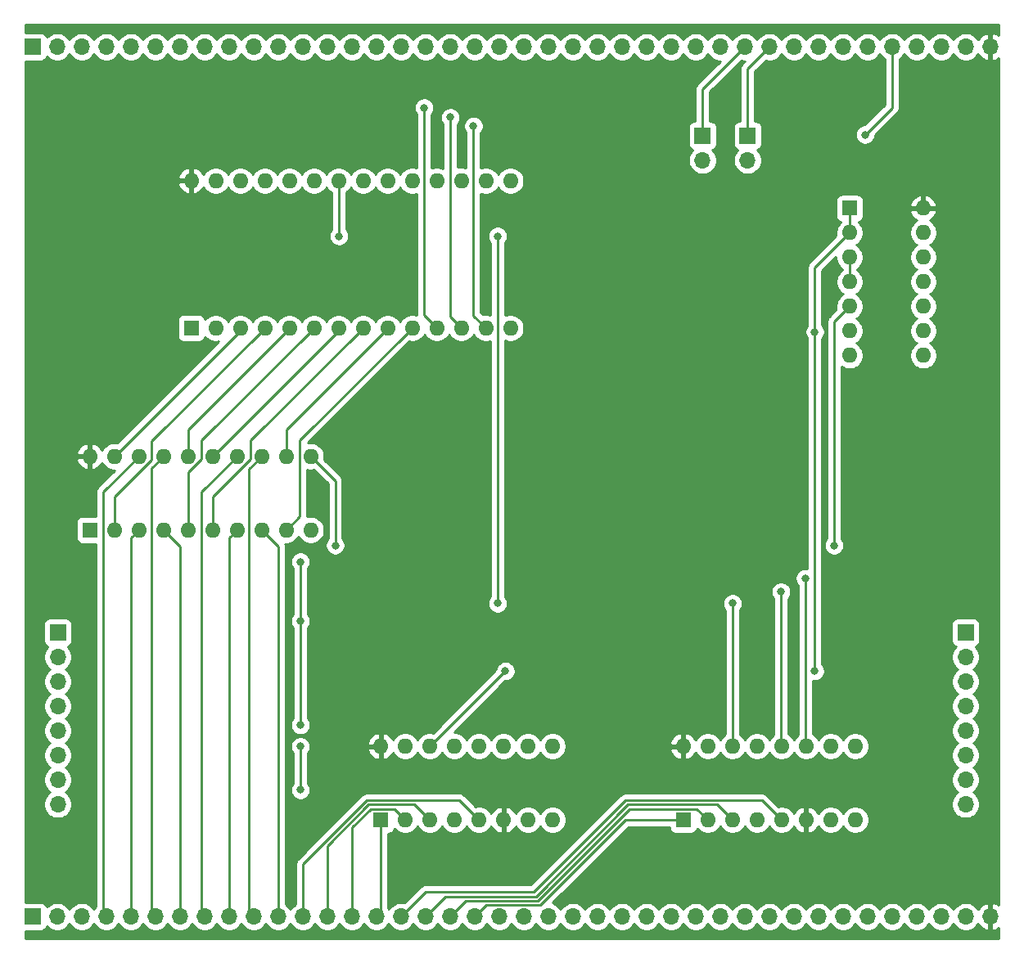
<source format=gbl>
G04 #@! TF.GenerationSoftware,KiCad,Pcbnew,(5.1.9)-1*
G04 #@! TF.CreationDate,2021-10-24T10:03:21-04:00*
G04 #@! TF.ProjectId,ram-mar,72616d2d-6d61-4722-9e6b-696361645f70,1.0*
G04 #@! TF.SameCoordinates,Original*
G04 #@! TF.FileFunction,Copper,L2,Bot*
G04 #@! TF.FilePolarity,Positive*
%FSLAX46Y46*%
G04 Gerber Fmt 4.6, Leading zero omitted, Abs format (unit mm)*
G04 Created by KiCad (PCBNEW (5.1.9)-1) date 2021-10-24 10:03:21*
%MOMM*%
%LPD*%
G01*
G04 APERTURE LIST*
G04 #@! TA.AperFunction,ComponentPad*
%ADD10O,1.600000X1.600000*%
G04 #@! TD*
G04 #@! TA.AperFunction,ComponentPad*
%ADD11R,1.600000X1.600000*%
G04 #@! TD*
G04 #@! TA.AperFunction,ComponentPad*
%ADD12O,1.700000X1.700000*%
G04 #@! TD*
G04 #@! TA.AperFunction,ComponentPad*
%ADD13R,1.700000X1.700000*%
G04 #@! TD*
G04 #@! TA.AperFunction,ViaPad*
%ADD14C,0.800000*%
G04 #@! TD*
G04 #@! TA.AperFunction,Conductor*
%ADD15C,0.250000*%
G04 #@! TD*
G04 #@! TA.AperFunction,Conductor*
%ADD16C,0.254000*%
G04 #@! TD*
G04 #@! TA.AperFunction,Conductor*
%ADD17C,0.100000*%
G04 #@! TD*
G04 APERTURE END LIST*
D10*
X102800000Y-59860000D03*
X135820000Y-75100000D03*
X105340000Y-59860000D03*
X133280000Y-75100000D03*
X107880000Y-59860000D03*
X130740000Y-75100000D03*
X110420000Y-59860000D03*
X128200000Y-75100000D03*
X112960000Y-59860000D03*
X125660000Y-75100000D03*
X115500000Y-59860000D03*
X123120000Y-75100000D03*
X118040000Y-59860000D03*
X120580000Y-75100000D03*
X120580000Y-59860000D03*
X118040000Y-75100000D03*
X123120000Y-59860000D03*
X115500000Y-75100000D03*
X125660000Y-59860000D03*
X112960000Y-75100000D03*
X128200000Y-59860000D03*
X110420000Y-75100000D03*
X130740000Y-59860000D03*
X107880000Y-75100000D03*
X133280000Y-59860000D03*
X105340000Y-75100000D03*
X135820000Y-59860000D03*
D11*
X102800000Y-75100000D03*
D12*
X182900000Y-124380000D03*
X182900000Y-121840000D03*
X182900000Y-119300000D03*
X182900000Y-116760000D03*
X182900000Y-114220000D03*
X182900000Y-111680000D03*
X182900000Y-109140000D03*
D13*
X182900000Y-106600000D03*
D10*
X178520000Y-62700000D03*
X170900000Y-77940000D03*
X178520000Y-65240000D03*
X170900000Y-75400000D03*
X178520000Y-67780000D03*
X170900000Y-72860000D03*
X178520000Y-70320000D03*
X170900000Y-70320000D03*
X178520000Y-72860000D03*
X170900000Y-67780000D03*
X178520000Y-75400000D03*
X170900000Y-65240000D03*
X178520000Y-77940000D03*
D11*
X170900000Y-62700000D03*
D10*
X122400000Y-118380000D03*
X140180000Y-126000000D03*
X124940000Y-118380000D03*
X137640000Y-126000000D03*
X127480000Y-118380000D03*
X135100000Y-126000000D03*
X130020000Y-118380000D03*
X132560000Y-126000000D03*
X132560000Y-118380000D03*
X130020000Y-126000000D03*
X135100000Y-118380000D03*
X127480000Y-126000000D03*
X137640000Y-118380000D03*
X124940000Y-126000000D03*
X140180000Y-118380000D03*
D11*
X122400000Y-126000000D03*
D10*
X153700000Y-118380000D03*
X171480000Y-126000000D03*
X156240000Y-118380000D03*
X168940000Y-126000000D03*
X158780000Y-118380000D03*
X166400000Y-126000000D03*
X161320000Y-118380000D03*
X163860000Y-126000000D03*
X163860000Y-118380000D03*
X161320000Y-126000000D03*
X166400000Y-118380000D03*
X158780000Y-126000000D03*
X168940000Y-118380000D03*
X156240000Y-126000000D03*
X171480000Y-118380000D03*
D11*
X153700000Y-126000000D03*
D12*
X160350000Y-57740000D03*
D13*
X160350000Y-55200000D03*
D12*
X155700000Y-57740000D03*
D13*
X155700000Y-55200000D03*
D10*
X92300000Y-88380000D03*
X115160000Y-96000000D03*
X94840000Y-88380000D03*
X112620000Y-96000000D03*
X97380000Y-88380000D03*
X110080000Y-96000000D03*
X99920000Y-88380000D03*
X107540000Y-96000000D03*
X102460000Y-88380000D03*
X105000000Y-96000000D03*
X105000000Y-88380000D03*
X102460000Y-96000000D03*
X107540000Y-88380000D03*
X99920000Y-96000000D03*
X110080000Y-88380000D03*
X97380000Y-96000000D03*
X112620000Y-88380000D03*
X94840000Y-96000000D03*
X115160000Y-88380000D03*
D11*
X92300000Y-96000000D03*
D12*
X89000000Y-124380000D03*
X89000000Y-121840000D03*
X89000000Y-119300000D03*
X89000000Y-116760000D03*
X89000000Y-114220000D03*
X89000000Y-111680000D03*
X89000000Y-109140000D03*
D13*
X89000000Y-106600000D03*
D12*
X185460000Y-136000000D03*
X182920000Y-136000000D03*
X180380000Y-136000000D03*
X177840000Y-136000000D03*
X175300000Y-136000000D03*
X172760000Y-136000000D03*
X170220000Y-136000000D03*
X167680000Y-136000000D03*
X165140000Y-136000000D03*
X162600000Y-136000000D03*
X160060000Y-136000000D03*
X157520000Y-136000000D03*
X154980000Y-136000000D03*
X152440000Y-136000000D03*
X149900000Y-136000000D03*
X147360000Y-136000000D03*
X144820000Y-136000000D03*
X142280000Y-136000000D03*
X139740000Y-136000000D03*
X137200000Y-136000000D03*
X134660000Y-136000000D03*
X132120000Y-136000000D03*
X129580000Y-136000000D03*
X127040000Y-136000000D03*
X124500000Y-136000000D03*
X121960000Y-136000000D03*
X119420000Y-136000000D03*
X116880000Y-136000000D03*
X114340000Y-136000000D03*
X111800000Y-136000000D03*
X109260000Y-136000000D03*
X106720000Y-136000000D03*
X104180000Y-136000000D03*
X101640000Y-136000000D03*
X99100000Y-136000000D03*
X96560000Y-136000000D03*
X94020000Y-136000000D03*
X91480000Y-136000000D03*
X88940000Y-136000000D03*
D13*
X86400000Y-136000000D03*
D12*
X185460000Y-46000000D03*
X182920000Y-46000000D03*
X180380000Y-46000000D03*
X177840000Y-46000000D03*
X175300000Y-46000000D03*
X172760000Y-46000000D03*
X170220000Y-46000000D03*
X167680000Y-46000000D03*
X165140000Y-46000000D03*
X162600000Y-46000000D03*
X160060000Y-46000000D03*
X157520000Y-46000000D03*
X154980000Y-46000000D03*
X152440000Y-46000000D03*
X149900000Y-46000000D03*
X147360000Y-46000000D03*
X144820000Y-46000000D03*
X142280000Y-46000000D03*
X139740000Y-46000000D03*
X137200000Y-46000000D03*
X134660000Y-46000000D03*
X132120000Y-46000000D03*
X129580000Y-46000000D03*
X127040000Y-46000000D03*
X124500000Y-46000000D03*
X121960000Y-46000000D03*
X119420000Y-46000000D03*
X116880000Y-46000000D03*
X114340000Y-46000000D03*
X111800000Y-46000000D03*
X109260000Y-46000000D03*
X106720000Y-46000000D03*
X104180000Y-46000000D03*
X101640000Y-46000000D03*
X99100000Y-46000000D03*
X96560000Y-46000000D03*
X94020000Y-46000000D03*
X91480000Y-46000000D03*
X88940000Y-46000000D03*
D13*
X86400000Y-46000000D03*
D14*
X117700000Y-97600000D03*
X169300000Y-97600002D03*
X172500000Y-55100000D03*
X126900000Y-52300000D03*
X129600000Y-53300000D03*
X132000000Y-54199998D03*
X114100000Y-118400000D03*
X114100000Y-122900000D03*
X130500000Y-105400000D03*
X149100000Y-69100000D03*
X164700000Y-52500000D03*
X151400000Y-52500000D03*
X134500000Y-103600000D03*
X158800000Y-103600000D03*
X134500000Y-65600000D03*
X118100000Y-65600000D03*
X167300000Y-75500000D03*
X135300000Y-110600000D03*
X167300000Y-110600000D03*
X114100000Y-116200000D03*
X114100000Y-99300000D03*
X114100000Y-105400000D03*
X166300000Y-101000000D03*
X163800000Y-102400000D03*
D15*
X115160000Y-88380000D02*
X117700000Y-90920000D01*
X117700000Y-90920000D02*
X117700000Y-97600000D01*
X170900000Y-72860000D02*
X169300000Y-74460000D01*
X169300000Y-74460000D02*
X169300000Y-97600002D01*
X175300000Y-52300000D02*
X172500000Y-55100000D01*
X175300000Y-46000000D02*
X175300000Y-52300000D01*
X122400000Y-135560000D02*
X121960000Y-136000000D01*
X122400000Y-126000000D02*
X122400000Y-135560000D01*
X119420000Y-126794998D02*
X119420000Y-136000000D01*
X121339999Y-124874999D02*
X119420000Y-126794998D01*
X123814999Y-124874999D02*
X121339999Y-124874999D01*
X124940000Y-126000000D02*
X123814999Y-124874999D01*
X116880000Y-128698587D02*
X116880000Y-136000000D01*
X121153599Y-124424988D02*
X116880000Y-128698587D01*
X125904988Y-124424988D02*
X121153599Y-124424988D01*
X127480000Y-126000000D02*
X125904988Y-124424988D01*
X114340000Y-130602178D02*
X114340000Y-136000000D01*
X120967197Y-123974981D02*
X114340000Y-130602178D01*
X130534975Y-123974976D02*
X120967197Y-123974981D01*
X132560000Y-126000000D02*
X130534975Y-123974976D01*
X111800000Y-97720000D02*
X110080000Y-96000000D01*
X111800000Y-136000000D02*
X111800000Y-97720000D01*
X128200000Y-75100000D02*
X126900000Y-73800000D01*
X126900000Y-73800000D02*
X126900000Y-52300000D01*
X108800000Y-89660000D02*
X110080000Y-88380000D01*
X108800000Y-135540000D02*
X108800000Y-89660000D01*
X109260000Y-136000000D02*
X108800000Y-135540000D01*
X129600000Y-73960000D02*
X129600000Y-53300000D01*
X130740000Y-75100000D02*
X129600000Y-73960000D01*
X106720000Y-96820000D02*
X107540000Y-96000000D01*
X106720000Y-136000000D02*
X106720000Y-96820000D01*
X133280000Y-75100000D02*
X132000000Y-73820000D01*
X132000000Y-73820000D02*
X132000000Y-54199998D01*
X103874999Y-92045001D02*
X107540000Y-88380000D01*
X103874999Y-135694999D02*
X103874999Y-92045001D01*
X104180000Y-136000000D02*
X103874999Y-135694999D01*
X101640000Y-97720000D02*
X99920000Y-96000000D01*
X101640000Y-136000000D02*
X101640000Y-97720000D01*
X98700000Y-89600000D02*
X99920000Y-88380000D01*
X98700000Y-135600000D02*
X98700000Y-89600000D01*
X99100000Y-136000000D02*
X98700000Y-135600000D01*
X96560000Y-96820000D02*
X97380000Y-96000000D01*
X96560000Y-136000000D02*
X96560000Y-96820000D01*
X93714999Y-92045001D02*
X97380000Y-88380000D01*
X93714999Y-135694999D02*
X93714999Y-92045001D01*
X94020000Y-136000000D02*
X93714999Y-135694999D01*
X114100000Y-118400000D02*
X114100000Y-122900000D01*
X114034999Y-86725001D02*
X125660000Y-75100000D01*
X114034999Y-94585001D02*
X114034999Y-86725001D01*
X112620000Y-96000000D02*
X114034999Y-94585001D01*
X112620000Y-85600000D02*
X123120000Y-75100000D01*
X112620000Y-88380000D02*
X112620000Y-85600000D01*
X108954999Y-86725001D02*
X120580000Y-75100000D01*
X108954999Y-88630003D02*
X108954999Y-86725001D01*
X105000000Y-92585002D02*
X108954999Y-88630003D01*
X105000000Y-96000000D02*
X105000000Y-92585002D01*
X118040000Y-75340000D02*
X118040000Y-75100000D01*
X105000000Y-88380000D02*
X118040000Y-75340000D01*
X103874999Y-86725001D02*
X115500000Y-75100000D01*
X103874999Y-88630003D02*
X103874999Y-86725001D01*
X102460000Y-90045002D02*
X103874999Y-88630003D01*
X102460000Y-96000000D02*
X102460000Y-90045002D01*
X102460000Y-85600000D02*
X112960000Y-75100000D01*
X102460000Y-88380000D02*
X102460000Y-85600000D01*
X98700000Y-86820000D02*
X110420000Y-75100000D01*
X98700000Y-88725002D02*
X98700000Y-86820000D01*
X94840000Y-92585002D02*
X98700000Y-88725002D01*
X94840000Y-96000000D02*
X94840000Y-92585002D01*
X107880000Y-75340000D02*
X107880000Y-75100000D01*
X94840000Y-88380000D02*
X107880000Y-75340000D01*
X133295001Y-134824999D02*
X132120000Y-136000000D01*
X147700000Y-126000000D02*
X138875001Y-134824999D01*
X138875001Y-134824999D02*
X133295001Y-134824999D01*
X153700000Y-126000000D02*
X147700000Y-126000000D01*
X138661423Y-134374988D02*
X131205012Y-134374988D01*
X156240000Y-126000000D02*
X155114999Y-124874999D01*
X155114999Y-124874999D02*
X148161411Y-124874999D01*
X148161411Y-124874999D02*
X138661423Y-134374988D01*
X131205012Y-134374988D02*
X129580000Y-136000000D01*
X129115023Y-133924977D02*
X127040000Y-136000000D01*
X138475023Y-133924977D02*
X129115023Y-133924977D01*
X147975012Y-124424988D02*
X138475023Y-133924977D01*
X157204988Y-124424988D02*
X147975012Y-124424988D01*
X158780000Y-126000000D02*
X157204988Y-124424988D01*
X138225034Y-133474966D02*
X127025034Y-133474966D01*
X147725022Y-123974978D02*
X138225034Y-133474966D01*
X127025034Y-133474966D02*
X124500000Y-136000000D01*
X161834977Y-123974978D02*
X147725022Y-123974978D01*
X163860000Y-126000000D02*
X161834977Y-123974978D01*
X158800000Y-103600000D02*
X158800000Y-118360000D01*
X134500000Y-103600000D02*
X134500000Y-65600000D01*
X134422676Y-65522676D02*
X134500000Y-65600000D01*
X118040000Y-65540000D02*
X118100000Y-65600000D01*
X118040000Y-59860000D02*
X118040000Y-65540000D01*
X170900000Y-65240000D02*
X167300000Y-68840000D01*
X167300000Y-75500000D02*
X167300000Y-78560000D01*
X167300000Y-68840000D02*
X167300000Y-75500000D01*
X170900000Y-62700000D02*
X170900000Y-65240000D01*
X135260000Y-110600000D02*
X135300000Y-110600000D01*
X127480000Y-118380000D02*
X135260000Y-110600000D01*
X167300000Y-110600000D02*
X167300000Y-78560000D01*
X114100000Y-105400000D02*
X114100000Y-99300000D01*
X114100000Y-116200000D02*
X114100000Y-105400000D01*
X160350000Y-48250000D02*
X162600000Y-46000000D01*
X160350000Y-55200000D02*
X160350000Y-48250000D01*
X155700000Y-50360000D02*
X160060000Y-46000000D01*
X155700000Y-55200000D02*
X155700000Y-50360000D01*
X166300000Y-118280000D02*
X166300000Y-101000000D01*
X163800000Y-118320000D02*
X163800000Y-102400000D01*
X170900000Y-67780000D02*
X170900000Y-70320000D01*
D16*
X186315000Y-44794057D02*
X186226920Y-44728359D01*
X185964099Y-44603175D01*
X185816890Y-44558524D01*
X185587000Y-44679845D01*
X185587000Y-45873000D01*
X185607000Y-45873000D01*
X185607000Y-46127000D01*
X185587000Y-46127000D01*
X185587000Y-47320155D01*
X185816890Y-47441476D01*
X185964099Y-47396825D01*
X186226920Y-47271641D01*
X186315000Y-47205943D01*
X186315001Y-134794058D01*
X186226920Y-134728359D01*
X185964099Y-134603175D01*
X185816890Y-134558524D01*
X185587000Y-134679845D01*
X185587000Y-135873000D01*
X185607000Y-135873000D01*
X185607000Y-136127000D01*
X185587000Y-136127000D01*
X185587000Y-137320155D01*
X185816890Y-137441476D01*
X185964099Y-137396825D01*
X186226920Y-137271641D01*
X186315001Y-137205942D01*
X186315001Y-138315000D01*
X85685000Y-138315000D01*
X85685000Y-137488072D01*
X87250000Y-137488072D01*
X87374482Y-137475812D01*
X87494180Y-137439502D01*
X87604494Y-137380537D01*
X87701185Y-137301185D01*
X87780537Y-137204494D01*
X87839502Y-137094180D01*
X87861513Y-137021620D01*
X87993368Y-137153475D01*
X88236589Y-137315990D01*
X88506842Y-137427932D01*
X88793740Y-137485000D01*
X89086260Y-137485000D01*
X89373158Y-137427932D01*
X89643411Y-137315990D01*
X89886632Y-137153475D01*
X90093475Y-136946632D01*
X90210000Y-136772240D01*
X90326525Y-136946632D01*
X90533368Y-137153475D01*
X90776589Y-137315990D01*
X91046842Y-137427932D01*
X91333740Y-137485000D01*
X91626260Y-137485000D01*
X91913158Y-137427932D01*
X92183411Y-137315990D01*
X92426632Y-137153475D01*
X92633475Y-136946632D01*
X92750000Y-136772240D01*
X92866525Y-136946632D01*
X93073368Y-137153475D01*
X93316589Y-137315990D01*
X93586842Y-137427932D01*
X93873740Y-137485000D01*
X94166260Y-137485000D01*
X94453158Y-137427932D01*
X94723411Y-137315990D01*
X94966632Y-137153475D01*
X95173475Y-136946632D01*
X95290000Y-136772240D01*
X95406525Y-136946632D01*
X95613368Y-137153475D01*
X95856589Y-137315990D01*
X96126842Y-137427932D01*
X96413740Y-137485000D01*
X96706260Y-137485000D01*
X96993158Y-137427932D01*
X97263411Y-137315990D01*
X97506632Y-137153475D01*
X97713475Y-136946632D01*
X97830000Y-136772240D01*
X97946525Y-136946632D01*
X98153368Y-137153475D01*
X98396589Y-137315990D01*
X98666842Y-137427932D01*
X98953740Y-137485000D01*
X99246260Y-137485000D01*
X99533158Y-137427932D01*
X99803411Y-137315990D01*
X100046632Y-137153475D01*
X100253475Y-136946632D01*
X100370000Y-136772240D01*
X100486525Y-136946632D01*
X100693368Y-137153475D01*
X100936589Y-137315990D01*
X101206842Y-137427932D01*
X101493740Y-137485000D01*
X101786260Y-137485000D01*
X102073158Y-137427932D01*
X102343411Y-137315990D01*
X102586632Y-137153475D01*
X102793475Y-136946632D01*
X102910000Y-136772240D01*
X103026525Y-136946632D01*
X103233368Y-137153475D01*
X103476589Y-137315990D01*
X103746842Y-137427932D01*
X104033740Y-137485000D01*
X104326260Y-137485000D01*
X104613158Y-137427932D01*
X104883411Y-137315990D01*
X105126632Y-137153475D01*
X105333475Y-136946632D01*
X105450000Y-136772240D01*
X105566525Y-136946632D01*
X105773368Y-137153475D01*
X106016589Y-137315990D01*
X106286842Y-137427932D01*
X106573740Y-137485000D01*
X106866260Y-137485000D01*
X107153158Y-137427932D01*
X107423411Y-137315990D01*
X107666632Y-137153475D01*
X107873475Y-136946632D01*
X107990000Y-136772240D01*
X108106525Y-136946632D01*
X108313368Y-137153475D01*
X108556589Y-137315990D01*
X108826842Y-137427932D01*
X109113740Y-137485000D01*
X109406260Y-137485000D01*
X109693158Y-137427932D01*
X109963411Y-137315990D01*
X110206632Y-137153475D01*
X110413475Y-136946632D01*
X110530000Y-136772240D01*
X110646525Y-136946632D01*
X110853368Y-137153475D01*
X111096589Y-137315990D01*
X111366842Y-137427932D01*
X111653740Y-137485000D01*
X111946260Y-137485000D01*
X112233158Y-137427932D01*
X112503411Y-137315990D01*
X112746632Y-137153475D01*
X112953475Y-136946632D01*
X113070000Y-136772240D01*
X113186525Y-136946632D01*
X113393368Y-137153475D01*
X113636589Y-137315990D01*
X113906842Y-137427932D01*
X114193740Y-137485000D01*
X114486260Y-137485000D01*
X114773158Y-137427932D01*
X115043411Y-137315990D01*
X115286632Y-137153475D01*
X115493475Y-136946632D01*
X115610000Y-136772240D01*
X115726525Y-136946632D01*
X115933368Y-137153475D01*
X116176589Y-137315990D01*
X116446842Y-137427932D01*
X116733740Y-137485000D01*
X117026260Y-137485000D01*
X117313158Y-137427932D01*
X117583411Y-137315990D01*
X117826632Y-137153475D01*
X118033475Y-136946632D01*
X118150000Y-136772240D01*
X118266525Y-136946632D01*
X118473368Y-137153475D01*
X118716589Y-137315990D01*
X118986842Y-137427932D01*
X119273740Y-137485000D01*
X119566260Y-137485000D01*
X119853158Y-137427932D01*
X120123411Y-137315990D01*
X120366632Y-137153475D01*
X120573475Y-136946632D01*
X120690000Y-136772240D01*
X120806525Y-136946632D01*
X121013368Y-137153475D01*
X121256589Y-137315990D01*
X121526842Y-137427932D01*
X121813740Y-137485000D01*
X122106260Y-137485000D01*
X122393158Y-137427932D01*
X122663411Y-137315990D01*
X122906632Y-137153475D01*
X123113475Y-136946632D01*
X123230000Y-136772240D01*
X123346525Y-136946632D01*
X123553368Y-137153475D01*
X123796589Y-137315990D01*
X124066842Y-137427932D01*
X124353740Y-137485000D01*
X124646260Y-137485000D01*
X124933158Y-137427932D01*
X125203411Y-137315990D01*
X125446632Y-137153475D01*
X125653475Y-136946632D01*
X125770000Y-136772240D01*
X125886525Y-136946632D01*
X126093368Y-137153475D01*
X126336589Y-137315990D01*
X126606842Y-137427932D01*
X126893740Y-137485000D01*
X127186260Y-137485000D01*
X127473158Y-137427932D01*
X127743411Y-137315990D01*
X127986632Y-137153475D01*
X128193475Y-136946632D01*
X128310000Y-136772240D01*
X128426525Y-136946632D01*
X128633368Y-137153475D01*
X128876589Y-137315990D01*
X129146842Y-137427932D01*
X129433740Y-137485000D01*
X129726260Y-137485000D01*
X130013158Y-137427932D01*
X130283411Y-137315990D01*
X130526632Y-137153475D01*
X130733475Y-136946632D01*
X130850000Y-136772240D01*
X130966525Y-136946632D01*
X131173368Y-137153475D01*
X131416589Y-137315990D01*
X131686842Y-137427932D01*
X131973740Y-137485000D01*
X132266260Y-137485000D01*
X132553158Y-137427932D01*
X132823411Y-137315990D01*
X133066632Y-137153475D01*
X133273475Y-136946632D01*
X133390000Y-136772240D01*
X133506525Y-136946632D01*
X133713368Y-137153475D01*
X133956589Y-137315990D01*
X134226842Y-137427932D01*
X134513740Y-137485000D01*
X134806260Y-137485000D01*
X135093158Y-137427932D01*
X135363411Y-137315990D01*
X135606632Y-137153475D01*
X135813475Y-136946632D01*
X135930000Y-136772240D01*
X136046525Y-136946632D01*
X136253368Y-137153475D01*
X136496589Y-137315990D01*
X136766842Y-137427932D01*
X137053740Y-137485000D01*
X137346260Y-137485000D01*
X137633158Y-137427932D01*
X137903411Y-137315990D01*
X138146632Y-137153475D01*
X138353475Y-136946632D01*
X138470000Y-136772240D01*
X138586525Y-136946632D01*
X138793368Y-137153475D01*
X139036589Y-137315990D01*
X139306842Y-137427932D01*
X139593740Y-137485000D01*
X139886260Y-137485000D01*
X140173158Y-137427932D01*
X140443411Y-137315990D01*
X140686632Y-137153475D01*
X140893475Y-136946632D01*
X141010000Y-136772240D01*
X141126525Y-136946632D01*
X141333368Y-137153475D01*
X141576589Y-137315990D01*
X141846842Y-137427932D01*
X142133740Y-137485000D01*
X142426260Y-137485000D01*
X142713158Y-137427932D01*
X142983411Y-137315990D01*
X143226632Y-137153475D01*
X143433475Y-136946632D01*
X143550000Y-136772240D01*
X143666525Y-136946632D01*
X143873368Y-137153475D01*
X144116589Y-137315990D01*
X144386842Y-137427932D01*
X144673740Y-137485000D01*
X144966260Y-137485000D01*
X145253158Y-137427932D01*
X145523411Y-137315990D01*
X145766632Y-137153475D01*
X145973475Y-136946632D01*
X146090000Y-136772240D01*
X146206525Y-136946632D01*
X146413368Y-137153475D01*
X146656589Y-137315990D01*
X146926842Y-137427932D01*
X147213740Y-137485000D01*
X147506260Y-137485000D01*
X147793158Y-137427932D01*
X148063411Y-137315990D01*
X148306632Y-137153475D01*
X148513475Y-136946632D01*
X148630000Y-136772240D01*
X148746525Y-136946632D01*
X148953368Y-137153475D01*
X149196589Y-137315990D01*
X149466842Y-137427932D01*
X149753740Y-137485000D01*
X150046260Y-137485000D01*
X150333158Y-137427932D01*
X150603411Y-137315990D01*
X150846632Y-137153475D01*
X151053475Y-136946632D01*
X151170000Y-136772240D01*
X151286525Y-136946632D01*
X151493368Y-137153475D01*
X151736589Y-137315990D01*
X152006842Y-137427932D01*
X152293740Y-137485000D01*
X152586260Y-137485000D01*
X152873158Y-137427932D01*
X153143411Y-137315990D01*
X153386632Y-137153475D01*
X153593475Y-136946632D01*
X153710000Y-136772240D01*
X153826525Y-136946632D01*
X154033368Y-137153475D01*
X154276589Y-137315990D01*
X154546842Y-137427932D01*
X154833740Y-137485000D01*
X155126260Y-137485000D01*
X155413158Y-137427932D01*
X155683411Y-137315990D01*
X155926632Y-137153475D01*
X156133475Y-136946632D01*
X156250000Y-136772240D01*
X156366525Y-136946632D01*
X156573368Y-137153475D01*
X156816589Y-137315990D01*
X157086842Y-137427932D01*
X157373740Y-137485000D01*
X157666260Y-137485000D01*
X157953158Y-137427932D01*
X158223411Y-137315990D01*
X158466632Y-137153475D01*
X158673475Y-136946632D01*
X158790000Y-136772240D01*
X158906525Y-136946632D01*
X159113368Y-137153475D01*
X159356589Y-137315990D01*
X159626842Y-137427932D01*
X159913740Y-137485000D01*
X160206260Y-137485000D01*
X160493158Y-137427932D01*
X160763411Y-137315990D01*
X161006632Y-137153475D01*
X161213475Y-136946632D01*
X161330000Y-136772240D01*
X161446525Y-136946632D01*
X161653368Y-137153475D01*
X161896589Y-137315990D01*
X162166842Y-137427932D01*
X162453740Y-137485000D01*
X162746260Y-137485000D01*
X163033158Y-137427932D01*
X163303411Y-137315990D01*
X163546632Y-137153475D01*
X163753475Y-136946632D01*
X163870000Y-136772240D01*
X163986525Y-136946632D01*
X164193368Y-137153475D01*
X164436589Y-137315990D01*
X164706842Y-137427932D01*
X164993740Y-137485000D01*
X165286260Y-137485000D01*
X165573158Y-137427932D01*
X165843411Y-137315990D01*
X166086632Y-137153475D01*
X166293475Y-136946632D01*
X166410000Y-136772240D01*
X166526525Y-136946632D01*
X166733368Y-137153475D01*
X166976589Y-137315990D01*
X167246842Y-137427932D01*
X167533740Y-137485000D01*
X167826260Y-137485000D01*
X168113158Y-137427932D01*
X168383411Y-137315990D01*
X168626632Y-137153475D01*
X168833475Y-136946632D01*
X168950000Y-136772240D01*
X169066525Y-136946632D01*
X169273368Y-137153475D01*
X169516589Y-137315990D01*
X169786842Y-137427932D01*
X170073740Y-137485000D01*
X170366260Y-137485000D01*
X170653158Y-137427932D01*
X170923411Y-137315990D01*
X171166632Y-137153475D01*
X171373475Y-136946632D01*
X171490000Y-136772240D01*
X171606525Y-136946632D01*
X171813368Y-137153475D01*
X172056589Y-137315990D01*
X172326842Y-137427932D01*
X172613740Y-137485000D01*
X172906260Y-137485000D01*
X173193158Y-137427932D01*
X173463411Y-137315990D01*
X173706632Y-137153475D01*
X173913475Y-136946632D01*
X174030000Y-136772240D01*
X174146525Y-136946632D01*
X174353368Y-137153475D01*
X174596589Y-137315990D01*
X174866842Y-137427932D01*
X175153740Y-137485000D01*
X175446260Y-137485000D01*
X175733158Y-137427932D01*
X176003411Y-137315990D01*
X176246632Y-137153475D01*
X176453475Y-136946632D01*
X176570000Y-136772240D01*
X176686525Y-136946632D01*
X176893368Y-137153475D01*
X177136589Y-137315990D01*
X177406842Y-137427932D01*
X177693740Y-137485000D01*
X177986260Y-137485000D01*
X178273158Y-137427932D01*
X178543411Y-137315990D01*
X178786632Y-137153475D01*
X178993475Y-136946632D01*
X179110000Y-136772240D01*
X179226525Y-136946632D01*
X179433368Y-137153475D01*
X179676589Y-137315990D01*
X179946842Y-137427932D01*
X180233740Y-137485000D01*
X180526260Y-137485000D01*
X180813158Y-137427932D01*
X181083411Y-137315990D01*
X181326632Y-137153475D01*
X181533475Y-136946632D01*
X181650000Y-136772240D01*
X181766525Y-136946632D01*
X181973368Y-137153475D01*
X182216589Y-137315990D01*
X182486842Y-137427932D01*
X182773740Y-137485000D01*
X183066260Y-137485000D01*
X183353158Y-137427932D01*
X183623411Y-137315990D01*
X183866632Y-137153475D01*
X184073475Y-136946632D01*
X184195195Y-136764466D01*
X184264822Y-136881355D01*
X184459731Y-137097588D01*
X184693080Y-137271641D01*
X184955901Y-137396825D01*
X185103110Y-137441476D01*
X185333000Y-137320155D01*
X185333000Y-136127000D01*
X185313000Y-136127000D01*
X185313000Y-135873000D01*
X185333000Y-135873000D01*
X185333000Y-134679845D01*
X185103110Y-134558524D01*
X184955901Y-134603175D01*
X184693080Y-134728359D01*
X184459731Y-134902412D01*
X184264822Y-135118645D01*
X184195195Y-135235534D01*
X184073475Y-135053368D01*
X183866632Y-134846525D01*
X183623411Y-134684010D01*
X183353158Y-134572068D01*
X183066260Y-134515000D01*
X182773740Y-134515000D01*
X182486842Y-134572068D01*
X182216589Y-134684010D01*
X181973368Y-134846525D01*
X181766525Y-135053368D01*
X181650000Y-135227760D01*
X181533475Y-135053368D01*
X181326632Y-134846525D01*
X181083411Y-134684010D01*
X180813158Y-134572068D01*
X180526260Y-134515000D01*
X180233740Y-134515000D01*
X179946842Y-134572068D01*
X179676589Y-134684010D01*
X179433368Y-134846525D01*
X179226525Y-135053368D01*
X179110000Y-135227760D01*
X178993475Y-135053368D01*
X178786632Y-134846525D01*
X178543411Y-134684010D01*
X178273158Y-134572068D01*
X177986260Y-134515000D01*
X177693740Y-134515000D01*
X177406842Y-134572068D01*
X177136589Y-134684010D01*
X176893368Y-134846525D01*
X176686525Y-135053368D01*
X176570000Y-135227760D01*
X176453475Y-135053368D01*
X176246632Y-134846525D01*
X176003411Y-134684010D01*
X175733158Y-134572068D01*
X175446260Y-134515000D01*
X175153740Y-134515000D01*
X174866842Y-134572068D01*
X174596589Y-134684010D01*
X174353368Y-134846525D01*
X174146525Y-135053368D01*
X174030000Y-135227760D01*
X173913475Y-135053368D01*
X173706632Y-134846525D01*
X173463411Y-134684010D01*
X173193158Y-134572068D01*
X172906260Y-134515000D01*
X172613740Y-134515000D01*
X172326842Y-134572068D01*
X172056589Y-134684010D01*
X171813368Y-134846525D01*
X171606525Y-135053368D01*
X171490000Y-135227760D01*
X171373475Y-135053368D01*
X171166632Y-134846525D01*
X170923411Y-134684010D01*
X170653158Y-134572068D01*
X170366260Y-134515000D01*
X170073740Y-134515000D01*
X169786842Y-134572068D01*
X169516589Y-134684010D01*
X169273368Y-134846525D01*
X169066525Y-135053368D01*
X168950000Y-135227760D01*
X168833475Y-135053368D01*
X168626632Y-134846525D01*
X168383411Y-134684010D01*
X168113158Y-134572068D01*
X167826260Y-134515000D01*
X167533740Y-134515000D01*
X167246842Y-134572068D01*
X166976589Y-134684010D01*
X166733368Y-134846525D01*
X166526525Y-135053368D01*
X166410000Y-135227760D01*
X166293475Y-135053368D01*
X166086632Y-134846525D01*
X165843411Y-134684010D01*
X165573158Y-134572068D01*
X165286260Y-134515000D01*
X164993740Y-134515000D01*
X164706842Y-134572068D01*
X164436589Y-134684010D01*
X164193368Y-134846525D01*
X163986525Y-135053368D01*
X163870000Y-135227760D01*
X163753475Y-135053368D01*
X163546632Y-134846525D01*
X163303411Y-134684010D01*
X163033158Y-134572068D01*
X162746260Y-134515000D01*
X162453740Y-134515000D01*
X162166842Y-134572068D01*
X161896589Y-134684010D01*
X161653368Y-134846525D01*
X161446525Y-135053368D01*
X161330000Y-135227760D01*
X161213475Y-135053368D01*
X161006632Y-134846525D01*
X160763411Y-134684010D01*
X160493158Y-134572068D01*
X160206260Y-134515000D01*
X159913740Y-134515000D01*
X159626842Y-134572068D01*
X159356589Y-134684010D01*
X159113368Y-134846525D01*
X158906525Y-135053368D01*
X158790000Y-135227760D01*
X158673475Y-135053368D01*
X158466632Y-134846525D01*
X158223411Y-134684010D01*
X157953158Y-134572068D01*
X157666260Y-134515000D01*
X157373740Y-134515000D01*
X157086842Y-134572068D01*
X156816589Y-134684010D01*
X156573368Y-134846525D01*
X156366525Y-135053368D01*
X156250000Y-135227760D01*
X156133475Y-135053368D01*
X155926632Y-134846525D01*
X155683411Y-134684010D01*
X155413158Y-134572068D01*
X155126260Y-134515000D01*
X154833740Y-134515000D01*
X154546842Y-134572068D01*
X154276589Y-134684010D01*
X154033368Y-134846525D01*
X153826525Y-135053368D01*
X153710000Y-135227760D01*
X153593475Y-135053368D01*
X153386632Y-134846525D01*
X153143411Y-134684010D01*
X152873158Y-134572068D01*
X152586260Y-134515000D01*
X152293740Y-134515000D01*
X152006842Y-134572068D01*
X151736589Y-134684010D01*
X151493368Y-134846525D01*
X151286525Y-135053368D01*
X151170000Y-135227760D01*
X151053475Y-135053368D01*
X150846632Y-134846525D01*
X150603411Y-134684010D01*
X150333158Y-134572068D01*
X150046260Y-134515000D01*
X149753740Y-134515000D01*
X149466842Y-134572068D01*
X149196589Y-134684010D01*
X148953368Y-134846525D01*
X148746525Y-135053368D01*
X148630000Y-135227760D01*
X148513475Y-135053368D01*
X148306632Y-134846525D01*
X148063411Y-134684010D01*
X147793158Y-134572068D01*
X147506260Y-134515000D01*
X147213740Y-134515000D01*
X146926842Y-134572068D01*
X146656589Y-134684010D01*
X146413368Y-134846525D01*
X146206525Y-135053368D01*
X146090000Y-135227760D01*
X145973475Y-135053368D01*
X145766632Y-134846525D01*
X145523411Y-134684010D01*
X145253158Y-134572068D01*
X144966260Y-134515000D01*
X144673740Y-134515000D01*
X144386842Y-134572068D01*
X144116589Y-134684010D01*
X143873368Y-134846525D01*
X143666525Y-135053368D01*
X143550000Y-135227760D01*
X143433475Y-135053368D01*
X143226632Y-134846525D01*
X142983411Y-134684010D01*
X142713158Y-134572068D01*
X142426260Y-134515000D01*
X142133740Y-134515000D01*
X141846842Y-134572068D01*
X141576589Y-134684010D01*
X141333368Y-134846525D01*
X141126525Y-135053368D01*
X141010000Y-135227760D01*
X140893475Y-135053368D01*
X140686632Y-134846525D01*
X140443411Y-134684010D01*
X140194071Y-134580730D01*
X148014802Y-126760000D01*
X152261928Y-126760000D01*
X152261928Y-126800000D01*
X152274188Y-126924482D01*
X152310498Y-127044180D01*
X152369463Y-127154494D01*
X152448815Y-127251185D01*
X152545506Y-127330537D01*
X152655820Y-127389502D01*
X152775518Y-127425812D01*
X152900000Y-127438072D01*
X154500000Y-127438072D01*
X154624482Y-127425812D01*
X154744180Y-127389502D01*
X154854494Y-127330537D01*
X154951185Y-127251185D01*
X155030537Y-127154494D01*
X155089502Y-127044180D01*
X155125812Y-126924482D01*
X155126643Y-126916039D01*
X155325241Y-127114637D01*
X155560273Y-127271680D01*
X155821426Y-127379853D01*
X156098665Y-127435000D01*
X156381335Y-127435000D01*
X156658574Y-127379853D01*
X156919727Y-127271680D01*
X157154759Y-127114637D01*
X157354637Y-126914759D01*
X157510000Y-126682241D01*
X157665363Y-126914759D01*
X157865241Y-127114637D01*
X158100273Y-127271680D01*
X158361426Y-127379853D01*
X158638665Y-127435000D01*
X158921335Y-127435000D01*
X159198574Y-127379853D01*
X159459727Y-127271680D01*
X159694759Y-127114637D01*
X159894637Y-126914759D01*
X160050000Y-126682241D01*
X160205363Y-126914759D01*
X160405241Y-127114637D01*
X160640273Y-127271680D01*
X160901426Y-127379853D01*
X161178665Y-127435000D01*
X161461335Y-127435000D01*
X161738574Y-127379853D01*
X161999727Y-127271680D01*
X162234759Y-127114637D01*
X162434637Y-126914759D01*
X162590000Y-126682241D01*
X162745363Y-126914759D01*
X162945241Y-127114637D01*
X163180273Y-127271680D01*
X163441426Y-127379853D01*
X163718665Y-127435000D01*
X164001335Y-127435000D01*
X164278574Y-127379853D01*
X164539727Y-127271680D01*
X164774759Y-127114637D01*
X164974637Y-126914759D01*
X165131680Y-126679727D01*
X165136067Y-126669135D01*
X165247615Y-126855131D01*
X165436586Y-127063519D01*
X165662580Y-127231037D01*
X165916913Y-127351246D01*
X166050961Y-127391904D01*
X166273000Y-127269915D01*
X166273000Y-126127000D01*
X166253000Y-126127000D01*
X166253000Y-125873000D01*
X166273000Y-125873000D01*
X166273000Y-124730085D01*
X166527000Y-124730085D01*
X166527000Y-125873000D01*
X166547000Y-125873000D01*
X166547000Y-126127000D01*
X166527000Y-126127000D01*
X166527000Y-127269915D01*
X166749039Y-127391904D01*
X166883087Y-127351246D01*
X167137420Y-127231037D01*
X167363414Y-127063519D01*
X167552385Y-126855131D01*
X167663933Y-126669135D01*
X167668320Y-126679727D01*
X167825363Y-126914759D01*
X168025241Y-127114637D01*
X168260273Y-127271680D01*
X168521426Y-127379853D01*
X168798665Y-127435000D01*
X169081335Y-127435000D01*
X169358574Y-127379853D01*
X169619727Y-127271680D01*
X169854759Y-127114637D01*
X170054637Y-126914759D01*
X170210000Y-126682241D01*
X170365363Y-126914759D01*
X170565241Y-127114637D01*
X170800273Y-127271680D01*
X171061426Y-127379853D01*
X171338665Y-127435000D01*
X171621335Y-127435000D01*
X171898574Y-127379853D01*
X172159727Y-127271680D01*
X172394759Y-127114637D01*
X172594637Y-126914759D01*
X172751680Y-126679727D01*
X172859853Y-126418574D01*
X172915000Y-126141335D01*
X172915000Y-125858665D01*
X172859853Y-125581426D01*
X172751680Y-125320273D01*
X172594637Y-125085241D01*
X172394759Y-124885363D01*
X172159727Y-124728320D01*
X171898574Y-124620147D01*
X171621335Y-124565000D01*
X171338665Y-124565000D01*
X171061426Y-124620147D01*
X170800273Y-124728320D01*
X170565241Y-124885363D01*
X170365363Y-125085241D01*
X170210000Y-125317759D01*
X170054637Y-125085241D01*
X169854759Y-124885363D01*
X169619727Y-124728320D01*
X169358574Y-124620147D01*
X169081335Y-124565000D01*
X168798665Y-124565000D01*
X168521426Y-124620147D01*
X168260273Y-124728320D01*
X168025241Y-124885363D01*
X167825363Y-125085241D01*
X167668320Y-125320273D01*
X167663933Y-125330865D01*
X167552385Y-125144869D01*
X167363414Y-124936481D01*
X167137420Y-124768963D01*
X166883087Y-124648754D01*
X166749039Y-124608096D01*
X166527000Y-124730085D01*
X166273000Y-124730085D01*
X166050961Y-124608096D01*
X165916913Y-124648754D01*
X165662580Y-124768963D01*
X165436586Y-124936481D01*
X165247615Y-125144869D01*
X165136067Y-125330865D01*
X165131680Y-125320273D01*
X164974637Y-125085241D01*
X164774759Y-124885363D01*
X164539727Y-124728320D01*
X164278574Y-124620147D01*
X164001335Y-124565000D01*
X163718665Y-124565000D01*
X163536114Y-124601312D01*
X162398780Y-123463980D01*
X162374978Y-123434977D01*
X162259253Y-123340004D01*
X162127224Y-123269432D01*
X161983963Y-123225975D01*
X161872310Y-123214978D01*
X161872299Y-123214978D01*
X161834977Y-123211302D01*
X161797654Y-123214978D01*
X147762345Y-123214978D01*
X147725022Y-123211302D01*
X147687699Y-123214978D01*
X147687689Y-123214978D01*
X147576036Y-123225975D01*
X147432775Y-123269432D01*
X147300746Y-123340004D01*
X147185021Y-123434977D01*
X147161223Y-123463975D01*
X137910233Y-132714966D01*
X127062356Y-132714966D01*
X127025033Y-132711290D01*
X126987710Y-132714966D01*
X126987701Y-132714966D01*
X126876048Y-132725963D01*
X126732787Y-132769420D01*
X126600758Y-132839992D01*
X126485033Y-132934965D01*
X126461235Y-132963963D01*
X124866408Y-134558791D01*
X124646260Y-134515000D01*
X124353740Y-134515000D01*
X124066842Y-134572068D01*
X123796589Y-134684010D01*
X123553368Y-134846525D01*
X123346525Y-135053368D01*
X123230000Y-135227760D01*
X123160000Y-135122998D01*
X123160000Y-127438072D01*
X123200000Y-127438072D01*
X123324482Y-127425812D01*
X123444180Y-127389502D01*
X123554494Y-127330537D01*
X123651185Y-127251185D01*
X123730537Y-127154494D01*
X123789502Y-127044180D01*
X123825812Y-126924482D01*
X123826643Y-126916039D01*
X124025241Y-127114637D01*
X124260273Y-127271680D01*
X124521426Y-127379853D01*
X124798665Y-127435000D01*
X125081335Y-127435000D01*
X125358574Y-127379853D01*
X125619727Y-127271680D01*
X125854759Y-127114637D01*
X126054637Y-126914759D01*
X126210000Y-126682241D01*
X126365363Y-126914759D01*
X126565241Y-127114637D01*
X126800273Y-127271680D01*
X127061426Y-127379853D01*
X127338665Y-127435000D01*
X127621335Y-127435000D01*
X127898574Y-127379853D01*
X128159727Y-127271680D01*
X128394759Y-127114637D01*
X128594637Y-126914759D01*
X128750000Y-126682241D01*
X128905363Y-126914759D01*
X129105241Y-127114637D01*
X129340273Y-127271680D01*
X129601426Y-127379853D01*
X129878665Y-127435000D01*
X130161335Y-127435000D01*
X130438574Y-127379853D01*
X130699727Y-127271680D01*
X130934759Y-127114637D01*
X131134637Y-126914759D01*
X131290000Y-126682241D01*
X131445363Y-126914759D01*
X131645241Y-127114637D01*
X131880273Y-127271680D01*
X132141426Y-127379853D01*
X132418665Y-127435000D01*
X132701335Y-127435000D01*
X132978574Y-127379853D01*
X133239727Y-127271680D01*
X133474759Y-127114637D01*
X133674637Y-126914759D01*
X133831680Y-126679727D01*
X133836067Y-126669135D01*
X133947615Y-126855131D01*
X134136586Y-127063519D01*
X134362580Y-127231037D01*
X134616913Y-127351246D01*
X134750961Y-127391904D01*
X134973000Y-127269915D01*
X134973000Y-126127000D01*
X134953000Y-126127000D01*
X134953000Y-125873000D01*
X134973000Y-125873000D01*
X134973000Y-124730085D01*
X135227000Y-124730085D01*
X135227000Y-125873000D01*
X135247000Y-125873000D01*
X135247000Y-126127000D01*
X135227000Y-126127000D01*
X135227000Y-127269915D01*
X135449039Y-127391904D01*
X135583087Y-127351246D01*
X135837420Y-127231037D01*
X136063414Y-127063519D01*
X136252385Y-126855131D01*
X136363933Y-126669135D01*
X136368320Y-126679727D01*
X136525363Y-126914759D01*
X136725241Y-127114637D01*
X136960273Y-127271680D01*
X137221426Y-127379853D01*
X137498665Y-127435000D01*
X137781335Y-127435000D01*
X138058574Y-127379853D01*
X138319727Y-127271680D01*
X138554759Y-127114637D01*
X138754637Y-126914759D01*
X138910000Y-126682241D01*
X139065363Y-126914759D01*
X139265241Y-127114637D01*
X139500273Y-127271680D01*
X139761426Y-127379853D01*
X140038665Y-127435000D01*
X140321335Y-127435000D01*
X140598574Y-127379853D01*
X140859727Y-127271680D01*
X141094759Y-127114637D01*
X141294637Y-126914759D01*
X141451680Y-126679727D01*
X141559853Y-126418574D01*
X141615000Y-126141335D01*
X141615000Y-125858665D01*
X141559853Y-125581426D01*
X141451680Y-125320273D01*
X141294637Y-125085241D01*
X141094759Y-124885363D01*
X140859727Y-124728320D01*
X140598574Y-124620147D01*
X140321335Y-124565000D01*
X140038665Y-124565000D01*
X139761426Y-124620147D01*
X139500273Y-124728320D01*
X139265241Y-124885363D01*
X139065363Y-125085241D01*
X138910000Y-125317759D01*
X138754637Y-125085241D01*
X138554759Y-124885363D01*
X138319727Y-124728320D01*
X138058574Y-124620147D01*
X137781335Y-124565000D01*
X137498665Y-124565000D01*
X137221426Y-124620147D01*
X136960273Y-124728320D01*
X136725241Y-124885363D01*
X136525363Y-125085241D01*
X136368320Y-125320273D01*
X136363933Y-125330865D01*
X136252385Y-125144869D01*
X136063414Y-124936481D01*
X135837420Y-124768963D01*
X135583087Y-124648754D01*
X135449039Y-124608096D01*
X135227000Y-124730085D01*
X134973000Y-124730085D01*
X134750961Y-124608096D01*
X134616913Y-124648754D01*
X134362580Y-124768963D01*
X134136586Y-124936481D01*
X133947615Y-125144869D01*
X133836067Y-125330865D01*
X133831680Y-125320273D01*
X133674637Y-125085241D01*
X133474759Y-124885363D01*
X133239727Y-124728320D01*
X132978574Y-124620147D01*
X132701335Y-124565000D01*
X132418665Y-124565000D01*
X132236113Y-124601312D01*
X131098773Y-123463973D01*
X131074975Y-123434975D01*
X130959250Y-123340002D01*
X130827221Y-123269430D01*
X130683960Y-123225973D01*
X130572307Y-123214976D01*
X130572297Y-123214976D01*
X130534975Y-123211300D01*
X130497652Y-123214976D01*
X121004529Y-123214982D01*
X120967197Y-123211305D01*
X120818211Y-123225979D01*
X120674950Y-123269435D01*
X120542920Y-123340007D01*
X120456194Y-123411182D01*
X120456189Y-123411187D01*
X120427196Y-123434981D01*
X120403402Y-123463974D01*
X113829003Y-130038374D01*
X113799999Y-130062177D01*
X113744871Y-130129352D01*
X113705026Y-130177902D01*
X113634455Y-130309931D01*
X113634454Y-130309932D01*
X113590997Y-130453193D01*
X113580000Y-130564846D01*
X113580000Y-130564856D01*
X113576324Y-130602178D01*
X113580000Y-130639501D01*
X113580001Y-134721821D01*
X113393368Y-134846525D01*
X113186525Y-135053368D01*
X113070000Y-135227760D01*
X112953475Y-135053368D01*
X112746632Y-134846525D01*
X112560000Y-134721822D01*
X112560000Y-118298061D01*
X113065000Y-118298061D01*
X113065000Y-118501939D01*
X113104774Y-118701898D01*
X113182795Y-118890256D01*
X113296063Y-119059774D01*
X113340000Y-119103711D01*
X113340001Y-122196288D01*
X113296063Y-122240226D01*
X113182795Y-122409744D01*
X113104774Y-122598102D01*
X113065000Y-122798061D01*
X113065000Y-123001939D01*
X113104774Y-123201898D01*
X113182795Y-123390256D01*
X113296063Y-123559774D01*
X113440226Y-123703937D01*
X113609744Y-123817205D01*
X113798102Y-123895226D01*
X113998061Y-123935000D01*
X114201939Y-123935000D01*
X114401898Y-123895226D01*
X114590256Y-123817205D01*
X114759774Y-123703937D01*
X114903937Y-123559774D01*
X115017205Y-123390256D01*
X115095226Y-123201898D01*
X115135000Y-123001939D01*
X115135000Y-122798061D01*
X115095226Y-122598102D01*
X115017205Y-122409744D01*
X114903937Y-122240226D01*
X114860000Y-122196289D01*
X114860000Y-119103711D01*
X114903937Y-119059774D01*
X115017205Y-118890256D01*
X115083983Y-118729040D01*
X121008091Y-118729040D01*
X121102930Y-118993881D01*
X121247615Y-119235131D01*
X121436586Y-119443519D01*
X121662580Y-119611037D01*
X121916913Y-119731246D01*
X122050961Y-119771904D01*
X122273000Y-119649915D01*
X122273000Y-118507000D01*
X121129376Y-118507000D01*
X121008091Y-118729040D01*
X115083983Y-118729040D01*
X115095226Y-118701898D01*
X115135000Y-118501939D01*
X115135000Y-118298061D01*
X115095226Y-118098102D01*
X115067415Y-118030960D01*
X121008091Y-118030960D01*
X121129376Y-118253000D01*
X122273000Y-118253000D01*
X122273000Y-117110085D01*
X122527000Y-117110085D01*
X122527000Y-118253000D01*
X122547000Y-118253000D01*
X122547000Y-118507000D01*
X122527000Y-118507000D01*
X122527000Y-119649915D01*
X122749039Y-119771904D01*
X122883087Y-119731246D01*
X123137420Y-119611037D01*
X123363414Y-119443519D01*
X123552385Y-119235131D01*
X123663933Y-119049135D01*
X123668320Y-119059727D01*
X123825363Y-119294759D01*
X124025241Y-119494637D01*
X124260273Y-119651680D01*
X124521426Y-119759853D01*
X124798665Y-119815000D01*
X125081335Y-119815000D01*
X125358574Y-119759853D01*
X125619727Y-119651680D01*
X125854759Y-119494637D01*
X126054637Y-119294759D01*
X126210000Y-119062241D01*
X126365363Y-119294759D01*
X126565241Y-119494637D01*
X126800273Y-119651680D01*
X127061426Y-119759853D01*
X127338665Y-119815000D01*
X127621335Y-119815000D01*
X127898574Y-119759853D01*
X128159727Y-119651680D01*
X128394759Y-119494637D01*
X128594637Y-119294759D01*
X128750000Y-119062241D01*
X128905363Y-119294759D01*
X129105241Y-119494637D01*
X129340273Y-119651680D01*
X129601426Y-119759853D01*
X129878665Y-119815000D01*
X130161335Y-119815000D01*
X130438574Y-119759853D01*
X130699727Y-119651680D01*
X130934759Y-119494637D01*
X131134637Y-119294759D01*
X131290000Y-119062241D01*
X131445363Y-119294759D01*
X131645241Y-119494637D01*
X131880273Y-119651680D01*
X132141426Y-119759853D01*
X132418665Y-119815000D01*
X132701335Y-119815000D01*
X132978574Y-119759853D01*
X133239727Y-119651680D01*
X133474759Y-119494637D01*
X133674637Y-119294759D01*
X133830000Y-119062241D01*
X133985363Y-119294759D01*
X134185241Y-119494637D01*
X134420273Y-119651680D01*
X134681426Y-119759853D01*
X134958665Y-119815000D01*
X135241335Y-119815000D01*
X135518574Y-119759853D01*
X135779727Y-119651680D01*
X136014759Y-119494637D01*
X136214637Y-119294759D01*
X136370000Y-119062241D01*
X136525363Y-119294759D01*
X136725241Y-119494637D01*
X136960273Y-119651680D01*
X137221426Y-119759853D01*
X137498665Y-119815000D01*
X137781335Y-119815000D01*
X138058574Y-119759853D01*
X138319727Y-119651680D01*
X138554759Y-119494637D01*
X138754637Y-119294759D01*
X138910000Y-119062241D01*
X139065363Y-119294759D01*
X139265241Y-119494637D01*
X139500273Y-119651680D01*
X139761426Y-119759853D01*
X140038665Y-119815000D01*
X140321335Y-119815000D01*
X140598574Y-119759853D01*
X140859727Y-119651680D01*
X141094759Y-119494637D01*
X141294637Y-119294759D01*
X141451680Y-119059727D01*
X141559853Y-118798574D01*
X141573684Y-118729040D01*
X152308091Y-118729040D01*
X152402930Y-118993881D01*
X152547615Y-119235131D01*
X152736586Y-119443519D01*
X152962580Y-119611037D01*
X153216913Y-119731246D01*
X153350961Y-119771904D01*
X153573000Y-119649915D01*
X153573000Y-118507000D01*
X152429376Y-118507000D01*
X152308091Y-118729040D01*
X141573684Y-118729040D01*
X141615000Y-118521335D01*
X141615000Y-118238665D01*
X141573685Y-118030960D01*
X152308091Y-118030960D01*
X152429376Y-118253000D01*
X153573000Y-118253000D01*
X153573000Y-117110085D01*
X153827000Y-117110085D01*
X153827000Y-118253000D01*
X153847000Y-118253000D01*
X153847000Y-118507000D01*
X153827000Y-118507000D01*
X153827000Y-119649915D01*
X154049039Y-119771904D01*
X154183087Y-119731246D01*
X154437420Y-119611037D01*
X154663414Y-119443519D01*
X154852385Y-119235131D01*
X154963933Y-119049135D01*
X154968320Y-119059727D01*
X155125363Y-119294759D01*
X155325241Y-119494637D01*
X155560273Y-119651680D01*
X155821426Y-119759853D01*
X156098665Y-119815000D01*
X156381335Y-119815000D01*
X156658574Y-119759853D01*
X156919727Y-119651680D01*
X157154759Y-119494637D01*
X157354637Y-119294759D01*
X157510000Y-119062241D01*
X157665363Y-119294759D01*
X157865241Y-119494637D01*
X158100273Y-119651680D01*
X158361426Y-119759853D01*
X158638665Y-119815000D01*
X158921335Y-119815000D01*
X159198574Y-119759853D01*
X159459727Y-119651680D01*
X159694759Y-119494637D01*
X159894637Y-119294759D01*
X160050000Y-119062241D01*
X160205363Y-119294759D01*
X160405241Y-119494637D01*
X160640273Y-119651680D01*
X160901426Y-119759853D01*
X161178665Y-119815000D01*
X161461335Y-119815000D01*
X161738574Y-119759853D01*
X161999727Y-119651680D01*
X162234759Y-119494637D01*
X162434637Y-119294759D01*
X162590000Y-119062241D01*
X162745363Y-119294759D01*
X162945241Y-119494637D01*
X163180273Y-119651680D01*
X163441426Y-119759853D01*
X163718665Y-119815000D01*
X164001335Y-119815000D01*
X164278574Y-119759853D01*
X164539727Y-119651680D01*
X164774759Y-119494637D01*
X164974637Y-119294759D01*
X165130000Y-119062241D01*
X165285363Y-119294759D01*
X165485241Y-119494637D01*
X165720273Y-119651680D01*
X165981426Y-119759853D01*
X166258665Y-119815000D01*
X166541335Y-119815000D01*
X166818574Y-119759853D01*
X167079727Y-119651680D01*
X167314759Y-119494637D01*
X167514637Y-119294759D01*
X167670000Y-119062241D01*
X167825363Y-119294759D01*
X168025241Y-119494637D01*
X168260273Y-119651680D01*
X168521426Y-119759853D01*
X168798665Y-119815000D01*
X169081335Y-119815000D01*
X169358574Y-119759853D01*
X169619727Y-119651680D01*
X169854759Y-119494637D01*
X170054637Y-119294759D01*
X170210000Y-119062241D01*
X170365363Y-119294759D01*
X170565241Y-119494637D01*
X170800273Y-119651680D01*
X171061426Y-119759853D01*
X171338665Y-119815000D01*
X171621335Y-119815000D01*
X171898574Y-119759853D01*
X172159727Y-119651680D01*
X172394759Y-119494637D01*
X172594637Y-119294759D01*
X172751680Y-119059727D01*
X172859853Y-118798574D01*
X172915000Y-118521335D01*
X172915000Y-118238665D01*
X172859853Y-117961426D01*
X172751680Y-117700273D01*
X172594637Y-117465241D01*
X172394759Y-117265363D01*
X172159727Y-117108320D01*
X171898574Y-117000147D01*
X171621335Y-116945000D01*
X171338665Y-116945000D01*
X171061426Y-117000147D01*
X170800273Y-117108320D01*
X170565241Y-117265363D01*
X170365363Y-117465241D01*
X170210000Y-117697759D01*
X170054637Y-117465241D01*
X169854759Y-117265363D01*
X169619727Y-117108320D01*
X169358574Y-117000147D01*
X169081335Y-116945000D01*
X168798665Y-116945000D01*
X168521426Y-117000147D01*
X168260273Y-117108320D01*
X168025241Y-117265363D01*
X167825363Y-117465241D01*
X167670000Y-117697759D01*
X167514637Y-117465241D01*
X167314759Y-117265363D01*
X167079727Y-117108320D01*
X167060000Y-117100149D01*
X167060000Y-111607538D01*
X167198061Y-111635000D01*
X167401939Y-111635000D01*
X167601898Y-111595226D01*
X167790256Y-111517205D01*
X167959774Y-111403937D01*
X168103937Y-111259774D01*
X168217205Y-111090256D01*
X168295226Y-110901898D01*
X168335000Y-110701939D01*
X168335000Y-110498061D01*
X168295226Y-110298102D01*
X168217205Y-110109744D01*
X168103937Y-109940226D01*
X168060000Y-109896289D01*
X168060000Y-105750000D01*
X181411928Y-105750000D01*
X181411928Y-107450000D01*
X181424188Y-107574482D01*
X181460498Y-107694180D01*
X181519463Y-107804494D01*
X181598815Y-107901185D01*
X181695506Y-107980537D01*
X181805820Y-108039502D01*
X181878380Y-108061513D01*
X181746525Y-108193368D01*
X181584010Y-108436589D01*
X181472068Y-108706842D01*
X181415000Y-108993740D01*
X181415000Y-109286260D01*
X181472068Y-109573158D01*
X181584010Y-109843411D01*
X181746525Y-110086632D01*
X181953368Y-110293475D01*
X182127760Y-110410000D01*
X181953368Y-110526525D01*
X181746525Y-110733368D01*
X181584010Y-110976589D01*
X181472068Y-111246842D01*
X181415000Y-111533740D01*
X181415000Y-111826260D01*
X181472068Y-112113158D01*
X181584010Y-112383411D01*
X181746525Y-112626632D01*
X181953368Y-112833475D01*
X182127760Y-112950000D01*
X181953368Y-113066525D01*
X181746525Y-113273368D01*
X181584010Y-113516589D01*
X181472068Y-113786842D01*
X181415000Y-114073740D01*
X181415000Y-114366260D01*
X181472068Y-114653158D01*
X181584010Y-114923411D01*
X181746525Y-115166632D01*
X181953368Y-115373475D01*
X182127760Y-115490000D01*
X181953368Y-115606525D01*
X181746525Y-115813368D01*
X181584010Y-116056589D01*
X181472068Y-116326842D01*
X181415000Y-116613740D01*
X181415000Y-116906260D01*
X181472068Y-117193158D01*
X181584010Y-117463411D01*
X181746525Y-117706632D01*
X181953368Y-117913475D01*
X182127760Y-118030000D01*
X181953368Y-118146525D01*
X181746525Y-118353368D01*
X181584010Y-118596589D01*
X181472068Y-118866842D01*
X181415000Y-119153740D01*
X181415000Y-119446260D01*
X181472068Y-119733158D01*
X181584010Y-120003411D01*
X181746525Y-120246632D01*
X181953368Y-120453475D01*
X182127760Y-120570000D01*
X181953368Y-120686525D01*
X181746525Y-120893368D01*
X181584010Y-121136589D01*
X181472068Y-121406842D01*
X181415000Y-121693740D01*
X181415000Y-121986260D01*
X181472068Y-122273158D01*
X181584010Y-122543411D01*
X181746525Y-122786632D01*
X181953368Y-122993475D01*
X182127760Y-123110000D01*
X181953368Y-123226525D01*
X181746525Y-123433368D01*
X181584010Y-123676589D01*
X181472068Y-123946842D01*
X181415000Y-124233740D01*
X181415000Y-124526260D01*
X181472068Y-124813158D01*
X181584010Y-125083411D01*
X181746525Y-125326632D01*
X181953368Y-125533475D01*
X182196589Y-125695990D01*
X182466842Y-125807932D01*
X182753740Y-125865000D01*
X183046260Y-125865000D01*
X183333158Y-125807932D01*
X183603411Y-125695990D01*
X183846632Y-125533475D01*
X184053475Y-125326632D01*
X184215990Y-125083411D01*
X184327932Y-124813158D01*
X184385000Y-124526260D01*
X184385000Y-124233740D01*
X184327932Y-123946842D01*
X184215990Y-123676589D01*
X184053475Y-123433368D01*
X183846632Y-123226525D01*
X183672240Y-123110000D01*
X183846632Y-122993475D01*
X184053475Y-122786632D01*
X184215990Y-122543411D01*
X184327932Y-122273158D01*
X184385000Y-121986260D01*
X184385000Y-121693740D01*
X184327932Y-121406842D01*
X184215990Y-121136589D01*
X184053475Y-120893368D01*
X183846632Y-120686525D01*
X183672240Y-120570000D01*
X183846632Y-120453475D01*
X184053475Y-120246632D01*
X184215990Y-120003411D01*
X184327932Y-119733158D01*
X184385000Y-119446260D01*
X184385000Y-119153740D01*
X184327932Y-118866842D01*
X184215990Y-118596589D01*
X184053475Y-118353368D01*
X183846632Y-118146525D01*
X183672240Y-118030000D01*
X183846632Y-117913475D01*
X184053475Y-117706632D01*
X184215990Y-117463411D01*
X184327932Y-117193158D01*
X184385000Y-116906260D01*
X184385000Y-116613740D01*
X184327932Y-116326842D01*
X184215990Y-116056589D01*
X184053475Y-115813368D01*
X183846632Y-115606525D01*
X183672240Y-115490000D01*
X183846632Y-115373475D01*
X184053475Y-115166632D01*
X184215990Y-114923411D01*
X184327932Y-114653158D01*
X184385000Y-114366260D01*
X184385000Y-114073740D01*
X184327932Y-113786842D01*
X184215990Y-113516589D01*
X184053475Y-113273368D01*
X183846632Y-113066525D01*
X183672240Y-112950000D01*
X183846632Y-112833475D01*
X184053475Y-112626632D01*
X184215990Y-112383411D01*
X184327932Y-112113158D01*
X184385000Y-111826260D01*
X184385000Y-111533740D01*
X184327932Y-111246842D01*
X184215990Y-110976589D01*
X184053475Y-110733368D01*
X183846632Y-110526525D01*
X183672240Y-110410000D01*
X183846632Y-110293475D01*
X184053475Y-110086632D01*
X184215990Y-109843411D01*
X184327932Y-109573158D01*
X184385000Y-109286260D01*
X184385000Y-108993740D01*
X184327932Y-108706842D01*
X184215990Y-108436589D01*
X184053475Y-108193368D01*
X183921620Y-108061513D01*
X183994180Y-108039502D01*
X184104494Y-107980537D01*
X184201185Y-107901185D01*
X184280537Y-107804494D01*
X184339502Y-107694180D01*
X184375812Y-107574482D01*
X184388072Y-107450000D01*
X184388072Y-105750000D01*
X184375812Y-105625518D01*
X184339502Y-105505820D01*
X184280537Y-105395506D01*
X184201185Y-105298815D01*
X184104494Y-105219463D01*
X183994180Y-105160498D01*
X183874482Y-105124188D01*
X183750000Y-105111928D01*
X182050000Y-105111928D01*
X181925518Y-105124188D01*
X181805820Y-105160498D01*
X181695506Y-105219463D01*
X181598815Y-105298815D01*
X181519463Y-105395506D01*
X181460498Y-105505820D01*
X181424188Y-105625518D01*
X181411928Y-105750000D01*
X168060000Y-105750000D01*
X168060000Y-76203711D01*
X168103937Y-76159774D01*
X168217205Y-75990256D01*
X168295226Y-75801898D01*
X168335000Y-75601939D01*
X168335000Y-75398061D01*
X168295226Y-75198102D01*
X168217205Y-75009744D01*
X168103937Y-74840226D01*
X168060000Y-74796289D01*
X168060000Y-69154801D01*
X169465000Y-67749801D01*
X169465000Y-67921335D01*
X169520147Y-68198574D01*
X169628320Y-68459727D01*
X169785363Y-68694759D01*
X169985241Y-68894637D01*
X170140000Y-68998044D01*
X170140001Y-69101956D01*
X169985241Y-69205363D01*
X169785363Y-69405241D01*
X169628320Y-69640273D01*
X169520147Y-69901426D01*
X169465000Y-70178665D01*
X169465000Y-70461335D01*
X169520147Y-70738574D01*
X169628320Y-70999727D01*
X169785363Y-71234759D01*
X169985241Y-71434637D01*
X170217759Y-71590000D01*
X169985241Y-71745363D01*
X169785363Y-71945241D01*
X169628320Y-72180273D01*
X169520147Y-72441426D01*
X169465000Y-72718665D01*
X169465000Y-73001335D01*
X169501312Y-73183886D01*
X168789003Y-73896196D01*
X168759999Y-73919999D01*
X168723068Y-73965000D01*
X168665026Y-74035724D01*
X168615532Y-74128320D01*
X168594454Y-74167754D01*
X168550997Y-74311015D01*
X168540000Y-74422668D01*
X168540000Y-74422678D01*
X168536324Y-74460000D01*
X168540000Y-74497322D01*
X168540001Y-96896290D01*
X168496063Y-96940228D01*
X168382795Y-97109746D01*
X168304774Y-97298104D01*
X168265000Y-97498063D01*
X168265000Y-97701941D01*
X168304774Y-97901900D01*
X168382795Y-98090258D01*
X168496063Y-98259776D01*
X168640226Y-98403939D01*
X168809744Y-98517207D01*
X168998102Y-98595228D01*
X169198061Y-98635002D01*
X169401939Y-98635002D01*
X169601898Y-98595228D01*
X169790256Y-98517207D01*
X169959774Y-98403939D01*
X170103937Y-98259776D01*
X170217205Y-98090258D01*
X170295226Y-97901900D01*
X170335000Y-97701941D01*
X170335000Y-97498063D01*
X170295226Y-97298104D01*
X170217205Y-97109746D01*
X170103937Y-96940228D01*
X170060000Y-96896291D01*
X170060000Y-79104589D01*
X170220273Y-79211680D01*
X170481426Y-79319853D01*
X170758665Y-79375000D01*
X171041335Y-79375000D01*
X171318574Y-79319853D01*
X171579727Y-79211680D01*
X171814759Y-79054637D01*
X172014637Y-78854759D01*
X172171680Y-78619727D01*
X172279853Y-78358574D01*
X172335000Y-78081335D01*
X172335000Y-77798665D01*
X172279853Y-77521426D01*
X172171680Y-77260273D01*
X172014637Y-77025241D01*
X171814759Y-76825363D01*
X171582241Y-76670000D01*
X171814759Y-76514637D01*
X172014637Y-76314759D01*
X172171680Y-76079727D01*
X172279853Y-75818574D01*
X172335000Y-75541335D01*
X172335000Y-75258665D01*
X172279853Y-74981426D01*
X172171680Y-74720273D01*
X172014637Y-74485241D01*
X171814759Y-74285363D01*
X171582241Y-74130000D01*
X171814759Y-73974637D01*
X172014637Y-73774759D01*
X172171680Y-73539727D01*
X172279853Y-73278574D01*
X172335000Y-73001335D01*
X172335000Y-72718665D01*
X172279853Y-72441426D01*
X172171680Y-72180273D01*
X172014637Y-71945241D01*
X171814759Y-71745363D01*
X171582241Y-71590000D01*
X171814759Y-71434637D01*
X172014637Y-71234759D01*
X172171680Y-70999727D01*
X172279853Y-70738574D01*
X172335000Y-70461335D01*
X172335000Y-70178665D01*
X172279853Y-69901426D01*
X172171680Y-69640273D01*
X172014637Y-69405241D01*
X171814759Y-69205363D01*
X171660000Y-69101957D01*
X171660000Y-68998043D01*
X171814759Y-68894637D01*
X172014637Y-68694759D01*
X172171680Y-68459727D01*
X172279853Y-68198574D01*
X172335000Y-67921335D01*
X172335000Y-67638665D01*
X172279853Y-67361426D01*
X172171680Y-67100273D01*
X172014637Y-66865241D01*
X171814759Y-66665363D01*
X171582241Y-66510000D01*
X171814759Y-66354637D01*
X172014637Y-66154759D01*
X172171680Y-65919727D01*
X172279853Y-65658574D01*
X172335000Y-65381335D01*
X172335000Y-65098665D01*
X177085000Y-65098665D01*
X177085000Y-65381335D01*
X177140147Y-65658574D01*
X177248320Y-65919727D01*
X177405363Y-66154759D01*
X177605241Y-66354637D01*
X177837759Y-66510000D01*
X177605241Y-66665363D01*
X177405363Y-66865241D01*
X177248320Y-67100273D01*
X177140147Y-67361426D01*
X177085000Y-67638665D01*
X177085000Y-67921335D01*
X177140147Y-68198574D01*
X177248320Y-68459727D01*
X177405363Y-68694759D01*
X177605241Y-68894637D01*
X177837759Y-69050000D01*
X177605241Y-69205363D01*
X177405363Y-69405241D01*
X177248320Y-69640273D01*
X177140147Y-69901426D01*
X177085000Y-70178665D01*
X177085000Y-70461335D01*
X177140147Y-70738574D01*
X177248320Y-70999727D01*
X177405363Y-71234759D01*
X177605241Y-71434637D01*
X177837759Y-71590000D01*
X177605241Y-71745363D01*
X177405363Y-71945241D01*
X177248320Y-72180273D01*
X177140147Y-72441426D01*
X177085000Y-72718665D01*
X177085000Y-73001335D01*
X177140147Y-73278574D01*
X177248320Y-73539727D01*
X177405363Y-73774759D01*
X177605241Y-73974637D01*
X177837759Y-74130000D01*
X177605241Y-74285363D01*
X177405363Y-74485241D01*
X177248320Y-74720273D01*
X177140147Y-74981426D01*
X177085000Y-75258665D01*
X177085000Y-75541335D01*
X177140147Y-75818574D01*
X177248320Y-76079727D01*
X177405363Y-76314759D01*
X177605241Y-76514637D01*
X177837759Y-76670000D01*
X177605241Y-76825363D01*
X177405363Y-77025241D01*
X177248320Y-77260273D01*
X177140147Y-77521426D01*
X177085000Y-77798665D01*
X177085000Y-78081335D01*
X177140147Y-78358574D01*
X177248320Y-78619727D01*
X177405363Y-78854759D01*
X177605241Y-79054637D01*
X177840273Y-79211680D01*
X178101426Y-79319853D01*
X178378665Y-79375000D01*
X178661335Y-79375000D01*
X178938574Y-79319853D01*
X179199727Y-79211680D01*
X179434759Y-79054637D01*
X179634637Y-78854759D01*
X179791680Y-78619727D01*
X179899853Y-78358574D01*
X179955000Y-78081335D01*
X179955000Y-77798665D01*
X179899853Y-77521426D01*
X179791680Y-77260273D01*
X179634637Y-77025241D01*
X179434759Y-76825363D01*
X179202241Y-76670000D01*
X179434759Y-76514637D01*
X179634637Y-76314759D01*
X179791680Y-76079727D01*
X179899853Y-75818574D01*
X179955000Y-75541335D01*
X179955000Y-75258665D01*
X179899853Y-74981426D01*
X179791680Y-74720273D01*
X179634637Y-74485241D01*
X179434759Y-74285363D01*
X179202241Y-74130000D01*
X179434759Y-73974637D01*
X179634637Y-73774759D01*
X179791680Y-73539727D01*
X179899853Y-73278574D01*
X179955000Y-73001335D01*
X179955000Y-72718665D01*
X179899853Y-72441426D01*
X179791680Y-72180273D01*
X179634637Y-71945241D01*
X179434759Y-71745363D01*
X179202241Y-71590000D01*
X179434759Y-71434637D01*
X179634637Y-71234759D01*
X179791680Y-70999727D01*
X179899853Y-70738574D01*
X179955000Y-70461335D01*
X179955000Y-70178665D01*
X179899853Y-69901426D01*
X179791680Y-69640273D01*
X179634637Y-69405241D01*
X179434759Y-69205363D01*
X179202241Y-69050000D01*
X179434759Y-68894637D01*
X179634637Y-68694759D01*
X179791680Y-68459727D01*
X179899853Y-68198574D01*
X179955000Y-67921335D01*
X179955000Y-67638665D01*
X179899853Y-67361426D01*
X179791680Y-67100273D01*
X179634637Y-66865241D01*
X179434759Y-66665363D01*
X179202241Y-66510000D01*
X179434759Y-66354637D01*
X179634637Y-66154759D01*
X179791680Y-65919727D01*
X179899853Y-65658574D01*
X179955000Y-65381335D01*
X179955000Y-65098665D01*
X179899853Y-64821426D01*
X179791680Y-64560273D01*
X179634637Y-64325241D01*
X179434759Y-64125363D01*
X179199727Y-63968320D01*
X179189135Y-63963933D01*
X179375131Y-63852385D01*
X179583519Y-63663414D01*
X179751037Y-63437420D01*
X179871246Y-63183087D01*
X179911904Y-63049039D01*
X179789915Y-62827000D01*
X178647000Y-62827000D01*
X178647000Y-62847000D01*
X178393000Y-62847000D01*
X178393000Y-62827000D01*
X177250085Y-62827000D01*
X177128096Y-63049039D01*
X177168754Y-63183087D01*
X177288963Y-63437420D01*
X177456481Y-63663414D01*
X177664869Y-63852385D01*
X177850865Y-63963933D01*
X177840273Y-63968320D01*
X177605241Y-64125363D01*
X177405363Y-64325241D01*
X177248320Y-64560273D01*
X177140147Y-64821426D01*
X177085000Y-65098665D01*
X172335000Y-65098665D01*
X172279853Y-64821426D01*
X172171680Y-64560273D01*
X172014637Y-64325241D01*
X171816039Y-64126643D01*
X171824482Y-64125812D01*
X171944180Y-64089502D01*
X172054494Y-64030537D01*
X172151185Y-63951185D01*
X172230537Y-63854494D01*
X172289502Y-63744180D01*
X172325812Y-63624482D01*
X172338072Y-63500000D01*
X172338072Y-62350961D01*
X177128096Y-62350961D01*
X177250085Y-62573000D01*
X178393000Y-62573000D01*
X178393000Y-61429376D01*
X178647000Y-61429376D01*
X178647000Y-62573000D01*
X179789915Y-62573000D01*
X179911904Y-62350961D01*
X179871246Y-62216913D01*
X179751037Y-61962580D01*
X179583519Y-61736586D01*
X179375131Y-61547615D01*
X179133881Y-61402930D01*
X178869040Y-61308091D01*
X178647000Y-61429376D01*
X178393000Y-61429376D01*
X178170960Y-61308091D01*
X177906119Y-61402930D01*
X177664869Y-61547615D01*
X177456481Y-61736586D01*
X177288963Y-61962580D01*
X177168754Y-62216913D01*
X177128096Y-62350961D01*
X172338072Y-62350961D01*
X172338072Y-61900000D01*
X172325812Y-61775518D01*
X172289502Y-61655820D01*
X172230537Y-61545506D01*
X172151185Y-61448815D01*
X172054494Y-61369463D01*
X171944180Y-61310498D01*
X171824482Y-61274188D01*
X171700000Y-61261928D01*
X170100000Y-61261928D01*
X169975518Y-61274188D01*
X169855820Y-61310498D01*
X169745506Y-61369463D01*
X169648815Y-61448815D01*
X169569463Y-61545506D01*
X169510498Y-61655820D01*
X169474188Y-61775518D01*
X169461928Y-61900000D01*
X169461928Y-63500000D01*
X169474188Y-63624482D01*
X169510498Y-63744180D01*
X169569463Y-63854494D01*
X169648815Y-63951185D01*
X169745506Y-64030537D01*
X169855820Y-64089502D01*
X169975518Y-64125812D01*
X169983961Y-64126643D01*
X169785363Y-64325241D01*
X169628320Y-64560273D01*
X169520147Y-64821426D01*
X169465000Y-65098665D01*
X169465000Y-65381335D01*
X169501312Y-65563886D01*
X166789003Y-68276196D01*
X166759999Y-68299999D01*
X166704871Y-68367174D01*
X166665026Y-68415724D01*
X166641506Y-68459727D01*
X166594454Y-68547754D01*
X166550997Y-68691015D01*
X166540000Y-68802668D01*
X166540000Y-68802678D01*
X166536324Y-68840000D01*
X166540000Y-68877323D01*
X166540001Y-74796288D01*
X166496063Y-74840226D01*
X166382795Y-75009744D01*
X166304774Y-75198102D01*
X166265000Y-75398061D01*
X166265000Y-75601939D01*
X166304774Y-75801898D01*
X166382795Y-75990256D01*
X166496063Y-76159774D01*
X166540000Y-76203711D01*
X166540001Y-78522667D01*
X166540000Y-99992462D01*
X166401939Y-99965000D01*
X166198061Y-99965000D01*
X165998102Y-100004774D01*
X165809744Y-100082795D01*
X165640226Y-100196063D01*
X165496063Y-100340226D01*
X165382795Y-100509744D01*
X165304774Y-100698102D01*
X165265000Y-100898061D01*
X165265000Y-101101939D01*
X165304774Y-101301898D01*
X165382795Y-101490256D01*
X165496063Y-101659774D01*
X165540001Y-101703712D01*
X165540000Y-117228774D01*
X165485241Y-117265363D01*
X165285363Y-117465241D01*
X165130000Y-117697759D01*
X164974637Y-117465241D01*
X164774759Y-117265363D01*
X164560000Y-117121866D01*
X164560000Y-103103711D01*
X164603937Y-103059774D01*
X164717205Y-102890256D01*
X164795226Y-102701898D01*
X164835000Y-102501939D01*
X164835000Y-102298061D01*
X164795226Y-102098102D01*
X164717205Y-101909744D01*
X164603937Y-101740226D01*
X164459774Y-101596063D01*
X164290256Y-101482795D01*
X164101898Y-101404774D01*
X163901939Y-101365000D01*
X163698061Y-101365000D01*
X163498102Y-101404774D01*
X163309744Y-101482795D01*
X163140226Y-101596063D01*
X162996063Y-101740226D01*
X162882795Y-101909744D01*
X162804774Y-102098102D01*
X162765000Y-102298061D01*
X162765000Y-102501939D01*
X162804774Y-102701898D01*
X162882795Y-102890256D01*
X162996063Y-103059774D01*
X163040001Y-103103712D01*
X163040000Y-117202047D01*
X162945241Y-117265363D01*
X162745363Y-117465241D01*
X162590000Y-117697759D01*
X162434637Y-117465241D01*
X162234759Y-117265363D01*
X161999727Y-117108320D01*
X161738574Y-117000147D01*
X161461335Y-116945000D01*
X161178665Y-116945000D01*
X160901426Y-117000147D01*
X160640273Y-117108320D01*
X160405241Y-117265363D01*
X160205363Y-117465241D01*
X160050000Y-117697759D01*
X159894637Y-117465241D01*
X159694759Y-117265363D01*
X159560000Y-117175320D01*
X159560000Y-104303711D01*
X159603937Y-104259774D01*
X159717205Y-104090256D01*
X159795226Y-103901898D01*
X159835000Y-103701939D01*
X159835000Y-103498061D01*
X159795226Y-103298102D01*
X159717205Y-103109744D01*
X159603937Y-102940226D01*
X159459774Y-102796063D01*
X159290256Y-102682795D01*
X159101898Y-102604774D01*
X158901939Y-102565000D01*
X158698061Y-102565000D01*
X158498102Y-102604774D01*
X158309744Y-102682795D01*
X158140226Y-102796063D01*
X157996063Y-102940226D01*
X157882795Y-103109744D01*
X157804774Y-103298102D01*
X157765000Y-103498061D01*
X157765000Y-103701939D01*
X157804774Y-103901898D01*
X157882795Y-104090256D01*
X157996063Y-104259774D01*
X158040000Y-104303711D01*
X158040001Y-117148592D01*
X157865241Y-117265363D01*
X157665363Y-117465241D01*
X157510000Y-117697759D01*
X157354637Y-117465241D01*
X157154759Y-117265363D01*
X156919727Y-117108320D01*
X156658574Y-117000147D01*
X156381335Y-116945000D01*
X156098665Y-116945000D01*
X155821426Y-117000147D01*
X155560273Y-117108320D01*
X155325241Y-117265363D01*
X155125363Y-117465241D01*
X154968320Y-117700273D01*
X154963933Y-117710865D01*
X154852385Y-117524869D01*
X154663414Y-117316481D01*
X154437420Y-117148963D01*
X154183087Y-117028754D01*
X154049039Y-116988096D01*
X153827000Y-117110085D01*
X153573000Y-117110085D01*
X153350961Y-116988096D01*
X153216913Y-117028754D01*
X152962580Y-117148963D01*
X152736586Y-117316481D01*
X152547615Y-117524869D01*
X152402930Y-117766119D01*
X152308091Y-118030960D01*
X141573685Y-118030960D01*
X141559853Y-117961426D01*
X141451680Y-117700273D01*
X141294637Y-117465241D01*
X141094759Y-117265363D01*
X140859727Y-117108320D01*
X140598574Y-117000147D01*
X140321335Y-116945000D01*
X140038665Y-116945000D01*
X139761426Y-117000147D01*
X139500273Y-117108320D01*
X139265241Y-117265363D01*
X139065363Y-117465241D01*
X138910000Y-117697759D01*
X138754637Y-117465241D01*
X138554759Y-117265363D01*
X138319727Y-117108320D01*
X138058574Y-117000147D01*
X137781335Y-116945000D01*
X137498665Y-116945000D01*
X137221426Y-117000147D01*
X136960273Y-117108320D01*
X136725241Y-117265363D01*
X136525363Y-117465241D01*
X136370000Y-117697759D01*
X136214637Y-117465241D01*
X136014759Y-117265363D01*
X135779727Y-117108320D01*
X135518574Y-117000147D01*
X135241335Y-116945000D01*
X134958665Y-116945000D01*
X134681426Y-117000147D01*
X134420273Y-117108320D01*
X134185241Y-117265363D01*
X133985363Y-117465241D01*
X133830000Y-117697759D01*
X133674637Y-117465241D01*
X133474759Y-117265363D01*
X133239727Y-117108320D01*
X132978574Y-117000147D01*
X132701335Y-116945000D01*
X132418665Y-116945000D01*
X132141426Y-117000147D01*
X131880273Y-117108320D01*
X131645241Y-117265363D01*
X131445363Y-117465241D01*
X131290000Y-117697759D01*
X131134637Y-117465241D01*
X130934759Y-117265363D01*
X130699727Y-117108320D01*
X130438574Y-117000147D01*
X130161335Y-116945000D01*
X129989801Y-116945000D01*
X135299802Y-111635000D01*
X135401939Y-111635000D01*
X135601898Y-111595226D01*
X135790256Y-111517205D01*
X135959774Y-111403937D01*
X136103937Y-111259774D01*
X136217205Y-111090256D01*
X136295226Y-110901898D01*
X136335000Y-110701939D01*
X136335000Y-110498061D01*
X136295226Y-110298102D01*
X136217205Y-110109744D01*
X136103937Y-109940226D01*
X135959774Y-109796063D01*
X135790256Y-109682795D01*
X135601898Y-109604774D01*
X135401939Y-109565000D01*
X135198061Y-109565000D01*
X134998102Y-109604774D01*
X134809744Y-109682795D01*
X134640226Y-109796063D01*
X134496063Y-109940226D01*
X134382795Y-110109744D01*
X134304774Y-110298102D01*
X134265000Y-110498061D01*
X134265000Y-110520198D01*
X127803887Y-116981312D01*
X127621335Y-116945000D01*
X127338665Y-116945000D01*
X127061426Y-117000147D01*
X126800273Y-117108320D01*
X126565241Y-117265363D01*
X126365363Y-117465241D01*
X126210000Y-117697759D01*
X126054637Y-117465241D01*
X125854759Y-117265363D01*
X125619727Y-117108320D01*
X125358574Y-117000147D01*
X125081335Y-116945000D01*
X124798665Y-116945000D01*
X124521426Y-117000147D01*
X124260273Y-117108320D01*
X124025241Y-117265363D01*
X123825363Y-117465241D01*
X123668320Y-117700273D01*
X123663933Y-117710865D01*
X123552385Y-117524869D01*
X123363414Y-117316481D01*
X123137420Y-117148963D01*
X122883087Y-117028754D01*
X122749039Y-116988096D01*
X122527000Y-117110085D01*
X122273000Y-117110085D01*
X122050961Y-116988096D01*
X121916913Y-117028754D01*
X121662580Y-117148963D01*
X121436586Y-117316481D01*
X121247615Y-117524869D01*
X121102930Y-117766119D01*
X121008091Y-118030960D01*
X115067415Y-118030960D01*
X115017205Y-117909744D01*
X114903937Y-117740226D01*
X114759774Y-117596063D01*
X114590256Y-117482795D01*
X114401898Y-117404774D01*
X114201939Y-117365000D01*
X113998061Y-117365000D01*
X113798102Y-117404774D01*
X113609744Y-117482795D01*
X113440226Y-117596063D01*
X113296063Y-117740226D01*
X113182795Y-117909744D01*
X113104774Y-118098102D01*
X113065000Y-118298061D01*
X112560000Y-118298061D01*
X112560000Y-99198061D01*
X113065000Y-99198061D01*
X113065000Y-99401939D01*
X113104774Y-99601898D01*
X113182795Y-99790256D01*
X113296063Y-99959774D01*
X113340001Y-100003712D01*
X113340000Y-104696289D01*
X113296063Y-104740226D01*
X113182795Y-104909744D01*
X113104774Y-105098102D01*
X113065000Y-105298061D01*
X113065000Y-105501939D01*
X113104774Y-105701898D01*
X113182795Y-105890256D01*
X113296063Y-106059774D01*
X113340001Y-106103712D01*
X113340000Y-115496289D01*
X113296063Y-115540226D01*
X113182795Y-115709744D01*
X113104774Y-115898102D01*
X113065000Y-116098061D01*
X113065000Y-116301939D01*
X113104774Y-116501898D01*
X113182795Y-116690256D01*
X113296063Y-116859774D01*
X113440226Y-117003937D01*
X113609744Y-117117205D01*
X113798102Y-117195226D01*
X113998061Y-117235000D01*
X114201939Y-117235000D01*
X114401898Y-117195226D01*
X114590256Y-117117205D01*
X114759774Y-117003937D01*
X114903937Y-116859774D01*
X115017205Y-116690256D01*
X115095226Y-116501898D01*
X115135000Y-116301939D01*
X115135000Y-116098061D01*
X115095226Y-115898102D01*
X115017205Y-115709744D01*
X114903937Y-115540226D01*
X114860000Y-115496289D01*
X114860000Y-106103711D01*
X114903937Y-106059774D01*
X115017205Y-105890256D01*
X115095226Y-105701898D01*
X115135000Y-105501939D01*
X115135000Y-105298061D01*
X115095226Y-105098102D01*
X115017205Y-104909744D01*
X114903937Y-104740226D01*
X114860000Y-104696289D01*
X114860000Y-100003711D01*
X114903937Y-99959774D01*
X115017205Y-99790256D01*
X115095226Y-99601898D01*
X115135000Y-99401939D01*
X115135000Y-99198061D01*
X115095226Y-98998102D01*
X115017205Y-98809744D01*
X114903937Y-98640226D01*
X114759774Y-98496063D01*
X114590256Y-98382795D01*
X114401898Y-98304774D01*
X114201939Y-98265000D01*
X113998061Y-98265000D01*
X113798102Y-98304774D01*
X113609744Y-98382795D01*
X113440226Y-98496063D01*
X113296063Y-98640226D01*
X113182795Y-98809744D01*
X113104774Y-98998102D01*
X113065000Y-99198061D01*
X112560000Y-99198061D01*
X112560000Y-97757322D01*
X112563676Y-97719999D01*
X112560000Y-97682676D01*
X112560000Y-97682667D01*
X112549003Y-97571014D01*
X112507744Y-97435000D01*
X112761335Y-97435000D01*
X113038574Y-97379853D01*
X113299727Y-97271680D01*
X113534759Y-97114637D01*
X113734637Y-96914759D01*
X113890000Y-96682241D01*
X114045363Y-96914759D01*
X114245241Y-97114637D01*
X114480273Y-97271680D01*
X114741426Y-97379853D01*
X115018665Y-97435000D01*
X115301335Y-97435000D01*
X115578574Y-97379853D01*
X115839727Y-97271680D01*
X116074759Y-97114637D01*
X116274637Y-96914759D01*
X116431680Y-96679727D01*
X116539853Y-96418574D01*
X116595000Y-96141335D01*
X116595000Y-95858665D01*
X116539853Y-95581426D01*
X116431680Y-95320273D01*
X116274637Y-95085241D01*
X116074759Y-94885363D01*
X115839727Y-94728320D01*
X115578574Y-94620147D01*
X115301335Y-94565000D01*
X115018665Y-94565000D01*
X114796288Y-94609234D01*
X114798675Y-94585001D01*
X114794999Y-94547676D01*
X114794999Y-89770509D01*
X115018665Y-89815000D01*
X115301335Y-89815000D01*
X115483886Y-89778688D01*
X116940000Y-91234803D01*
X116940001Y-96896288D01*
X116896063Y-96940226D01*
X116782795Y-97109744D01*
X116704774Y-97298102D01*
X116665000Y-97498061D01*
X116665000Y-97701939D01*
X116704774Y-97901898D01*
X116782795Y-98090256D01*
X116896063Y-98259774D01*
X117040226Y-98403937D01*
X117209744Y-98517205D01*
X117398102Y-98595226D01*
X117598061Y-98635000D01*
X117801939Y-98635000D01*
X118001898Y-98595226D01*
X118190256Y-98517205D01*
X118359774Y-98403937D01*
X118503937Y-98259774D01*
X118617205Y-98090256D01*
X118695226Y-97901898D01*
X118735000Y-97701939D01*
X118735000Y-97498061D01*
X118695226Y-97298102D01*
X118617205Y-97109744D01*
X118503937Y-96940226D01*
X118460000Y-96896289D01*
X118460000Y-90957322D01*
X118463676Y-90919999D01*
X118460000Y-90882676D01*
X118460000Y-90882667D01*
X118449003Y-90771014D01*
X118405546Y-90627753D01*
X118334974Y-90495724D01*
X118275846Y-90423676D01*
X118263799Y-90408996D01*
X118263795Y-90408992D01*
X118240001Y-90379999D01*
X118211009Y-90356206D01*
X116558688Y-88703886D01*
X116595000Y-88521335D01*
X116595000Y-88238665D01*
X116539853Y-87961426D01*
X116431680Y-87700273D01*
X116274637Y-87465241D01*
X116074759Y-87265363D01*
X115839727Y-87108320D01*
X115578574Y-87000147D01*
X115301335Y-86945000D01*
X115018665Y-86945000D01*
X114857803Y-86976998D01*
X125336114Y-76498688D01*
X125518665Y-76535000D01*
X125801335Y-76535000D01*
X126078574Y-76479853D01*
X126339727Y-76371680D01*
X126574759Y-76214637D01*
X126774637Y-76014759D01*
X126930000Y-75782241D01*
X127085363Y-76014759D01*
X127285241Y-76214637D01*
X127520273Y-76371680D01*
X127781426Y-76479853D01*
X128058665Y-76535000D01*
X128341335Y-76535000D01*
X128618574Y-76479853D01*
X128879727Y-76371680D01*
X129114759Y-76214637D01*
X129314637Y-76014759D01*
X129470000Y-75782241D01*
X129625363Y-76014759D01*
X129825241Y-76214637D01*
X130060273Y-76371680D01*
X130321426Y-76479853D01*
X130598665Y-76535000D01*
X130881335Y-76535000D01*
X131158574Y-76479853D01*
X131419727Y-76371680D01*
X131654759Y-76214637D01*
X131854637Y-76014759D01*
X132010000Y-75782241D01*
X132165363Y-76014759D01*
X132365241Y-76214637D01*
X132600273Y-76371680D01*
X132861426Y-76479853D01*
X133138665Y-76535000D01*
X133421335Y-76535000D01*
X133698574Y-76479853D01*
X133740001Y-76462694D01*
X133740000Y-102896289D01*
X133696063Y-102940226D01*
X133582795Y-103109744D01*
X133504774Y-103298102D01*
X133465000Y-103498061D01*
X133465000Y-103701939D01*
X133504774Y-103901898D01*
X133582795Y-104090256D01*
X133696063Y-104259774D01*
X133840226Y-104403937D01*
X134009744Y-104517205D01*
X134198102Y-104595226D01*
X134398061Y-104635000D01*
X134601939Y-104635000D01*
X134801898Y-104595226D01*
X134990256Y-104517205D01*
X135159774Y-104403937D01*
X135303937Y-104259774D01*
X135417205Y-104090256D01*
X135495226Y-103901898D01*
X135535000Y-103701939D01*
X135535000Y-103498061D01*
X135495226Y-103298102D01*
X135417205Y-103109744D01*
X135303937Y-102940226D01*
X135260000Y-102896289D01*
X135260000Y-76421272D01*
X135401426Y-76479853D01*
X135678665Y-76535000D01*
X135961335Y-76535000D01*
X136238574Y-76479853D01*
X136499727Y-76371680D01*
X136734759Y-76214637D01*
X136934637Y-76014759D01*
X137091680Y-75779727D01*
X137199853Y-75518574D01*
X137255000Y-75241335D01*
X137255000Y-74958665D01*
X137199853Y-74681426D01*
X137091680Y-74420273D01*
X136934637Y-74185241D01*
X136734759Y-73985363D01*
X136499727Y-73828320D01*
X136238574Y-73720147D01*
X135961335Y-73665000D01*
X135678665Y-73665000D01*
X135401426Y-73720147D01*
X135260000Y-73778728D01*
X135260000Y-66303711D01*
X135303937Y-66259774D01*
X135417205Y-66090256D01*
X135495226Y-65901898D01*
X135535000Y-65701939D01*
X135535000Y-65498061D01*
X135495226Y-65298102D01*
X135417205Y-65109744D01*
X135303937Y-64940226D01*
X135159774Y-64796063D01*
X134990256Y-64682795D01*
X134801898Y-64604774D01*
X134601939Y-64565000D01*
X134398061Y-64565000D01*
X134198102Y-64604774D01*
X134009744Y-64682795D01*
X133840226Y-64796063D01*
X133696063Y-64940226D01*
X133582795Y-65109744D01*
X133504774Y-65298102D01*
X133465000Y-65498061D01*
X133465000Y-65701939D01*
X133504774Y-65901898D01*
X133582795Y-66090256D01*
X133696063Y-66259774D01*
X133740001Y-66303712D01*
X133740001Y-73737307D01*
X133698574Y-73720147D01*
X133421335Y-73665000D01*
X133138665Y-73665000D01*
X132956114Y-73701312D01*
X132760000Y-73505199D01*
X132760000Y-61197841D01*
X132861426Y-61239853D01*
X133138665Y-61295000D01*
X133421335Y-61295000D01*
X133698574Y-61239853D01*
X133959727Y-61131680D01*
X134194759Y-60974637D01*
X134394637Y-60774759D01*
X134550000Y-60542241D01*
X134705363Y-60774759D01*
X134905241Y-60974637D01*
X135140273Y-61131680D01*
X135401426Y-61239853D01*
X135678665Y-61295000D01*
X135961335Y-61295000D01*
X136238574Y-61239853D01*
X136499727Y-61131680D01*
X136734759Y-60974637D01*
X136934637Y-60774759D01*
X137091680Y-60539727D01*
X137199853Y-60278574D01*
X137255000Y-60001335D01*
X137255000Y-59718665D01*
X137199853Y-59441426D01*
X137091680Y-59180273D01*
X136934637Y-58945241D01*
X136734759Y-58745363D01*
X136499727Y-58588320D01*
X136238574Y-58480147D01*
X135961335Y-58425000D01*
X135678665Y-58425000D01*
X135401426Y-58480147D01*
X135140273Y-58588320D01*
X134905241Y-58745363D01*
X134705363Y-58945241D01*
X134550000Y-59177759D01*
X134394637Y-58945241D01*
X134194759Y-58745363D01*
X133959727Y-58588320D01*
X133698574Y-58480147D01*
X133421335Y-58425000D01*
X133138665Y-58425000D01*
X132861426Y-58480147D01*
X132760000Y-58522159D01*
X132760000Y-54903709D01*
X132803937Y-54859772D01*
X132917205Y-54690254D01*
X132995226Y-54501896D01*
X133035000Y-54301937D01*
X133035000Y-54098059D01*
X132995226Y-53898100D01*
X132917205Y-53709742D01*
X132803937Y-53540224D01*
X132659774Y-53396061D01*
X132490256Y-53282793D01*
X132301898Y-53204772D01*
X132101939Y-53164998D01*
X131898061Y-53164998D01*
X131698102Y-53204772D01*
X131509744Y-53282793D01*
X131340226Y-53396061D01*
X131196063Y-53540224D01*
X131082795Y-53709742D01*
X131004774Y-53898100D01*
X130965000Y-54098059D01*
X130965000Y-54301937D01*
X131004774Y-54501896D01*
X131082795Y-54690254D01*
X131196063Y-54859772D01*
X131240001Y-54903710D01*
X131240001Y-58513875D01*
X131158574Y-58480147D01*
X130881335Y-58425000D01*
X130598665Y-58425000D01*
X130360000Y-58472474D01*
X130360000Y-54003711D01*
X130403937Y-53959774D01*
X130517205Y-53790256D01*
X130595226Y-53601898D01*
X130635000Y-53401939D01*
X130635000Y-53198061D01*
X130595226Y-52998102D01*
X130517205Y-52809744D01*
X130403937Y-52640226D01*
X130259774Y-52496063D01*
X130090256Y-52382795D01*
X129901898Y-52304774D01*
X129701939Y-52265000D01*
X129498061Y-52265000D01*
X129298102Y-52304774D01*
X129109744Y-52382795D01*
X128940226Y-52496063D01*
X128796063Y-52640226D01*
X128682795Y-52809744D01*
X128604774Y-52998102D01*
X128565000Y-53198061D01*
X128565000Y-53401939D01*
X128604774Y-53601898D01*
X128682795Y-53790256D01*
X128796063Y-53959774D01*
X128840001Y-54003712D01*
X128840001Y-58571865D01*
X128618574Y-58480147D01*
X128341335Y-58425000D01*
X128058665Y-58425000D01*
X127781426Y-58480147D01*
X127660000Y-58530443D01*
X127660000Y-53003711D01*
X127703937Y-52959774D01*
X127817205Y-52790256D01*
X127895226Y-52601898D01*
X127935000Y-52401939D01*
X127935000Y-52198061D01*
X127895226Y-51998102D01*
X127817205Y-51809744D01*
X127703937Y-51640226D01*
X127559774Y-51496063D01*
X127390256Y-51382795D01*
X127201898Y-51304774D01*
X127001939Y-51265000D01*
X126798061Y-51265000D01*
X126598102Y-51304774D01*
X126409744Y-51382795D01*
X126240226Y-51496063D01*
X126096063Y-51640226D01*
X125982795Y-51809744D01*
X125904774Y-51998102D01*
X125865000Y-52198061D01*
X125865000Y-52401939D01*
X125904774Y-52601898D01*
X125982795Y-52790256D01*
X126096063Y-52959774D01*
X126140001Y-53003712D01*
X126140001Y-58505591D01*
X126078574Y-58480147D01*
X125801335Y-58425000D01*
X125518665Y-58425000D01*
X125241426Y-58480147D01*
X124980273Y-58588320D01*
X124745241Y-58745363D01*
X124545363Y-58945241D01*
X124390000Y-59177759D01*
X124234637Y-58945241D01*
X124034759Y-58745363D01*
X123799727Y-58588320D01*
X123538574Y-58480147D01*
X123261335Y-58425000D01*
X122978665Y-58425000D01*
X122701426Y-58480147D01*
X122440273Y-58588320D01*
X122205241Y-58745363D01*
X122005363Y-58945241D01*
X121850000Y-59177759D01*
X121694637Y-58945241D01*
X121494759Y-58745363D01*
X121259727Y-58588320D01*
X120998574Y-58480147D01*
X120721335Y-58425000D01*
X120438665Y-58425000D01*
X120161426Y-58480147D01*
X119900273Y-58588320D01*
X119665241Y-58745363D01*
X119465363Y-58945241D01*
X119310000Y-59177759D01*
X119154637Y-58945241D01*
X118954759Y-58745363D01*
X118719727Y-58588320D01*
X118458574Y-58480147D01*
X118181335Y-58425000D01*
X117898665Y-58425000D01*
X117621426Y-58480147D01*
X117360273Y-58588320D01*
X117125241Y-58745363D01*
X116925363Y-58945241D01*
X116770000Y-59177759D01*
X116614637Y-58945241D01*
X116414759Y-58745363D01*
X116179727Y-58588320D01*
X115918574Y-58480147D01*
X115641335Y-58425000D01*
X115358665Y-58425000D01*
X115081426Y-58480147D01*
X114820273Y-58588320D01*
X114585241Y-58745363D01*
X114385363Y-58945241D01*
X114230000Y-59177759D01*
X114074637Y-58945241D01*
X113874759Y-58745363D01*
X113639727Y-58588320D01*
X113378574Y-58480147D01*
X113101335Y-58425000D01*
X112818665Y-58425000D01*
X112541426Y-58480147D01*
X112280273Y-58588320D01*
X112045241Y-58745363D01*
X111845363Y-58945241D01*
X111690000Y-59177759D01*
X111534637Y-58945241D01*
X111334759Y-58745363D01*
X111099727Y-58588320D01*
X110838574Y-58480147D01*
X110561335Y-58425000D01*
X110278665Y-58425000D01*
X110001426Y-58480147D01*
X109740273Y-58588320D01*
X109505241Y-58745363D01*
X109305363Y-58945241D01*
X109150000Y-59177759D01*
X108994637Y-58945241D01*
X108794759Y-58745363D01*
X108559727Y-58588320D01*
X108298574Y-58480147D01*
X108021335Y-58425000D01*
X107738665Y-58425000D01*
X107461426Y-58480147D01*
X107200273Y-58588320D01*
X106965241Y-58745363D01*
X106765363Y-58945241D01*
X106610000Y-59177759D01*
X106454637Y-58945241D01*
X106254759Y-58745363D01*
X106019727Y-58588320D01*
X105758574Y-58480147D01*
X105481335Y-58425000D01*
X105198665Y-58425000D01*
X104921426Y-58480147D01*
X104660273Y-58588320D01*
X104425241Y-58745363D01*
X104225363Y-58945241D01*
X104068320Y-59180273D01*
X104063933Y-59190865D01*
X103952385Y-59004869D01*
X103763414Y-58796481D01*
X103537420Y-58628963D01*
X103283087Y-58508754D01*
X103149039Y-58468096D01*
X102927000Y-58590085D01*
X102927000Y-59733000D01*
X102947000Y-59733000D01*
X102947000Y-59987000D01*
X102927000Y-59987000D01*
X102927000Y-61129915D01*
X103149039Y-61251904D01*
X103283087Y-61211246D01*
X103537420Y-61091037D01*
X103763414Y-60923519D01*
X103952385Y-60715131D01*
X104063933Y-60529135D01*
X104068320Y-60539727D01*
X104225363Y-60774759D01*
X104425241Y-60974637D01*
X104660273Y-61131680D01*
X104921426Y-61239853D01*
X105198665Y-61295000D01*
X105481335Y-61295000D01*
X105758574Y-61239853D01*
X106019727Y-61131680D01*
X106254759Y-60974637D01*
X106454637Y-60774759D01*
X106610000Y-60542241D01*
X106765363Y-60774759D01*
X106965241Y-60974637D01*
X107200273Y-61131680D01*
X107461426Y-61239853D01*
X107738665Y-61295000D01*
X108021335Y-61295000D01*
X108298574Y-61239853D01*
X108559727Y-61131680D01*
X108794759Y-60974637D01*
X108994637Y-60774759D01*
X109150000Y-60542241D01*
X109305363Y-60774759D01*
X109505241Y-60974637D01*
X109740273Y-61131680D01*
X110001426Y-61239853D01*
X110278665Y-61295000D01*
X110561335Y-61295000D01*
X110838574Y-61239853D01*
X111099727Y-61131680D01*
X111334759Y-60974637D01*
X111534637Y-60774759D01*
X111690000Y-60542241D01*
X111845363Y-60774759D01*
X112045241Y-60974637D01*
X112280273Y-61131680D01*
X112541426Y-61239853D01*
X112818665Y-61295000D01*
X113101335Y-61295000D01*
X113378574Y-61239853D01*
X113639727Y-61131680D01*
X113874759Y-60974637D01*
X114074637Y-60774759D01*
X114230000Y-60542241D01*
X114385363Y-60774759D01*
X114585241Y-60974637D01*
X114820273Y-61131680D01*
X115081426Y-61239853D01*
X115358665Y-61295000D01*
X115641335Y-61295000D01*
X115918574Y-61239853D01*
X116179727Y-61131680D01*
X116414759Y-60974637D01*
X116614637Y-60774759D01*
X116770000Y-60542241D01*
X116925363Y-60774759D01*
X117125241Y-60974637D01*
X117280000Y-61078044D01*
X117280001Y-64964265D01*
X117182795Y-65109744D01*
X117104774Y-65298102D01*
X117065000Y-65498061D01*
X117065000Y-65701939D01*
X117104774Y-65901898D01*
X117182795Y-66090256D01*
X117296063Y-66259774D01*
X117440226Y-66403937D01*
X117609744Y-66517205D01*
X117798102Y-66595226D01*
X117998061Y-66635000D01*
X118201939Y-66635000D01*
X118401898Y-66595226D01*
X118590256Y-66517205D01*
X118759774Y-66403937D01*
X118903937Y-66259774D01*
X119017205Y-66090256D01*
X119095226Y-65901898D01*
X119135000Y-65701939D01*
X119135000Y-65498061D01*
X119095226Y-65298102D01*
X119017205Y-65109744D01*
X118903937Y-64940226D01*
X118800000Y-64836289D01*
X118800000Y-61078043D01*
X118954759Y-60974637D01*
X119154637Y-60774759D01*
X119310000Y-60542241D01*
X119465363Y-60774759D01*
X119665241Y-60974637D01*
X119900273Y-61131680D01*
X120161426Y-61239853D01*
X120438665Y-61295000D01*
X120721335Y-61295000D01*
X120998574Y-61239853D01*
X121259727Y-61131680D01*
X121494759Y-60974637D01*
X121694637Y-60774759D01*
X121850000Y-60542241D01*
X122005363Y-60774759D01*
X122205241Y-60974637D01*
X122440273Y-61131680D01*
X122701426Y-61239853D01*
X122978665Y-61295000D01*
X123261335Y-61295000D01*
X123538574Y-61239853D01*
X123799727Y-61131680D01*
X124034759Y-60974637D01*
X124234637Y-60774759D01*
X124390000Y-60542241D01*
X124545363Y-60774759D01*
X124745241Y-60974637D01*
X124980273Y-61131680D01*
X125241426Y-61239853D01*
X125518665Y-61295000D01*
X125801335Y-61295000D01*
X126078574Y-61239853D01*
X126140001Y-61214409D01*
X126140000Y-73745590D01*
X126078574Y-73720147D01*
X125801335Y-73665000D01*
X125518665Y-73665000D01*
X125241426Y-73720147D01*
X124980273Y-73828320D01*
X124745241Y-73985363D01*
X124545363Y-74185241D01*
X124390000Y-74417759D01*
X124234637Y-74185241D01*
X124034759Y-73985363D01*
X123799727Y-73828320D01*
X123538574Y-73720147D01*
X123261335Y-73665000D01*
X122978665Y-73665000D01*
X122701426Y-73720147D01*
X122440273Y-73828320D01*
X122205241Y-73985363D01*
X122005363Y-74185241D01*
X121850000Y-74417759D01*
X121694637Y-74185241D01*
X121494759Y-73985363D01*
X121259727Y-73828320D01*
X120998574Y-73720147D01*
X120721335Y-73665000D01*
X120438665Y-73665000D01*
X120161426Y-73720147D01*
X119900273Y-73828320D01*
X119665241Y-73985363D01*
X119465363Y-74185241D01*
X119310000Y-74417759D01*
X119154637Y-74185241D01*
X118954759Y-73985363D01*
X118719727Y-73828320D01*
X118458574Y-73720147D01*
X118181335Y-73665000D01*
X117898665Y-73665000D01*
X117621426Y-73720147D01*
X117360273Y-73828320D01*
X117125241Y-73985363D01*
X116925363Y-74185241D01*
X116770000Y-74417759D01*
X116614637Y-74185241D01*
X116414759Y-73985363D01*
X116179727Y-73828320D01*
X115918574Y-73720147D01*
X115641335Y-73665000D01*
X115358665Y-73665000D01*
X115081426Y-73720147D01*
X114820273Y-73828320D01*
X114585241Y-73985363D01*
X114385363Y-74185241D01*
X114230000Y-74417759D01*
X114074637Y-74185241D01*
X113874759Y-73985363D01*
X113639727Y-73828320D01*
X113378574Y-73720147D01*
X113101335Y-73665000D01*
X112818665Y-73665000D01*
X112541426Y-73720147D01*
X112280273Y-73828320D01*
X112045241Y-73985363D01*
X111845363Y-74185241D01*
X111690000Y-74417759D01*
X111534637Y-74185241D01*
X111334759Y-73985363D01*
X111099727Y-73828320D01*
X110838574Y-73720147D01*
X110561335Y-73665000D01*
X110278665Y-73665000D01*
X110001426Y-73720147D01*
X109740273Y-73828320D01*
X109505241Y-73985363D01*
X109305363Y-74185241D01*
X109150000Y-74417759D01*
X108994637Y-74185241D01*
X108794759Y-73985363D01*
X108559727Y-73828320D01*
X108298574Y-73720147D01*
X108021335Y-73665000D01*
X107738665Y-73665000D01*
X107461426Y-73720147D01*
X107200273Y-73828320D01*
X106965241Y-73985363D01*
X106765363Y-74185241D01*
X106610000Y-74417759D01*
X106454637Y-74185241D01*
X106254759Y-73985363D01*
X106019727Y-73828320D01*
X105758574Y-73720147D01*
X105481335Y-73665000D01*
X105198665Y-73665000D01*
X104921426Y-73720147D01*
X104660273Y-73828320D01*
X104425241Y-73985363D01*
X104226643Y-74183961D01*
X104225812Y-74175518D01*
X104189502Y-74055820D01*
X104130537Y-73945506D01*
X104051185Y-73848815D01*
X103954494Y-73769463D01*
X103844180Y-73710498D01*
X103724482Y-73674188D01*
X103600000Y-73661928D01*
X102000000Y-73661928D01*
X101875518Y-73674188D01*
X101755820Y-73710498D01*
X101645506Y-73769463D01*
X101548815Y-73848815D01*
X101469463Y-73945506D01*
X101410498Y-74055820D01*
X101374188Y-74175518D01*
X101361928Y-74300000D01*
X101361928Y-75900000D01*
X101374188Y-76024482D01*
X101410498Y-76144180D01*
X101469463Y-76254494D01*
X101548815Y-76351185D01*
X101645506Y-76430537D01*
X101755820Y-76489502D01*
X101875518Y-76525812D01*
X102000000Y-76538072D01*
X103600000Y-76538072D01*
X103724482Y-76525812D01*
X103844180Y-76489502D01*
X103954494Y-76430537D01*
X104051185Y-76351185D01*
X104130537Y-76254494D01*
X104189502Y-76144180D01*
X104225812Y-76024482D01*
X104226643Y-76016039D01*
X104425241Y-76214637D01*
X104660273Y-76371680D01*
X104921426Y-76479853D01*
X105198665Y-76535000D01*
X105481335Y-76535000D01*
X105642196Y-76503002D01*
X95163887Y-86981312D01*
X94981335Y-86945000D01*
X94698665Y-86945000D01*
X94421426Y-87000147D01*
X94160273Y-87108320D01*
X93925241Y-87265363D01*
X93725363Y-87465241D01*
X93568320Y-87700273D01*
X93563933Y-87710865D01*
X93452385Y-87524869D01*
X93263414Y-87316481D01*
X93037420Y-87148963D01*
X92783087Y-87028754D01*
X92649039Y-86988096D01*
X92427000Y-87110085D01*
X92427000Y-88253000D01*
X92447000Y-88253000D01*
X92447000Y-88507000D01*
X92427000Y-88507000D01*
X92427000Y-89649915D01*
X92649039Y-89771904D01*
X92783087Y-89731246D01*
X93037420Y-89611037D01*
X93263414Y-89443519D01*
X93452385Y-89235131D01*
X93563933Y-89049135D01*
X93568320Y-89059727D01*
X93725363Y-89294759D01*
X93925241Y-89494637D01*
X94160273Y-89651680D01*
X94421426Y-89759853D01*
X94698665Y-89815000D01*
X94870199Y-89815000D01*
X93203997Y-91481202D01*
X93174999Y-91505000D01*
X93151201Y-91533998D01*
X93151200Y-91533999D01*
X93080025Y-91620725D01*
X93009453Y-91752755D01*
X92965997Y-91896016D01*
X92951323Y-92045001D01*
X92955000Y-92082334D01*
X92955000Y-94561928D01*
X91500000Y-94561928D01*
X91375518Y-94574188D01*
X91255820Y-94610498D01*
X91145506Y-94669463D01*
X91048815Y-94748815D01*
X90969463Y-94845506D01*
X90910498Y-94955820D01*
X90874188Y-95075518D01*
X90861928Y-95200000D01*
X90861928Y-96800000D01*
X90874188Y-96924482D01*
X90910498Y-97044180D01*
X90969463Y-97154494D01*
X91048815Y-97251185D01*
X91145506Y-97330537D01*
X91255820Y-97389502D01*
X91375518Y-97425812D01*
X91500000Y-97438072D01*
X92955000Y-97438072D01*
X92954999Y-134964894D01*
X92866525Y-135053368D01*
X92750000Y-135227760D01*
X92633475Y-135053368D01*
X92426632Y-134846525D01*
X92183411Y-134684010D01*
X91913158Y-134572068D01*
X91626260Y-134515000D01*
X91333740Y-134515000D01*
X91046842Y-134572068D01*
X90776589Y-134684010D01*
X90533368Y-134846525D01*
X90326525Y-135053368D01*
X90210000Y-135227760D01*
X90093475Y-135053368D01*
X89886632Y-134846525D01*
X89643411Y-134684010D01*
X89373158Y-134572068D01*
X89086260Y-134515000D01*
X88793740Y-134515000D01*
X88506842Y-134572068D01*
X88236589Y-134684010D01*
X87993368Y-134846525D01*
X87861513Y-134978380D01*
X87839502Y-134905820D01*
X87780537Y-134795506D01*
X87701185Y-134698815D01*
X87604494Y-134619463D01*
X87494180Y-134560498D01*
X87374482Y-134524188D01*
X87250000Y-134511928D01*
X85685000Y-134511928D01*
X85685000Y-105750000D01*
X87511928Y-105750000D01*
X87511928Y-107450000D01*
X87524188Y-107574482D01*
X87560498Y-107694180D01*
X87619463Y-107804494D01*
X87698815Y-107901185D01*
X87795506Y-107980537D01*
X87905820Y-108039502D01*
X87978380Y-108061513D01*
X87846525Y-108193368D01*
X87684010Y-108436589D01*
X87572068Y-108706842D01*
X87515000Y-108993740D01*
X87515000Y-109286260D01*
X87572068Y-109573158D01*
X87684010Y-109843411D01*
X87846525Y-110086632D01*
X88053368Y-110293475D01*
X88227760Y-110410000D01*
X88053368Y-110526525D01*
X87846525Y-110733368D01*
X87684010Y-110976589D01*
X87572068Y-111246842D01*
X87515000Y-111533740D01*
X87515000Y-111826260D01*
X87572068Y-112113158D01*
X87684010Y-112383411D01*
X87846525Y-112626632D01*
X88053368Y-112833475D01*
X88227760Y-112950000D01*
X88053368Y-113066525D01*
X87846525Y-113273368D01*
X87684010Y-113516589D01*
X87572068Y-113786842D01*
X87515000Y-114073740D01*
X87515000Y-114366260D01*
X87572068Y-114653158D01*
X87684010Y-114923411D01*
X87846525Y-115166632D01*
X88053368Y-115373475D01*
X88227760Y-115490000D01*
X88053368Y-115606525D01*
X87846525Y-115813368D01*
X87684010Y-116056589D01*
X87572068Y-116326842D01*
X87515000Y-116613740D01*
X87515000Y-116906260D01*
X87572068Y-117193158D01*
X87684010Y-117463411D01*
X87846525Y-117706632D01*
X88053368Y-117913475D01*
X88227760Y-118030000D01*
X88053368Y-118146525D01*
X87846525Y-118353368D01*
X87684010Y-118596589D01*
X87572068Y-118866842D01*
X87515000Y-119153740D01*
X87515000Y-119446260D01*
X87572068Y-119733158D01*
X87684010Y-120003411D01*
X87846525Y-120246632D01*
X88053368Y-120453475D01*
X88227760Y-120570000D01*
X88053368Y-120686525D01*
X87846525Y-120893368D01*
X87684010Y-121136589D01*
X87572068Y-121406842D01*
X87515000Y-121693740D01*
X87515000Y-121986260D01*
X87572068Y-122273158D01*
X87684010Y-122543411D01*
X87846525Y-122786632D01*
X88053368Y-122993475D01*
X88227760Y-123110000D01*
X88053368Y-123226525D01*
X87846525Y-123433368D01*
X87684010Y-123676589D01*
X87572068Y-123946842D01*
X87515000Y-124233740D01*
X87515000Y-124526260D01*
X87572068Y-124813158D01*
X87684010Y-125083411D01*
X87846525Y-125326632D01*
X88053368Y-125533475D01*
X88296589Y-125695990D01*
X88566842Y-125807932D01*
X88853740Y-125865000D01*
X89146260Y-125865000D01*
X89433158Y-125807932D01*
X89703411Y-125695990D01*
X89946632Y-125533475D01*
X90153475Y-125326632D01*
X90315990Y-125083411D01*
X90427932Y-124813158D01*
X90485000Y-124526260D01*
X90485000Y-124233740D01*
X90427932Y-123946842D01*
X90315990Y-123676589D01*
X90153475Y-123433368D01*
X89946632Y-123226525D01*
X89772240Y-123110000D01*
X89946632Y-122993475D01*
X90153475Y-122786632D01*
X90315990Y-122543411D01*
X90427932Y-122273158D01*
X90485000Y-121986260D01*
X90485000Y-121693740D01*
X90427932Y-121406842D01*
X90315990Y-121136589D01*
X90153475Y-120893368D01*
X89946632Y-120686525D01*
X89772240Y-120570000D01*
X89946632Y-120453475D01*
X90153475Y-120246632D01*
X90315990Y-120003411D01*
X90427932Y-119733158D01*
X90485000Y-119446260D01*
X90485000Y-119153740D01*
X90427932Y-118866842D01*
X90315990Y-118596589D01*
X90153475Y-118353368D01*
X89946632Y-118146525D01*
X89772240Y-118030000D01*
X89946632Y-117913475D01*
X90153475Y-117706632D01*
X90315990Y-117463411D01*
X90427932Y-117193158D01*
X90485000Y-116906260D01*
X90485000Y-116613740D01*
X90427932Y-116326842D01*
X90315990Y-116056589D01*
X90153475Y-115813368D01*
X89946632Y-115606525D01*
X89772240Y-115490000D01*
X89946632Y-115373475D01*
X90153475Y-115166632D01*
X90315990Y-114923411D01*
X90427932Y-114653158D01*
X90485000Y-114366260D01*
X90485000Y-114073740D01*
X90427932Y-113786842D01*
X90315990Y-113516589D01*
X90153475Y-113273368D01*
X89946632Y-113066525D01*
X89772240Y-112950000D01*
X89946632Y-112833475D01*
X90153475Y-112626632D01*
X90315990Y-112383411D01*
X90427932Y-112113158D01*
X90485000Y-111826260D01*
X90485000Y-111533740D01*
X90427932Y-111246842D01*
X90315990Y-110976589D01*
X90153475Y-110733368D01*
X89946632Y-110526525D01*
X89772240Y-110410000D01*
X89946632Y-110293475D01*
X90153475Y-110086632D01*
X90315990Y-109843411D01*
X90427932Y-109573158D01*
X90485000Y-109286260D01*
X90485000Y-108993740D01*
X90427932Y-108706842D01*
X90315990Y-108436589D01*
X90153475Y-108193368D01*
X90021620Y-108061513D01*
X90094180Y-108039502D01*
X90204494Y-107980537D01*
X90301185Y-107901185D01*
X90380537Y-107804494D01*
X90439502Y-107694180D01*
X90475812Y-107574482D01*
X90488072Y-107450000D01*
X90488072Y-105750000D01*
X90475812Y-105625518D01*
X90439502Y-105505820D01*
X90380537Y-105395506D01*
X90301185Y-105298815D01*
X90204494Y-105219463D01*
X90094180Y-105160498D01*
X89974482Y-105124188D01*
X89850000Y-105111928D01*
X88150000Y-105111928D01*
X88025518Y-105124188D01*
X87905820Y-105160498D01*
X87795506Y-105219463D01*
X87698815Y-105298815D01*
X87619463Y-105395506D01*
X87560498Y-105505820D01*
X87524188Y-105625518D01*
X87511928Y-105750000D01*
X85685000Y-105750000D01*
X85685000Y-88729040D01*
X90908091Y-88729040D01*
X91002930Y-88993881D01*
X91147615Y-89235131D01*
X91336586Y-89443519D01*
X91562580Y-89611037D01*
X91816913Y-89731246D01*
X91950961Y-89771904D01*
X92173000Y-89649915D01*
X92173000Y-88507000D01*
X91029376Y-88507000D01*
X90908091Y-88729040D01*
X85685000Y-88729040D01*
X85685000Y-88030960D01*
X90908091Y-88030960D01*
X91029376Y-88253000D01*
X92173000Y-88253000D01*
X92173000Y-87110085D01*
X91950961Y-86988096D01*
X91816913Y-87028754D01*
X91562580Y-87148963D01*
X91336586Y-87316481D01*
X91147615Y-87524869D01*
X91002930Y-87766119D01*
X90908091Y-88030960D01*
X85685000Y-88030960D01*
X85685000Y-60209040D01*
X101408091Y-60209040D01*
X101502930Y-60473881D01*
X101647615Y-60715131D01*
X101836586Y-60923519D01*
X102062580Y-61091037D01*
X102316913Y-61211246D01*
X102450961Y-61251904D01*
X102673000Y-61129915D01*
X102673000Y-59987000D01*
X101529376Y-59987000D01*
X101408091Y-60209040D01*
X85685000Y-60209040D01*
X85685000Y-59510960D01*
X101408091Y-59510960D01*
X101529376Y-59733000D01*
X102673000Y-59733000D01*
X102673000Y-58590085D01*
X102450961Y-58468096D01*
X102316913Y-58508754D01*
X102062580Y-58628963D01*
X101836586Y-58796481D01*
X101647615Y-59004869D01*
X101502930Y-59246119D01*
X101408091Y-59510960D01*
X85685000Y-59510960D01*
X85685000Y-47488072D01*
X87250000Y-47488072D01*
X87374482Y-47475812D01*
X87494180Y-47439502D01*
X87604494Y-47380537D01*
X87701185Y-47301185D01*
X87780537Y-47204494D01*
X87839502Y-47094180D01*
X87861513Y-47021620D01*
X87993368Y-47153475D01*
X88236589Y-47315990D01*
X88506842Y-47427932D01*
X88793740Y-47485000D01*
X89086260Y-47485000D01*
X89373158Y-47427932D01*
X89643411Y-47315990D01*
X89886632Y-47153475D01*
X90093475Y-46946632D01*
X90210000Y-46772240D01*
X90326525Y-46946632D01*
X90533368Y-47153475D01*
X90776589Y-47315990D01*
X91046842Y-47427932D01*
X91333740Y-47485000D01*
X91626260Y-47485000D01*
X91913158Y-47427932D01*
X92183411Y-47315990D01*
X92426632Y-47153475D01*
X92633475Y-46946632D01*
X92750000Y-46772240D01*
X92866525Y-46946632D01*
X93073368Y-47153475D01*
X93316589Y-47315990D01*
X93586842Y-47427932D01*
X93873740Y-47485000D01*
X94166260Y-47485000D01*
X94453158Y-47427932D01*
X94723411Y-47315990D01*
X94966632Y-47153475D01*
X95173475Y-46946632D01*
X95290000Y-46772240D01*
X95406525Y-46946632D01*
X95613368Y-47153475D01*
X95856589Y-47315990D01*
X96126842Y-47427932D01*
X96413740Y-47485000D01*
X96706260Y-47485000D01*
X96993158Y-47427932D01*
X97263411Y-47315990D01*
X97506632Y-47153475D01*
X97713475Y-46946632D01*
X97830000Y-46772240D01*
X97946525Y-46946632D01*
X98153368Y-47153475D01*
X98396589Y-47315990D01*
X98666842Y-47427932D01*
X98953740Y-47485000D01*
X99246260Y-47485000D01*
X99533158Y-47427932D01*
X99803411Y-47315990D01*
X100046632Y-47153475D01*
X100253475Y-46946632D01*
X100370000Y-46772240D01*
X100486525Y-46946632D01*
X100693368Y-47153475D01*
X100936589Y-47315990D01*
X101206842Y-47427932D01*
X101493740Y-47485000D01*
X101786260Y-47485000D01*
X102073158Y-47427932D01*
X102343411Y-47315990D01*
X102586632Y-47153475D01*
X102793475Y-46946632D01*
X102910000Y-46772240D01*
X103026525Y-46946632D01*
X103233368Y-47153475D01*
X103476589Y-47315990D01*
X103746842Y-47427932D01*
X104033740Y-47485000D01*
X104326260Y-47485000D01*
X104613158Y-47427932D01*
X104883411Y-47315990D01*
X105126632Y-47153475D01*
X105333475Y-46946632D01*
X105450000Y-46772240D01*
X105566525Y-46946632D01*
X105773368Y-47153475D01*
X106016589Y-47315990D01*
X106286842Y-47427932D01*
X106573740Y-47485000D01*
X106866260Y-47485000D01*
X107153158Y-47427932D01*
X107423411Y-47315990D01*
X107666632Y-47153475D01*
X107873475Y-46946632D01*
X107990000Y-46772240D01*
X108106525Y-46946632D01*
X108313368Y-47153475D01*
X108556589Y-47315990D01*
X108826842Y-47427932D01*
X109113740Y-47485000D01*
X109406260Y-47485000D01*
X109693158Y-47427932D01*
X109963411Y-47315990D01*
X110206632Y-47153475D01*
X110413475Y-46946632D01*
X110530000Y-46772240D01*
X110646525Y-46946632D01*
X110853368Y-47153475D01*
X111096589Y-47315990D01*
X111366842Y-47427932D01*
X111653740Y-47485000D01*
X111946260Y-47485000D01*
X112233158Y-47427932D01*
X112503411Y-47315990D01*
X112746632Y-47153475D01*
X112953475Y-46946632D01*
X113070000Y-46772240D01*
X113186525Y-46946632D01*
X113393368Y-47153475D01*
X113636589Y-47315990D01*
X113906842Y-47427932D01*
X114193740Y-47485000D01*
X114486260Y-47485000D01*
X114773158Y-47427932D01*
X115043411Y-47315990D01*
X115286632Y-47153475D01*
X115493475Y-46946632D01*
X115610000Y-46772240D01*
X115726525Y-46946632D01*
X115933368Y-47153475D01*
X116176589Y-47315990D01*
X116446842Y-47427932D01*
X116733740Y-47485000D01*
X117026260Y-47485000D01*
X117313158Y-47427932D01*
X117583411Y-47315990D01*
X117826632Y-47153475D01*
X118033475Y-46946632D01*
X118150000Y-46772240D01*
X118266525Y-46946632D01*
X118473368Y-47153475D01*
X118716589Y-47315990D01*
X118986842Y-47427932D01*
X119273740Y-47485000D01*
X119566260Y-47485000D01*
X119853158Y-47427932D01*
X120123411Y-47315990D01*
X120366632Y-47153475D01*
X120573475Y-46946632D01*
X120690000Y-46772240D01*
X120806525Y-46946632D01*
X121013368Y-47153475D01*
X121256589Y-47315990D01*
X121526842Y-47427932D01*
X121813740Y-47485000D01*
X122106260Y-47485000D01*
X122393158Y-47427932D01*
X122663411Y-47315990D01*
X122906632Y-47153475D01*
X123113475Y-46946632D01*
X123230000Y-46772240D01*
X123346525Y-46946632D01*
X123553368Y-47153475D01*
X123796589Y-47315990D01*
X124066842Y-47427932D01*
X124353740Y-47485000D01*
X124646260Y-47485000D01*
X124933158Y-47427932D01*
X125203411Y-47315990D01*
X125446632Y-47153475D01*
X125653475Y-46946632D01*
X125770000Y-46772240D01*
X125886525Y-46946632D01*
X126093368Y-47153475D01*
X126336589Y-47315990D01*
X126606842Y-47427932D01*
X126893740Y-47485000D01*
X127186260Y-47485000D01*
X127473158Y-47427932D01*
X127743411Y-47315990D01*
X127986632Y-47153475D01*
X128193475Y-46946632D01*
X128310000Y-46772240D01*
X128426525Y-46946632D01*
X128633368Y-47153475D01*
X128876589Y-47315990D01*
X129146842Y-47427932D01*
X129433740Y-47485000D01*
X129726260Y-47485000D01*
X130013158Y-47427932D01*
X130283411Y-47315990D01*
X130526632Y-47153475D01*
X130733475Y-46946632D01*
X130850000Y-46772240D01*
X130966525Y-46946632D01*
X131173368Y-47153475D01*
X131416589Y-47315990D01*
X131686842Y-47427932D01*
X131973740Y-47485000D01*
X132266260Y-47485000D01*
X132553158Y-47427932D01*
X132823411Y-47315990D01*
X133066632Y-47153475D01*
X133273475Y-46946632D01*
X133390000Y-46772240D01*
X133506525Y-46946632D01*
X133713368Y-47153475D01*
X133956589Y-47315990D01*
X134226842Y-47427932D01*
X134513740Y-47485000D01*
X134806260Y-47485000D01*
X135093158Y-47427932D01*
X135363411Y-47315990D01*
X135606632Y-47153475D01*
X135813475Y-46946632D01*
X135930000Y-46772240D01*
X136046525Y-46946632D01*
X136253368Y-47153475D01*
X136496589Y-47315990D01*
X136766842Y-47427932D01*
X137053740Y-47485000D01*
X137346260Y-47485000D01*
X137633158Y-47427932D01*
X137903411Y-47315990D01*
X138146632Y-47153475D01*
X138353475Y-46946632D01*
X138470000Y-46772240D01*
X138586525Y-46946632D01*
X138793368Y-47153475D01*
X139036589Y-47315990D01*
X139306842Y-47427932D01*
X139593740Y-47485000D01*
X139886260Y-47485000D01*
X140173158Y-47427932D01*
X140443411Y-47315990D01*
X140686632Y-47153475D01*
X140893475Y-46946632D01*
X141010000Y-46772240D01*
X141126525Y-46946632D01*
X141333368Y-47153475D01*
X141576589Y-47315990D01*
X141846842Y-47427932D01*
X142133740Y-47485000D01*
X142426260Y-47485000D01*
X142713158Y-47427932D01*
X142983411Y-47315990D01*
X143226632Y-47153475D01*
X143433475Y-46946632D01*
X143550000Y-46772240D01*
X143666525Y-46946632D01*
X143873368Y-47153475D01*
X144116589Y-47315990D01*
X144386842Y-47427932D01*
X144673740Y-47485000D01*
X144966260Y-47485000D01*
X145253158Y-47427932D01*
X145523411Y-47315990D01*
X145766632Y-47153475D01*
X145973475Y-46946632D01*
X146090000Y-46772240D01*
X146206525Y-46946632D01*
X146413368Y-47153475D01*
X146656589Y-47315990D01*
X146926842Y-47427932D01*
X147213740Y-47485000D01*
X147506260Y-47485000D01*
X147793158Y-47427932D01*
X148063411Y-47315990D01*
X148306632Y-47153475D01*
X148513475Y-46946632D01*
X148630000Y-46772240D01*
X148746525Y-46946632D01*
X148953368Y-47153475D01*
X149196589Y-47315990D01*
X149466842Y-47427932D01*
X149753740Y-47485000D01*
X150046260Y-47485000D01*
X150333158Y-47427932D01*
X150603411Y-47315990D01*
X150846632Y-47153475D01*
X151053475Y-46946632D01*
X151170000Y-46772240D01*
X151286525Y-46946632D01*
X151493368Y-47153475D01*
X151736589Y-47315990D01*
X152006842Y-47427932D01*
X152293740Y-47485000D01*
X152586260Y-47485000D01*
X152873158Y-47427932D01*
X153143411Y-47315990D01*
X153386632Y-47153475D01*
X153593475Y-46946632D01*
X153710000Y-46772240D01*
X153826525Y-46946632D01*
X154033368Y-47153475D01*
X154276589Y-47315990D01*
X154546842Y-47427932D01*
X154833740Y-47485000D01*
X155126260Y-47485000D01*
X155413158Y-47427932D01*
X155683411Y-47315990D01*
X155926632Y-47153475D01*
X156133475Y-46946632D01*
X156250000Y-46772240D01*
X156366525Y-46946632D01*
X156573368Y-47153475D01*
X156816589Y-47315990D01*
X157086842Y-47427932D01*
X157373740Y-47485000D01*
X157500198Y-47485000D01*
X155188998Y-49796201D01*
X155160000Y-49819999D01*
X155136202Y-49848997D01*
X155136201Y-49848998D01*
X155065026Y-49935724D01*
X154994454Y-50067754D01*
X154950998Y-50211015D01*
X154936324Y-50360000D01*
X154940001Y-50397332D01*
X154940000Y-53711928D01*
X154850000Y-53711928D01*
X154725518Y-53724188D01*
X154605820Y-53760498D01*
X154495506Y-53819463D01*
X154398815Y-53898815D01*
X154319463Y-53995506D01*
X154260498Y-54105820D01*
X154224188Y-54225518D01*
X154211928Y-54350000D01*
X154211928Y-56050000D01*
X154224188Y-56174482D01*
X154260498Y-56294180D01*
X154319463Y-56404494D01*
X154398815Y-56501185D01*
X154495506Y-56580537D01*
X154605820Y-56639502D01*
X154678380Y-56661513D01*
X154546525Y-56793368D01*
X154384010Y-57036589D01*
X154272068Y-57306842D01*
X154215000Y-57593740D01*
X154215000Y-57886260D01*
X154272068Y-58173158D01*
X154384010Y-58443411D01*
X154546525Y-58686632D01*
X154753368Y-58893475D01*
X154996589Y-59055990D01*
X155266842Y-59167932D01*
X155553740Y-59225000D01*
X155846260Y-59225000D01*
X156133158Y-59167932D01*
X156403411Y-59055990D01*
X156646632Y-58893475D01*
X156853475Y-58686632D01*
X157015990Y-58443411D01*
X157127932Y-58173158D01*
X157185000Y-57886260D01*
X157185000Y-57593740D01*
X157127932Y-57306842D01*
X157015990Y-57036589D01*
X156853475Y-56793368D01*
X156721620Y-56661513D01*
X156794180Y-56639502D01*
X156904494Y-56580537D01*
X157001185Y-56501185D01*
X157080537Y-56404494D01*
X157139502Y-56294180D01*
X157175812Y-56174482D01*
X157188072Y-56050000D01*
X157188072Y-54350000D01*
X157175812Y-54225518D01*
X157139502Y-54105820D01*
X157080537Y-53995506D01*
X157001185Y-53898815D01*
X156904494Y-53819463D01*
X156794180Y-53760498D01*
X156674482Y-53724188D01*
X156550000Y-53711928D01*
X156460000Y-53711928D01*
X156460000Y-50674801D01*
X159693592Y-47441210D01*
X159913740Y-47485000D01*
X160040199Y-47485000D01*
X159838998Y-47686201D01*
X159810000Y-47709999D01*
X159786202Y-47738997D01*
X159786201Y-47738998D01*
X159715026Y-47825724D01*
X159644454Y-47957754D01*
X159600998Y-48101015D01*
X159586324Y-48250000D01*
X159590001Y-48287332D01*
X159590000Y-53711928D01*
X159500000Y-53711928D01*
X159375518Y-53724188D01*
X159255820Y-53760498D01*
X159145506Y-53819463D01*
X159048815Y-53898815D01*
X158969463Y-53995506D01*
X158910498Y-54105820D01*
X158874188Y-54225518D01*
X158861928Y-54350000D01*
X158861928Y-56050000D01*
X158874188Y-56174482D01*
X158910498Y-56294180D01*
X158969463Y-56404494D01*
X159048815Y-56501185D01*
X159145506Y-56580537D01*
X159255820Y-56639502D01*
X159328380Y-56661513D01*
X159196525Y-56793368D01*
X159034010Y-57036589D01*
X158922068Y-57306842D01*
X158865000Y-57593740D01*
X158865000Y-57886260D01*
X158922068Y-58173158D01*
X159034010Y-58443411D01*
X159196525Y-58686632D01*
X159403368Y-58893475D01*
X159646589Y-59055990D01*
X159916842Y-59167932D01*
X160203740Y-59225000D01*
X160496260Y-59225000D01*
X160783158Y-59167932D01*
X161053411Y-59055990D01*
X161296632Y-58893475D01*
X161503475Y-58686632D01*
X161665990Y-58443411D01*
X161777932Y-58173158D01*
X161835000Y-57886260D01*
X161835000Y-57593740D01*
X161777932Y-57306842D01*
X161665990Y-57036589D01*
X161503475Y-56793368D01*
X161371620Y-56661513D01*
X161444180Y-56639502D01*
X161554494Y-56580537D01*
X161651185Y-56501185D01*
X161730537Y-56404494D01*
X161789502Y-56294180D01*
X161825812Y-56174482D01*
X161838072Y-56050000D01*
X161838072Y-54350000D01*
X161825812Y-54225518D01*
X161789502Y-54105820D01*
X161730537Y-53995506D01*
X161651185Y-53898815D01*
X161554494Y-53819463D01*
X161444180Y-53760498D01*
X161324482Y-53724188D01*
X161200000Y-53711928D01*
X161110000Y-53711928D01*
X161110000Y-48564801D01*
X162233592Y-47441210D01*
X162453740Y-47485000D01*
X162746260Y-47485000D01*
X163033158Y-47427932D01*
X163303411Y-47315990D01*
X163546632Y-47153475D01*
X163753475Y-46946632D01*
X163870000Y-46772240D01*
X163986525Y-46946632D01*
X164193368Y-47153475D01*
X164436589Y-47315990D01*
X164706842Y-47427932D01*
X164993740Y-47485000D01*
X165286260Y-47485000D01*
X165573158Y-47427932D01*
X165843411Y-47315990D01*
X166086632Y-47153475D01*
X166293475Y-46946632D01*
X166410000Y-46772240D01*
X166526525Y-46946632D01*
X166733368Y-47153475D01*
X166976589Y-47315990D01*
X167246842Y-47427932D01*
X167533740Y-47485000D01*
X167826260Y-47485000D01*
X168113158Y-47427932D01*
X168383411Y-47315990D01*
X168626632Y-47153475D01*
X168833475Y-46946632D01*
X168950000Y-46772240D01*
X169066525Y-46946632D01*
X169273368Y-47153475D01*
X169516589Y-47315990D01*
X169786842Y-47427932D01*
X170073740Y-47485000D01*
X170366260Y-47485000D01*
X170653158Y-47427932D01*
X170923411Y-47315990D01*
X171166632Y-47153475D01*
X171373475Y-46946632D01*
X171490000Y-46772240D01*
X171606525Y-46946632D01*
X171813368Y-47153475D01*
X172056589Y-47315990D01*
X172326842Y-47427932D01*
X172613740Y-47485000D01*
X172906260Y-47485000D01*
X173193158Y-47427932D01*
X173463411Y-47315990D01*
X173706632Y-47153475D01*
X173913475Y-46946632D01*
X174030000Y-46772240D01*
X174146525Y-46946632D01*
X174353368Y-47153475D01*
X174540000Y-47278179D01*
X174540001Y-51985197D01*
X172460199Y-54065000D01*
X172398061Y-54065000D01*
X172198102Y-54104774D01*
X172009744Y-54182795D01*
X171840226Y-54296063D01*
X171696063Y-54440226D01*
X171582795Y-54609744D01*
X171504774Y-54798102D01*
X171465000Y-54998061D01*
X171465000Y-55201939D01*
X171504774Y-55401898D01*
X171582795Y-55590256D01*
X171696063Y-55759774D01*
X171840226Y-55903937D01*
X172009744Y-56017205D01*
X172198102Y-56095226D01*
X172398061Y-56135000D01*
X172601939Y-56135000D01*
X172801898Y-56095226D01*
X172990256Y-56017205D01*
X173159774Y-55903937D01*
X173303937Y-55759774D01*
X173417205Y-55590256D01*
X173495226Y-55401898D01*
X173535000Y-55201939D01*
X173535000Y-55139801D01*
X175811003Y-52863799D01*
X175840001Y-52840001D01*
X175905657Y-52759999D01*
X175934974Y-52724277D01*
X176005546Y-52592247D01*
X176022510Y-52536323D01*
X176049003Y-52448986D01*
X176060000Y-52337333D01*
X176060000Y-52337323D01*
X176063676Y-52300000D01*
X176060000Y-52262677D01*
X176060000Y-47278178D01*
X176246632Y-47153475D01*
X176453475Y-46946632D01*
X176570000Y-46772240D01*
X176686525Y-46946632D01*
X176893368Y-47153475D01*
X177136589Y-47315990D01*
X177406842Y-47427932D01*
X177693740Y-47485000D01*
X177986260Y-47485000D01*
X178273158Y-47427932D01*
X178543411Y-47315990D01*
X178786632Y-47153475D01*
X178993475Y-46946632D01*
X179110000Y-46772240D01*
X179226525Y-46946632D01*
X179433368Y-47153475D01*
X179676589Y-47315990D01*
X179946842Y-47427932D01*
X180233740Y-47485000D01*
X180526260Y-47485000D01*
X180813158Y-47427932D01*
X181083411Y-47315990D01*
X181326632Y-47153475D01*
X181533475Y-46946632D01*
X181650000Y-46772240D01*
X181766525Y-46946632D01*
X181973368Y-47153475D01*
X182216589Y-47315990D01*
X182486842Y-47427932D01*
X182773740Y-47485000D01*
X183066260Y-47485000D01*
X183353158Y-47427932D01*
X183623411Y-47315990D01*
X183866632Y-47153475D01*
X184073475Y-46946632D01*
X184195195Y-46764466D01*
X184264822Y-46881355D01*
X184459731Y-47097588D01*
X184693080Y-47271641D01*
X184955901Y-47396825D01*
X185103110Y-47441476D01*
X185333000Y-47320155D01*
X185333000Y-46127000D01*
X185313000Y-46127000D01*
X185313000Y-45873000D01*
X185333000Y-45873000D01*
X185333000Y-44679845D01*
X185103110Y-44558524D01*
X184955901Y-44603175D01*
X184693080Y-44728359D01*
X184459731Y-44902412D01*
X184264822Y-45118645D01*
X184195195Y-45235534D01*
X184073475Y-45053368D01*
X183866632Y-44846525D01*
X183623411Y-44684010D01*
X183353158Y-44572068D01*
X183066260Y-44515000D01*
X182773740Y-44515000D01*
X182486842Y-44572068D01*
X182216589Y-44684010D01*
X181973368Y-44846525D01*
X181766525Y-45053368D01*
X181650000Y-45227760D01*
X181533475Y-45053368D01*
X181326632Y-44846525D01*
X181083411Y-44684010D01*
X180813158Y-44572068D01*
X180526260Y-44515000D01*
X180233740Y-44515000D01*
X179946842Y-44572068D01*
X179676589Y-44684010D01*
X179433368Y-44846525D01*
X179226525Y-45053368D01*
X179110000Y-45227760D01*
X178993475Y-45053368D01*
X178786632Y-44846525D01*
X178543411Y-44684010D01*
X178273158Y-44572068D01*
X177986260Y-44515000D01*
X177693740Y-44515000D01*
X177406842Y-44572068D01*
X177136589Y-44684010D01*
X176893368Y-44846525D01*
X176686525Y-45053368D01*
X176570000Y-45227760D01*
X176453475Y-45053368D01*
X176246632Y-44846525D01*
X176003411Y-44684010D01*
X175733158Y-44572068D01*
X175446260Y-44515000D01*
X175153740Y-44515000D01*
X174866842Y-44572068D01*
X174596589Y-44684010D01*
X174353368Y-44846525D01*
X174146525Y-45053368D01*
X174030000Y-45227760D01*
X173913475Y-45053368D01*
X173706632Y-44846525D01*
X173463411Y-44684010D01*
X173193158Y-44572068D01*
X172906260Y-44515000D01*
X172613740Y-44515000D01*
X172326842Y-44572068D01*
X172056589Y-44684010D01*
X171813368Y-44846525D01*
X171606525Y-45053368D01*
X171490000Y-45227760D01*
X171373475Y-45053368D01*
X171166632Y-44846525D01*
X170923411Y-44684010D01*
X170653158Y-44572068D01*
X170366260Y-44515000D01*
X170073740Y-44515000D01*
X169786842Y-44572068D01*
X169516589Y-44684010D01*
X169273368Y-44846525D01*
X169066525Y-45053368D01*
X168950000Y-45227760D01*
X168833475Y-45053368D01*
X168626632Y-44846525D01*
X168383411Y-44684010D01*
X168113158Y-44572068D01*
X167826260Y-44515000D01*
X167533740Y-44515000D01*
X167246842Y-44572068D01*
X166976589Y-44684010D01*
X166733368Y-44846525D01*
X166526525Y-45053368D01*
X166410000Y-45227760D01*
X166293475Y-45053368D01*
X166086632Y-44846525D01*
X165843411Y-44684010D01*
X165573158Y-44572068D01*
X165286260Y-44515000D01*
X164993740Y-44515000D01*
X164706842Y-44572068D01*
X164436589Y-44684010D01*
X164193368Y-44846525D01*
X163986525Y-45053368D01*
X163870000Y-45227760D01*
X163753475Y-45053368D01*
X163546632Y-44846525D01*
X163303411Y-44684010D01*
X163033158Y-44572068D01*
X162746260Y-44515000D01*
X162453740Y-44515000D01*
X162166842Y-44572068D01*
X161896589Y-44684010D01*
X161653368Y-44846525D01*
X161446525Y-45053368D01*
X161330000Y-45227760D01*
X161213475Y-45053368D01*
X161006632Y-44846525D01*
X160763411Y-44684010D01*
X160493158Y-44572068D01*
X160206260Y-44515000D01*
X159913740Y-44515000D01*
X159626842Y-44572068D01*
X159356589Y-44684010D01*
X159113368Y-44846525D01*
X158906525Y-45053368D01*
X158790000Y-45227760D01*
X158673475Y-45053368D01*
X158466632Y-44846525D01*
X158223411Y-44684010D01*
X157953158Y-44572068D01*
X157666260Y-44515000D01*
X157373740Y-44515000D01*
X157086842Y-44572068D01*
X156816589Y-44684010D01*
X156573368Y-44846525D01*
X156366525Y-45053368D01*
X156250000Y-45227760D01*
X156133475Y-45053368D01*
X155926632Y-44846525D01*
X155683411Y-44684010D01*
X155413158Y-44572068D01*
X155126260Y-44515000D01*
X154833740Y-44515000D01*
X154546842Y-44572068D01*
X154276589Y-44684010D01*
X154033368Y-44846525D01*
X153826525Y-45053368D01*
X153710000Y-45227760D01*
X153593475Y-45053368D01*
X153386632Y-44846525D01*
X153143411Y-44684010D01*
X152873158Y-44572068D01*
X152586260Y-44515000D01*
X152293740Y-44515000D01*
X152006842Y-44572068D01*
X151736589Y-44684010D01*
X151493368Y-44846525D01*
X151286525Y-45053368D01*
X151170000Y-45227760D01*
X151053475Y-45053368D01*
X150846632Y-44846525D01*
X150603411Y-44684010D01*
X150333158Y-44572068D01*
X150046260Y-44515000D01*
X149753740Y-44515000D01*
X149466842Y-44572068D01*
X149196589Y-44684010D01*
X148953368Y-44846525D01*
X148746525Y-45053368D01*
X148630000Y-45227760D01*
X148513475Y-45053368D01*
X148306632Y-44846525D01*
X148063411Y-44684010D01*
X147793158Y-44572068D01*
X147506260Y-44515000D01*
X147213740Y-44515000D01*
X146926842Y-44572068D01*
X146656589Y-44684010D01*
X146413368Y-44846525D01*
X146206525Y-45053368D01*
X146090000Y-45227760D01*
X145973475Y-45053368D01*
X145766632Y-44846525D01*
X145523411Y-44684010D01*
X145253158Y-44572068D01*
X144966260Y-44515000D01*
X144673740Y-44515000D01*
X144386842Y-44572068D01*
X144116589Y-44684010D01*
X143873368Y-44846525D01*
X143666525Y-45053368D01*
X143550000Y-45227760D01*
X143433475Y-45053368D01*
X143226632Y-44846525D01*
X142983411Y-44684010D01*
X142713158Y-44572068D01*
X142426260Y-44515000D01*
X142133740Y-44515000D01*
X141846842Y-44572068D01*
X141576589Y-44684010D01*
X141333368Y-44846525D01*
X141126525Y-45053368D01*
X141010000Y-45227760D01*
X140893475Y-45053368D01*
X140686632Y-44846525D01*
X140443411Y-44684010D01*
X140173158Y-44572068D01*
X139886260Y-44515000D01*
X139593740Y-44515000D01*
X139306842Y-44572068D01*
X139036589Y-44684010D01*
X138793368Y-44846525D01*
X138586525Y-45053368D01*
X138470000Y-45227760D01*
X138353475Y-45053368D01*
X138146632Y-44846525D01*
X137903411Y-44684010D01*
X137633158Y-44572068D01*
X137346260Y-44515000D01*
X137053740Y-44515000D01*
X136766842Y-44572068D01*
X136496589Y-44684010D01*
X136253368Y-44846525D01*
X136046525Y-45053368D01*
X135930000Y-45227760D01*
X135813475Y-45053368D01*
X135606632Y-44846525D01*
X135363411Y-44684010D01*
X135093158Y-44572068D01*
X134806260Y-44515000D01*
X134513740Y-44515000D01*
X134226842Y-44572068D01*
X133956589Y-44684010D01*
X133713368Y-44846525D01*
X133506525Y-45053368D01*
X133390000Y-45227760D01*
X133273475Y-45053368D01*
X133066632Y-44846525D01*
X132823411Y-44684010D01*
X132553158Y-44572068D01*
X132266260Y-44515000D01*
X131973740Y-44515000D01*
X131686842Y-44572068D01*
X131416589Y-44684010D01*
X131173368Y-44846525D01*
X130966525Y-45053368D01*
X130850000Y-45227760D01*
X130733475Y-45053368D01*
X130526632Y-44846525D01*
X130283411Y-44684010D01*
X130013158Y-44572068D01*
X129726260Y-44515000D01*
X129433740Y-44515000D01*
X129146842Y-44572068D01*
X128876589Y-44684010D01*
X128633368Y-44846525D01*
X128426525Y-45053368D01*
X128310000Y-45227760D01*
X128193475Y-45053368D01*
X127986632Y-44846525D01*
X127743411Y-44684010D01*
X127473158Y-44572068D01*
X127186260Y-44515000D01*
X126893740Y-44515000D01*
X126606842Y-44572068D01*
X126336589Y-44684010D01*
X126093368Y-44846525D01*
X125886525Y-45053368D01*
X125770000Y-45227760D01*
X125653475Y-45053368D01*
X125446632Y-44846525D01*
X125203411Y-44684010D01*
X124933158Y-44572068D01*
X124646260Y-44515000D01*
X124353740Y-44515000D01*
X124066842Y-44572068D01*
X123796589Y-44684010D01*
X123553368Y-44846525D01*
X123346525Y-45053368D01*
X123230000Y-45227760D01*
X123113475Y-45053368D01*
X122906632Y-44846525D01*
X122663411Y-44684010D01*
X122393158Y-44572068D01*
X122106260Y-44515000D01*
X121813740Y-44515000D01*
X121526842Y-44572068D01*
X121256589Y-44684010D01*
X121013368Y-44846525D01*
X120806525Y-45053368D01*
X120690000Y-45227760D01*
X120573475Y-45053368D01*
X120366632Y-44846525D01*
X120123411Y-44684010D01*
X119853158Y-44572068D01*
X119566260Y-44515000D01*
X119273740Y-44515000D01*
X118986842Y-44572068D01*
X118716589Y-44684010D01*
X118473368Y-44846525D01*
X118266525Y-45053368D01*
X118150000Y-45227760D01*
X118033475Y-45053368D01*
X117826632Y-44846525D01*
X117583411Y-44684010D01*
X117313158Y-44572068D01*
X117026260Y-44515000D01*
X116733740Y-44515000D01*
X116446842Y-44572068D01*
X116176589Y-44684010D01*
X115933368Y-44846525D01*
X115726525Y-45053368D01*
X115610000Y-45227760D01*
X115493475Y-45053368D01*
X115286632Y-44846525D01*
X115043411Y-44684010D01*
X114773158Y-44572068D01*
X114486260Y-44515000D01*
X114193740Y-44515000D01*
X113906842Y-44572068D01*
X113636589Y-44684010D01*
X113393368Y-44846525D01*
X113186525Y-45053368D01*
X113070000Y-45227760D01*
X112953475Y-45053368D01*
X112746632Y-44846525D01*
X112503411Y-44684010D01*
X112233158Y-44572068D01*
X111946260Y-44515000D01*
X111653740Y-44515000D01*
X111366842Y-44572068D01*
X111096589Y-44684010D01*
X110853368Y-44846525D01*
X110646525Y-45053368D01*
X110530000Y-45227760D01*
X110413475Y-45053368D01*
X110206632Y-44846525D01*
X109963411Y-44684010D01*
X109693158Y-44572068D01*
X109406260Y-44515000D01*
X109113740Y-44515000D01*
X108826842Y-44572068D01*
X108556589Y-44684010D01*
X108313368Y-44846525D01*
X108106525Y-45053368D01*
X107990000Y-45227760D01*
X107873475Y-45053368D01*
X107666632Y-44846525D01*
X107423411Y-44684010D01*
X107153158Y-44572068D01*
X106866260Y-44515000D01*
X106573740Y-44515000D01*
X106286842Y-44572068D01*
X106016589Y-44684010D01*
X105773368Y-44846525D01*
X105566525Y-45053368D01*
X105450000Y-45227760D01*
X105333475Y-45053368D01*
X105126632Y-44846525D01*
X104883411Y-44684010D01*
X104613158Y-44572068D01*
X104326260Y-44515000D01*
X104033740Y-44515000D01*
X103746842Y-44572068D01*
X103476589Y-44684010D01*
X103233368Y-44846525D01*
X103026525Y-45053368D01*
X102910000Y-45227760D01*
X102793475Y-45053368D01*
X102586632Y-44846525D01*
X102343411Y-44684010D01*
X102073158Y-44572068D01*
X101786260Y-44515000D01*
X101493740Y-44515000D01*
X101206842Y-44572068D01*
X100936589Y-44684010D01*
X100693368Y-44846525D01*
X100486525Y-45053368D01*
X100370000Y-45227760D01*
X100253475Y-45053368D01*
X100046632Y-44846525D01*
X99803411Y-44684010D01*
X99533158Y-44572068D01*
X99246260Y-44515000D01*
X98953740Y-44515000D01*
X98666842Y-44572068D01*
X98396589Y-44684010D01*
X98153368Y-44846525D01*
X97946525Y-45053368D01*
X97830000Y-45227760D01*
X97713475Y-45053368D01*
X97506632Y-44846525D01*
X97263411Y-44684010D01*
X96993158Y-44572068D01*
X96706260Y-44515000D01*
X96413740Y-44515000D01*
X96126842Y-44572068D01*
X95856589Y-44684010D01*
X95613368Y-44846525D01*
X95406525Y-45053368D01*
X95290000Y-45227760D01*
X95173475Y-45053368D01*
X94966632Y-44846525D01*
X94723411Y-44684010D01*
X94453158Y-44572068D01*
X94166260Y-44515000D01*
X93873740Y-44515000D01*
X93586842Y-44572068D01*
X93316589Y-44684010D01*
X93073368Y-44846525D01*
X92866525Y-45053368D01*
X92750000Y-45227760D01*
X92633475Y-45053368D01*
X92426632Y-44846525D01*
X92183411Y-44684010D01*
X91913158Y-44572068D01*
X91626260Y-44515000D01*
X91333740Y-44515000D01*
X91046842Y-44572068D01*
X90776589Y-44684010D01*
X90533368Y-44846525D01*
X90326525Y-45053368D01*
X90210000Y-45227760D01*
X90093475Y-45053368D01*
X89886632Y-44846525D01*
X89643411Y-44684010D01*
X89373158Y-44572068D01*
X89086260Y-44515000D01*
X88793740Y-44515000D01*
X88506842Y-44572068D01*
X88236589Y-44684010D01*
X87993368Y-44846525D01*
X87861513Y-44978380D01*
X87839502Y-44905820D01*
X87780537Y-44795506D01*
X87701185Y-44698815D01*
X87604494Y-44619463D01*
X87494180Y-44560498D01*
X87374482Y-44524188D01*
X87250000Y-44511928D01*
X85685000Y-44511928D01*
X85685000Y-43685000D01*
X186315000Y-43685000D01*
X186315000Y-44794057D01*
G04 #@! TA.AperFunction,Conductor*
D17*
G36*
X186315000Y-44794057D02*
G01*
X186226920Y-44728359D01*
X185964099Y-44603175D01*
X185816890Y-44558524D01*
X185587000Y-44679845D01*
X185587000Y-45873000D01*
X185607000Y-45873000D01*
X185607000Y-46127000D01*
X185587000Y-46127000D01*
X185587000Y-47320155D01*
X185816890Y-47441476D01*
X185964099Y-47396825D01*
X186226920Y-47271641D01*
X186315000Y-47205943D01*
X186315001Y-134794058D01*
X186226920Y-134728359D01*
X185964099Y-134603175D01*
X185816890Y-134558524D01*
X185587000Y-134679845D01*
X185587000Y-135873000D01*
X185607000Y-135873000D01*
X185607000Y-136127000D01*
X185587000Y-136127000D01*
X185587000Y-137320155D01*
X185816890Y-137441476D01*
X185964099Y-137396825D01*
X186226920Y-137271641D01*
X186315001Y-137205942D01*
X186315001Y-138315000D01*
X85685000Y-138315000D01*
X85685000Y-137488072D01*
X87250000Y-137488072D01*
X87374482Y-137475812D01*
X87494180Y-137439502D01*
X87604494Y-137380537D01*
X87701185Y-137301185D01*
X87780537Y-137204494D01*
X87839502Y-137094180D01*
X87861513Y-137021620D01*
X87993368Y-137153475D01*
X88236589Y-137315990D01*
X88506842Y-137427932D01*
X88793740Y-137485000D01*
X89086260Y-137485000D01*
X89373158Y-137427932D01*
X89643411Y-137315990D01*
X89886632Y-137153475D01*
X90093475Y-136946632D01*
X90210000Y-136772240D01*
X90326525Y-136946632D01*
X90533368Y-137153475D01*
X90776589Y-137315990D01*
X91046842Y-137427932D01*
X91333740Y-137485000D01*
X91626260Y-137485000D01*
X91913158Y-137427932D01*
X92183411Y-137315990D01*
X92426632Y-137153475D01*
X92633475Y-136946632D01*
X92750000Y-136772240D01*
X92866525Y-136946632D01*
X93073368Y-137153475D01*
X93316589Y-137315990D01*
X93586842Y-137427932D01*
X93873740Y-137485000D01*
X94166260Y-137485000D01*
X94453158Y-137427932D01*
X94723411Y-137315990D01*
X94966632Y-137153475D01*
X95173475Y-136946632D01*
X95290000Y-136772240D01*
X95406525Y-136946632D01*
X95613368Y-137153475D01*
X95856589Y-137315990D01*
X96126842Y-137427932D01*
X96413740Y-137485000D01*
X96706260Y-137485000D01*
X96993158Y-137427932D01*
X97263411Y-137315990D01*
X97506632Y-137153475D01*
X97713475Y-136946632D01*
X97830000Y-136772240D01*
X97946525Y-136946632D01*
X98153368Y-137153475D01*
X98396589Y-137315990D01*
X98666842Y-137427932D01*
X98953740Y-137485000D01*
X99246260Y-137485000D01*
X99533158Y-137427932D01*
X99803411Y-137315990D01*
X100046632Y-137153475D01*
X100253475Y-136946632D01*
X100370000Y-136772240D01*
X100486525Y-136946632D01*
X100693368Y-137153475D01*
X100936589Y-137315990D01*
X101206842Y-137427932D01*
X101493740Y-137485000D01*
X101786260Y-137485000D01*
X102073158Y-137427932D01*
X102343411Y-137315990D01*
X102586632Y-137153475D01*
X102793475Y-136946632D01*
X102910000Y-136772240D01*
X103026525Y-136946632D01*
X103233368Y-137153475D01*
X103476589Y-137315990D01*
X103746842Y-137427932D01*
X104033740Y-137485000D01*
X104326260Y-137485000D01*
X104613158Y-137427932D01*
X104883411Y-137315990D01*
X105126632Y-137153475D01*
X105333475Y-136946632D01*
X105450000Y-136772240D01*
X105566525Y-136946632D01*
X105773368Y-137153475D01*
X106016589Y-137315990D01*
X106286842Y-137427932D01*
X106573740Y-137485000D01*
X106866260Y-137485000D01*
X107153158Y-137427932D01*
X107423411Y-137315990D01*
X107666632Y-137153475D01*
X107873475Y-136946632D01*
X107990000Y-136772240D01*
X108106525Y-136946632D01*
X108313368Y-137153475D01*
X108556589Y-137315990D01*
X108826842Y-137427932D01*
X109113740Y-137485000D01*
X109406260Y-137485000D01*
X109693158Y-137427932D01*
X109963411Y-137315990D01*
X110206632Y-137153475D01*
X110413475Y-136946632D01*
X110530000Y-136772240D01*
X110646525Y-136946632D01*
X110853368Y-137153475D01*
X111096589Y-137315990D01*
X111366842Y-137427932D01*
X111653740Y-137485000D01*
X111946260Y-137485000D01*
X112233158Y-137427932D01*
X112503411Y-137315990D01*
X112746632Y-137153475D01*
X112953475Y-136946632D01*
X113070000Y-136772240D01*
X113186525Y-136946632D01*
X113393368Y-137153475D01*
X113636589Y-137315990D01*
X113906842Y-137427932D01*
X114193740Y-137485000D01*
X114486260Y-137485000D01*
X114773158Y-137427932D01*
X115043411Y-137315990D01*
X115286632Y-137153475D01*
X115493475Y-136946632D01*
X115610000Y-136772240D01*
X115726525Y-136946632D01*
X115933368Y-137153475D01*
X116176589Y-137315990D01*
X116446842Y-137427932D01*
X116733740Y-137485000D01*
X117026260Y-137485000D01*
X117313158Y-137427932D01*
X117583411Y-137315990D01*
X117826632Y-137153475D01*
X118033475Y-136946632D01*
X118150000Y-136772240D01*
X118266525Y-136946632D01*
X118473368Y-137153475D01*
X118716589Y-137315990D01*
X118986842Y-137427932D01*
X119273740Y-137485000D01*
X119566260Y-137485000D01*
X119853158Y-137427932D01*
X120123411Y-137315990D01*
X120366632Y-137153475D01*
X120573475Y-136946632D01*
X120690000Y-136772240D01*
X120806525Y-136946632D01*
X121013368Y-137153475D01*
X121256589Y-137315990D01*
X121526842Y-137427932D01*
X121813740Y-137485000D01*
X122106260Y-137485000D01*
X122393158Y-137427932D01*
X122663411Y-137315990D01*
X122906632Y-137153475D01*
X123113475Y-136946632D01*
X123230000Y-136772240D01*
X123346525Y-136946632D01*
X123553368Y-137153475D01*
X123796589Y-137315990D01*
X124066842Y-137427932D01*
X124353740Y-137485000D01*
X124646260Y-137485000D01*
X124933158Y-137427932D01*
X125203411Y-137315990D01*
X125446632Y-137153475D01*
X125653475Y-136946632D01*
X125770000Y-136772240D01*
X125886525Y-136946632D01*
X126093368Y-137153475D01*
X126336589Y-137315990D01*
X126606842Y-137427932D01*
X126893740Y-137485000D01*
X127186260Y-137485000D01*
X127473158Y-137427932D01*
X127743411Y-137315990D01*
X127986632Y-137153475D01*
X128193475Y-136946632D01*
X128310000Y-136772240D01*
X128426525Y-136946632D01*
X128633368Y-137153475D01*
X128876589Y-137315990D01*
X129146842Y-137427932D01*
X129433740Y-137485000D01*
X129726260Y-137485000D01*
X130013158Y-137427932D01*
X130283411Y-137315990D01*
X130526632Y-137153475D01*
X130733475Y-136946632D01*
X130850000Y-136772240D01*
X130966525Y-136946632D01*
X131173368Y-137153475D01*
X131416589Y-137315990D01*
X131686842Y-137427932D01*
X131973740Y-137485000D01*
X132266260Y-137485000D01*
X132553158Y-137427932D01*
X132823411Y-137315990D01*
X133066632Y-137153475D01*
X133273475Y-136946632D01*
X133390000Y-136772240D01*
X133506525Y-136946632D01*
X133713368Y-137153475D01*
X133956589Y-137315990D01*
X134226842Y-137427932D01*
X134513740Y-137485000D01*
X134806260Y-137485000D01*
X135093158Y-137427932D01*
X135363411Y-137315990D01*
X135606632Y-137153475D01*
X135813475Y-136946632D01*
X135930000Y-136772240D01*
X136046525Y-136946632D01*
X136253368Y-137153475D01*
X136496589Y-137315990D01*
X136766842Y-137427932D01*
X137053740Y-137485000D01*
X137346260Y-137485000D01*
X137633158Y-137427932D01*
X137903411Y-137315990D01*
X138146632Y-137153475D01*
X138353475Y-136946632D01*
X138470000Y-136772240D01*
X138586525Y-136946632D01*
X138793368Y-137153475D01*
X139036589Y-137315990D01*
X139306842Y-137427932D01*
X139593740Y-137485000D01*
X139886260Y-137485000D01*
X140173158Y-137427932D01*
X140443411Y-137315990D01*
X140686632Y-137153475D01*
X140893475Y-136946632D01*
X141010000Y-136772240D01*
X141126525Y-136946632D01*
X141333368Y-137153475D01*
X141576589Y-137315990D01*
X141846842Y-137427932D01*
X142133740Y-137485000D01*
X142426260Y-137485000D01*
X142713158Y-137427932D01*
X142983411Y-137315990D01*
X143226632Y-137153475D01*
X143433475Y-136946632D01*
X143550000Y-136772240D01*
X143666525Y-136946632D01*
X143873368Y-137153475D01*
X144116589Y-137315990D01*
X144386842Y-137427932D01*
X144673740Y-137485000D01*
X144966260Y-137485000D01*
X145253158Y-137427932D01*
X145523411Y-137315990D01*
X145766632Y-137153475D01*
X145973475Y-136946632D01*
X146090000Y-136772240D01*
X146206525Y-136946632D01*
X146413368Y-137153475D01*
X146656589Y-137315990D01*
X146926842Y-137427932D01*
X147213740Y-137485000D01*
X147506260Y-137485000D01*
X147793158Y-137427932D01*
X148063411Y-137315990D01*
X148306632Y-137153475D01*
X148513475Y-136946632D01*
X148630000Y-136772240D01*
X148746525Y-136946632D01*
X148953368Y-137153475D01*
X149196589Y-137315990D01*
X149466842Y-137427932D01*
X149753740Y-137485000D01*
X150046260Y-137485000D01*
X150333158Y-137427932D01*
X150603411Y-137315990D01*
X150846632Y-137153475D01*
X151053475Y-136946632D01*
X151170000Y-136772240D01*
X151286525Y-136946632D01*
X151493368Y-137153475D01*
X151736589Y-137315990D01*
X152006842Y-137427932D01*
X152293740Y-137485000D01*
X152586260Y-137485000D01*
X152873158Y-137427932D01*
X153143411Y-137315990D01*
X153386632Y-137153475D01*
X153593475Y-136946632D01*
X153710000Y-136772240D01*
X153826525Y-136946632D01*
X154033368Y-137153475D01*
X154276589Y-137315990D01*
X154546842Y-137427932D01*
X154833740Y-137485000D01*
X155126260Y-137485000D01*
X155413158Y-137427932D01*
X155683411Y-137315990D01*
X155926632Y-137153475D01*
X156133475Y-136946632D01*
X156250000Y-136772240D01*
X156366525Y-136946632D01*
X156573368Y-137153475D01*
X156816589Y-137315990D01*
X157086842Y-137427932D01*
X157373740Y-137485000D01*
X157666260Y-137485000D01*
X157953158Y-137427932D01*
X158223411Y-137315990D01*
X158466632Y-137153475D01*
X158673475Y-136946632D01*
X158790000Y-136772240D01*
X158906525Y-136946632D01*
X159113368Y-137153475D01*
X159356589Y-137315990D01*
X159626842Y-137427932D01*
X159913740Y-137485000D01*
X160206260Y-137485000D01*
X160493158Y-137427932D01*
X160763411Y-137315990D01*
X161006632Y-137153475D01*
X161213475Y-136946632D01*
X161330000Y-136772240D01*
X161446525Y-136946632D01*
X161653368Y-137153475D01*
X161896589Y-137315990D01*
X162166842Y-137427932D01*
X162453740Y-137485000D01*
X162746260Y-137485000D01*
X163033158Y-137427932D01*
X163303411Y-137315990D01*
X163546632Y-137153475D01*
X163753475Y-136946632D01*
X163870000Y-136772240D01*
X163986525Y-136946632D01*
X164193368Y-137153475D01*
X164436589Y-137315990D01*
X164706842Y-137427932D01*
X164993740Y-137485000D01*
X165286260Y-137485000D01*
X165573158Y-137427932D01*
X165843411Y-137315990D01*
X166086632Y-137153475D01*
X166293475Y-136946632D01*
X166410000Y-136772240D01*
X166526525Y-136946632D01*
X166733368Y-137153475D01*
X166976589Y-137315990D01*
X167246842Y-137427932D01*
X167533740Y-137485000D01*
X167826260Y-137485000D01*
X168113158Y-137427932D01*
X168383411Y-137315990D01*
X168626632Y-137153475D01*
X168833475Y-136946632D01*
X168950000Y-136772240D01*
X169066525Y-136946632D01*
X169273368Y-137153475D01*
X169516589Y-137315990D01*
X169786842Y-137427932D01*
X170073740Y-137485000D01*
X170366260Y-137485000D01*
X170653158Y-137427932D01*
X170923411Y-137315990D01*
X171166632Y-137153475D01*
X171373475Y-136946632D01*
X171490000Y-136772240D01*
X171606525Y-136946632D01*
X171813368Y-137153475D01*
X172056589Y-137315990D01*
X172326842Y-137427932D01*
X172613740Y-137485000D01*
X172906260Y-137485000D01*
X173193158Y-137427932D01*
X173463411Y-137315990D01*
X173706632Y-137153475D01*
X173913475Y-136946632D01*
X174030000Y-136772240D01*
X174146525Y-136946632D01*
X174353368Y-137153475D01*
X174596589Y-137315990D01*
X174866842Y-137427932D01*
X175153740Y-137485000D01*
X175446260Y-137485000D01*
X175733158Y-137427932D01*
X176003411Y-137315990D01*
X176246632Y-137153475D01*
X176453475Y-136946632D01*
X176570000Y-136772240D01*
X176686525Y-136946632D01*
X176893368Y-137153475D01*
X177136589Y-137315990D01*
X177406842Y-137427932D01*
X177693740Y-137485000D01*
X177986260Y-137485000D01*
X178273158Y-137427932D01*
X178543411Y-137315990D01*
X178786632Y-137153475D01*
X178993475Y-136946632D01*
X179110000Y-136772240D01*
X179226525Y-136946632D01*
X179433368Y-137153475D01*
X179676589Y-137315990D01*
X179946842Y-137427932D01*
X180233740Y-137485000D01*
X180526260Y-137485000D01*
X180813158Y-137427932D01*
X181083411Y-137315990D01*
X181326632Y-137153475D01*
X181533475Y-136946632D01*
X181650000Y-136772240D01*
X181766525Y-136946632D01*
X181973368Y-137153475D01*
X182216589Y-137315990D01*
X182486842Y-137427932D01*
X182773740Y-137485000D01*
X183066260Y-137485000D01*
X183353158Y-137427932D01*
X183623411Y-137315990D01*
X183866632Y-137153475D01*
X184073475Y-136946632D01*
X184195195Y-136764466D01*
X184264822Y-136881355D01*
X184459731Y-137097588D01*
X184693080Y-137271641D01*
X184955901Y-137396825D01*
X185103110Y-137441476D01*
X185333000Y-137320155D01*
X185333000Y-136127000D01*
X185313000Y-136127000D01*
X185313000Y-135873000D01*
X185333000Y-135873000D01*
X185333000Y-134679845D01*
X185103110Y-134558524D01*
X184955901Y-134603175D01*
X184693080Y-134728359D01*
X184459731Y-134902412D01*
X184264822Y-135118645D01*
X184195195Y-135235534D01*
X184073475Y-135053368D01*
X183866632Y-134846525D01*
X183623411Y-134684010D01*
X183353158Y-134572068D01*
X183066260Y-134515000D01*
X182773740Y-134515000D01*
X182486842Y-134572068D01*
X182216589Y-134684010D01*
X181973368Y-134846525D01*
X181766525Y-135053368D01*
X181650000Y-135227760D01*
X181533475Y-135053368D01*
X181326632Y-134846525D01*
X181083411Y-134684010D01*
X180813158Y-134572068D01*
X180526260Y-134515000D01*
X180233740Y-134515000D01*
X179946842Y-134572068D01*
X179676589Y-134684010D01*
X179433368Y-134846525D01*
X179226525Y-135053368D01*
X179110000Y-135227760D01*
X178993475Y-135053368D01*
X178786632Y-134846525D01*
X178543411Y-134684010D01*
X178273158Y-134572068D01*
X177986260Y-134515000D01*
X177693740Y-134515000D01*
X177406842Y-134572068D01*
X177136589Y-134684010D01*
X176893368Y-134846525D01*
X176686525Y-135053368D01*
X176570000Y-135227760D01*
X176453475Y-135053368D01*
X176246632Y-134846525D01*
X176003411Y-134684010D01*
X175733158Y-134572068D01*
X175446260Y-134515000D01*
X175153740Y-134515000D01*
X174866842Y-134572068D01*
X174596589Y-134684010D01*
X174353368Y-134846525D01*
X174146525Y-135053368D01*
X174030000Y-135227760D01*
X173913475Y-135053368D01*
X173706632Y-134846525D01*
X173463411Y-134684010D01*
X173193158Y-134572068D01*
X172906260Y-134515000D01*
X172613740Y-134515000D01*
X172326842Y-134572068D01*
X172056589Y-134684010D01*
X171813368Y-134846525D01*
X171606525Y-135053368D01*
X171490000Y-135227760D01*
X171373475Y-135053368D01*
X171166632Y-134846525D01*
X170923411Y-134684010D01*
X170653158Y-134572068D01*
X170366260Y-134515000D01*
X170073740Y-134515000D01*
X169786842Y-134572068D01*
X169516589Y-134684010D01*
X169273368Y-134846525D01*
X169066525Y-135053368D01*
X168950000Y-135227760D01*
X168833475Y-135053368D01*
X168626632Y-134846525D01*
X168383411Y-134684010D01*
X168113158Y-134572068D01*
X167826260Y-134515000D01*
X167533740Y-134515000D01*
X167246842Y-134572068D01*
X166976589Y-134684010D01*
X166733368Y-134846525D01*
X166526525Y-135053368D01*
X166410000Y-135227760D01*
X166293475Y-135053368D01*
X166086632Y-134846525D01*
X165843411Y-134684010D01*
X165573158Y-134572068D01*
X165286260Y-134515000D01*
X164993740Y-134515000D01*
X164706842Y-134572068D01*
X164436589Y-134684010D01*
X164193368Y-134846525D01*
X163986525Y-135053368D01*
X163870000Y-135227760D01*
X163753475Y-135053368D01*
X163546632Y-134846525D01*
X163303411Y-134684010D01*
X163033158Y-134572068D01*
X162746260Y-134515000D01*
X162453740Y-134515000D01*
X162166842Y-134572068D01*
X161896589Y-134684010D01*
X161653368Y-134846525D01*
X161446525Y-135053368D01*
X161330000Y-135227760D01*
X161213475Y-135053368D01*
X161006632Y-134846525D01*
X160763411Y-134684010D01*
X160493158Y-134572068D01*
X160206260Y-134515000D01*
X159913740Y-134515000D01*
X159626842Y-134572068D01*
X159356589Y-134684010D01*
X159113368Y-134846525D01*
X158906525Y-135053368D01*
X158790000Y-135227760D01*
X158673475Y-135053368D01*
X158466632Y-134846525D01*
X158223411Y-134684010D01*
X157953158Y-134572068D01*
X157666260Y-134515000D01*
X157373740Y-134515000D01*
X157086842Y-134572068D01*
X156816589Y-134684010D01*
X156573368Y-134846525D01*
X156366525Y-135053368D01*
X156250000Y-135227760D01*
X156133475Y-135053368D01*
X155926632Y-134846525D01*
X155683411Y-134684010D01*
X155413158Y-134572068D01*
X155126260Y-134515000D01*
X154833740Y-134515000D01*
X154546842Y-134572068D01*
X154276589Y-134684010D01*
X154033368Y-134846525D01*
X153826525Y-135053368D01*
X153710000Y-135227760D01*
X153593475Y-135053368D01*
X153386632Y-134846525D01*
X153143411Y-134684010D01*
X152873158Y-134572068D01*
X152586260Y-134515000D01*
X152293740Y-134515000D01*
X152006842Y-134572068D01*
X151736589Y-134684010D01*
X151493368Y-134846525D01*
X151286525Y-135053368D01*
X151170000Y-135227760D01*
X151053475Y-135053368D01*
X150846632Y-134846525D01*
X150603411Y-134684010D01*
X150333158Y-134572068D01*
X150046260Y-134515000D01*
X149753740Y-134515000D01*
X149466842Y-134572068D01*
X149196589Y-134684010D01*
X148953368Y-134846525D01*
X148746525Y-135053368D01*
X148630000Y-135227760D01*
X148513475Y-135053368D01*
X148306632Y-134846525D01*
X148063411Y-134684010D01*
X147793158Y-134572068D01*
X147506260Y-134515000D01*
X147213740Y-134515000D01*
X146926842Y-134572068D01*
X146656589Y-134684010D01*
X146413368Y-134846525D01*
X146206525Y-135053368D01*
X146090000Y-135227760D01*
X145973475Y-135053368D01*
X145766632Y-134846525D01*
X145523411Y-134684010D01*
X145253158Y-134572068D01*
X144966260Y-134515000D01*
X144673740Y-134515000D01*
X144386842Y-134572068D01*
X144116589Y-134684010D01*
X143873368Y-134846525D01*
X143666525Y-135053368D01*
X143550000Y-135227760D01*
X143433475Y-135053368D01*
X143226632Y-134846525D01*
X142983411Y-134684010D01*
X142713158Y-134572068D01*
X142426260Y-134515000D01*
X142133740Y-134515000D01*
X141846842Y-134572068D01*
X141576589Y-134684010D01*
X141333368Y-134846525D01*
X141126525Y-135053368D01*
X141010000Y-135227760D01*
X140893475Y-135053368D01*
X140686632Y-134846525D01*
X140443411Y-134684010D01*
X140194071Y-134580730D01*
X148014802Y-126760000D01*
X152261928Y-126760000D01*
X152261928Y-126800000D01*
X152274188Y-126924482D01*
X152310498Y-127044180D01*
X152369463Y-127154494D01*
X152448815Y-127251185D01*
X152545506Y-127330537D01*
X152655820Y-127389502D01*
X152775518Y-127425812D01*
X152900000Y-127438072D01*
X154500000Y-127438072D01*
X154624482Y-127425812D01*
X154744180Y-127389502D01*
X154854494Y-127330537D01*
X154951185Y-127251185D01*
X155030537Y-127154494D01*
X155089502Y-127044180D01*
X155125812Y-126924482D01*
X155126643Y-126916039D01*
X155325241Y-127114637D01*
X155560273Y-127271680D01*
X155821426Y-127379853D01*
X156098665Y-127435000D01*
X156381335Y-127435000D01*
X156658574Y-127379853D01*
X156919727Y-127271680D01*
X157154759Y-127114637D01*
X157354637Y-126914759D01*
X157510000Y-126682241D01*
X157665363Y-126914759D01*
X157865241Y-127114637D01*
X158100273Y-127271680D01*
X158361426Y-127379853D01*
X158638665Y-127435000D01*
X158921335Y-127435000D01*
X159198574Y-127379853D01*
X159459727Y-127271680D01*
X159694759Y-127114637D01*
X159894637Y-126914759D01*
X160050000Y-126682241D01*
X160205363Y-126914759D01*
X160405241Y-127114637D01*
X160640273Y-127271680D01*
X160901426Y-127379853D01*
X161178665Y-127435000D01*
X161461335Y-127435000D01*
X161738574Y-127379853D01*
X161999727Y-127271680D01*
X162234759Y-127114637D01*
X162434637Y-126914759D01*
X162590000Y-126682241D01*
X162745363Y-126914759D01*
X162945241Y-127114637D01*
X163180273Y-127271680D01*
X163441426Y-127379853D01*
X163718665Y-127435000D01*
X164001335Y-127435000D01*
X164278574Y-127379853D01*
X164539727Y-127271680D01*
X164774759Y-127114637D01*
X164974637Y-126914759D01*
X165131680Y-126679727D01*
X165136067Y-126669135D01*
X165247615Y-126855131D01*
X165436586Y-127063519D01*
X165662580Y-127231037D01*
X165916913Y-127351246D01*
X166050961Y-127391904D01*
X166273000Y-127269915D01*
X166273000Y-126127000D01*
X166253000Y-126127000D01*
X166253000Y-125873000D01*
X166273000Y-125873000D01*
X166273000Y-124730085D01*
X166527000Y-124730085D01*
X166527000Y-125873000D01*
X166547000Y-125873000D01*
X166547000Y-126127000D01*
X166527000Y-126127000D01*
X166527000Y-127269915D01*
X166749039Y-127391904D01*
X166883087Y-127351246D01*
X167137420Y-127231037D01*
X167363414Y-127063519D01*
X167552385Y-126855131D01*
X167663933Y-126669135D01*
X167668320Y-126679727D01*
X167825363Y-126914759D01*
X168025241Y-127114637D01*
X168260273Y-127271680D01*
X168521426Y-127379853D01*
X168798665Y-127435000D01*
X169081335Y-127435000D01*
X169358574Y-127379853D01*
X169619727Y-127271680D01*
X169854759Y-127114637D01*
X170054637Y-126914759D01*
X170210000Y-126682241D01*
X170365363Y-126914759D01*
X170565241Y-127114637D01*
X170800273Y-127271680D01*
X171061426Y-127379853D01*
X171338665Y-127435000D01*
X171621335Y-127435000D01*
X171898574Y-127379853D01*
X172159727Y-127271680D01*
X172394759Y-127114637D01*
X172594637Y-126914759D01*
X172751680Y-126679727D01*
X172859853Y-126418574D01*
X172915000Y-126141335D01*
X172915000Y-125858665D01*
X172859853Y-125581426D01*
X172751680Y-125320273D01*
X172594637Y-125085241D01*
X172394759Y-124885363D01*
X172159727Y-124728320D01*
X171898574Y-124620147D01*
X171621335Y-124565000D01*
X171338665Y-124565000D01*
X171061426Y-124620147D01*
X170800273Y-124728320D01*
X170565241Y-124885363D01*
X170365363Y-125085241D01*
X170210000Y-125317759D01*
X170054637Y-125085241D01*
X169854759Y-124885363D01*
X169619727Y-124728320D01*
X169358574Y-124620147D01*
X169081335Y-124565000D01*
X168798665Y-124565000D01*
X168521426Y-124620147D01*
X168260273Y-124728320D01*
X168025241Y-124885363D01*
X167825363Y-125085241D01*
X167668320Y-125320273D01*
X167663933Y-125330865D01*
X167552385Y-125144869D01*
X167363414Y-124936481D01*
X167137420Y-124768963D01*
X166883087Y-124648754D01*
X166749039Y-124608096D01*
X166527000Y-124730085D01*
X166273000Y-124730085D01*
X166050961Y-124608096D01*
X165916913Y-124648754D01*
X165662580Y-124768963D01*
X165436586Y-124936481D01*
X165247615Y-125144869D01*
X165136067Y-125330865D01*
X165131680Y-125320273D01*
X164974637Y-125085241D01*
X164774759Y-124885363D01*
X164539727Y-124728320D01*
X164278574Y-124620147D01*
X164001335Y-124565000D01*
X163718665Y-124565000D01*
X163536114Y-124601312D01*
X162398780Y-123463980D01*
X162374978Y-123434977D01*
X162259253Y-123340004D01*
X162127224Y-123269432D01*
X161983963Y-123225975D01*
X161872310Y-123214978D01*
X161872299Y-123214978D01*
X161834977Y-123211302D01*
X161797654Y-123214978D01*
X147762345Y-123214978D01*
X147725022Y-123211302D01*
X147687699Y-123214978D01*
X147687689Y-123214978D01*
X147576036Y-123225975D01*
X147432775Y-123269432D01*
X147300746Y-123340004D01*
X147185021Y-123434977D01*
X147161223Y-123463975D01*
X137910233Y-132714966D01*
X127062356Y-132714966D01*
X127025033Y-132711290D01*
X126987710Y-132714966D01*
X126987701Y-132714966D01*
X126876048Y-132725963D01*
X126732787Y-132769420D01*
X126600758Y-132839992D01*
X126485033Y-132934965D01*
X126461235Y-132963963D01*
X124866408Y-134558791D01*
X124646260Y-134515000D01*
X124353740Y-134515000D01*
X124066842Y-134572068D01*
X123796589Y-134684010D01*
X123553368Y-134846525D01*
X123346525Y-135053368D01*
X123230000Y-135227760D01*
X123160000Y-135122998D01*
X123160000Y-127438072D01*
X123200000Y-127438072D01*
X123324482Y-127425812D01*
X123444180Y-127389502D01*
X123554494Y-127330537D01*
X123651185Y-127251185D01*
X123730537Y-127154494D01*
X123789502Y-127044180D01*
X123825812Y-126924482D01*
X123826643Y-126916039D01*
X124025241Y-127114637D01*
X124260273Y-127271680D01*
X124521426Y-127379853D01*
X124798665Y-127435000D01*
X125081335Y-127435000D01*
X125358574Y-127379853D01*
X125619727Y-127271680D01*
X125854759Y-127114637D01*
X126054637Y-126914759D01*
X126210000Y-126682241D01*
X126365363Y-126914759D01*
X126565241Y-127114637D01*
X126800273Y-127271680D01*
X127061426Y-127379853D01*
X127338665Y-127435000D01*
X127621335Y-127435000D01*
X127898574Y-127379853D01*
X128159727Y-127271680D01*
X128394759Y-127114637D01*
X128594637Y-126914759D01*
X128750000Y-126682241D01*
X128905363Y-126914759D01*
X129105241Y-127114637D01*
X129340273Y-127271680D01*
X129601426Y-127379853D01*
X129878665Y-127435000D01*
X130161335Y-127435000D01*
X130438574Y-127379853D01*
X130699727Y-127271680D01*
X130934759Y-127114637D01*
X131134637Y-126914759D01*
X131290000Y-126682241D01*
X131445363Y-126914759D01*
X131645241Y-127114637D01*
X131880273Y-127271680D01*
X132141426Y-127379853D01*
X132418665Y-127435000D01*
X132701335Y-127435000D01*
X132978574Y-127379853D01*
X133239727Y-127271680D01*
X133474759Y-127114637D01*
X133674637Y-126914759D01*
X133831680Y-126679727D01*
X133836067Y-126669135D01*
X133947615Y-126855131D01*
X134136586Y-127063519D01*
X134362580Y-127231037D01*
X134616913Y-127351246D01*
X134750961Y-127391904D01*
X134973000Y-127269915D01*
X134973000Y-126127000D01*
X134953000Y-126127000D01*
X134953000Y-125873000D01*
X134973000Y-125873000D01*
X134973000Y-124730085D01*
X135227000Y-124730085D01*
X135227000Y-125873000D01*
X135247000Y-125873000D01*
X135247000Y-126127000D01*
X135227000Y-126127000D01*
X135227000Y-127269915D01*
X135449039Y-127391904D01*
X135583087Y-127351246D01*
X135837420Y-127231037D01*
X136063414Y-127063519D01*
X136252385Y-126855131D01*
X136363933Y-126669135D01*
X136368320Y-126679727D01*
X136525363Y-126914759D01*
X136725241Y-127114637D01*
X136960273Y-127271680D01*
X137221426Y-127379853D01*
X137498665Y-127435000D01*
X137781335Y-127435000D01*
X138058574Y-127379853D01*
X138319727Y-127271680D01*
X138554759Y-127114637D01*
X138754637Y-126914759D01*
X138910000Y-126682241D01*
X139065363Y-126914759D01*
X139265241Y-127114637D01*
X139500273Y-127271680D01*
X139761426Y-127379853D01*
X140038665Y-127435000D01*
X140321335Y-127435000D01*
X140598574Y-127379853D01*
X140859727Y-127271680D01*
X141094759Y-127114637D01*
X141294637Y-126914759D01*
X141451680Y-126679727D01*
X141559853Y-126418574D01*
X141615000Y-126141335D01*
X141615000Y-125858665D01*
X141559853Y-125581426D01*
X141451680Y-125320273D01*
X141294637Y-125085241D01*
X141094759Y-124885363D01*
X140859727Y-124728320D01*
X140598574Y-124620147D01*
X140321335Y-124565000D01*
X140038665Y-124565000D01*
X139761426Y-124620147D01*
X139500273Y-124728320D01*
X139265241Y-124885363D01*
X139065363Y-125085241D01*
X138910000Y-125317759D01*
X138754637Y-125085241D01*
X138554759Y-124885363D01*
X138319727Y-124728320D01*
X138058574Y-124620147D01*
X137781335Y-124565000D01*
X137498665Y-124565000D01*
X137221426Y-124620147D01*
X136960273Y-124728320D01*
X136725241Y-124885363D01*
X136525363Y-125085241D01*
X136368320Y-125320273D01*
X136363933Y-125330865D01*
X136252385Y-125144869D01*
X136063414Y-124936481D01*
X135837420Y-124768963D01*
X135583087Y-124648754D01*
X135449039Y-124608096D01*
X135227000Y-124730085D01*
X134973000Y-124730085D01*
X134750961Y-124608096D01*
X134616913Y-124648754D01*
X134362580Y-124768963D01*
X134136586Y-124936481D01*
X133947615Y-125144869D01*
X133836067Y-125330865D01*
X133831680Y-125320273D01*
X133674637Y-125085241D01*
X133474759Y-124885363D01*
X133239727Y-124728320D01*
X132978574Y-124620147D01*
X132701335Y-124565000D01*
X132418665Y-124565000D01*
X132236113Y-124601312D01*
X131098773Y-123463973D01*
X131074975Y-123434975D01*
X130959250Y-123340002D01*
X130827221Y-123269430D01*
X130683960Y-123225973D01*
X130572307Y-123214976D01*
X130572297Y-123214976D01*
X130534975Y-123211300D01*
X130497652Y-123214976D01*
X121004529Y-123214982D01*
X120967197Y-123211305D01*
X120818211Y-123225979D01*
X120674950Y-123269435D01*
X120542920Y-123340007D01*
X120456194Y-123411182D01*
X120456189Y-123411187D01*
X120427196Y-123434981D01*
X120403402Y-123463974D01*
X113829003Y-130038374D01*
X113799999Y-130062177D01*
X113744871Y-130129352D01*
X113705026Y-130177902D01*
X113634455Y-130309931D01*
X113634454Y-130309932D01*
X113590997Y-130453193D01*
X113580000Y-130564846D01*
X113580000Y-130564856D01*
X113576324Y-130602178D01*
X113580000Y-130639501D01*
X113580001Y-134721821D01*
X113393368Y-134846525D01*
X113186525Y-135053368D01*
X113070000Y-135227760D01*
X112953475Y-135053368D01*
X112746632Y-134846525D01*
X112560000Y-134721822D01*
X112560000Y-118298061D01*
X113065000Y-118298061D01*
X113065000Y-118501939D01*
X113104774Y-118701898D01*
X113182795Y-118890256D01*
X113296063Y-119059774D01*
X113340000Y-119103711D01*
X113340001Y-122196288D01*
X113296063Y-122240226D01*
X113182795Y-122409744D01*
X113104774Y-122598102D01*
X113065000Y-122798061D01*
X113065000Y-123001939D01*
X113104774Y-123201898D01*
X113182795Y-123390256D01*
X113296063Y-123559774D01*
X113440226Y-123703937D01*
X113609744Y-123817205D01*
X113798102Y-123895226D01*
X113998061Y-123935000D01*
X114201939Y-123935000D01*
X114401898Y-123895226D01*
X114590256Y-123817205D01*
X114759774Y-123703937D01*
X114903937Y-123559774D01*
X115017205Y-123390256D01*
X115095226Y-123201898D01*
X115135000Y-123001939D01*
X115135000Y-122798061D01*
X115095226Y-122598102D01*
X115017205Y-122409744D01*
X114903937Y-122240226D01*
X114860000Y-122196289D01*
X114860000Y-119103711D01*
X114903937Y-119059774D01*
X115017205Y-118890256D01*
X115083983Y-118729040D01*
X121008091Y-118729040D01*
X121102930Y-118993881D01*
X121247615Y-119235131D01*
X121436586Y-119443519D01*
X121662580Y-119611037D01*
X121916913Y-119731246D01*
X122050961Y-119771904D01*
X122273000Y-119649915D01*
X122273000Y-118507000D01*
X121129376Y-118507000D01*
X121008091Y-118729040D01*
X115083983Y-118729040D01*
X115095226Y-118701898D01*
X115135000Y-118501939D01*
X115135000Y-118298061D01*
X115095226Y-118098102D01*
X115067415Y-118030960D01*
X121008091Y-118030960D01*
X121129376Y-118253000D01*
X122273000Y-118253000D01*
X122273000Y-117110085D01*
X122527000Y-117110085D01*
X122527000Y-118253000D01*
X122547000Y-118253000D01*
X122547000Y-118507000D01*
X122527000Y-118507000D01*
X122527000Y-119649915D01*
X122749039Y-119771904D01*
X122883087Y-119731246D01*
X123137420Y-119611037D01*
X123363414Y-119443519D01*
X123552385Y-119235131D01*
X123663933Y-119049135D01*
X123668320Y-119059727D01*
X123825363Y-119294759D01*
X124025241Y-119494637D01*
X124260273Y-119651680D01*
X124521426Y-119759853D01*
X124798665Y-119815000D01*
X125081335Y-119815000D01*
X125358574Y-119759853D01*
X125619727Y-119651680D01*
X125854759Y-119494637D01*
X126054637Y-119294759D01*
X126210000Y-119062241D01*
X126365363Y-119294759D01*
X126565241Y-119494637D01*
X126800273Y-119651680D01*
X127061426Y-119759853D01*
X127338665Y-119815000D01*
X127621335Y-119815000D01*
X127898574Y-119759853D01*
X128159727Y-119651680D01*
X128394759Y-119494637D01*
X128594637Y-119294759D01*
X128750000Y-119062241D01*
X128905363Y-119294759D01*
X129105241Y-119494637D01*
X129340273Y-119651680D01*
X129601426Y-119759853D01*
X129878665Y-119815000D01*
X130161335Y-119815000D01*
X130438574Y-119759853D01*
X130699727Y-119651680D01*
X130934759Y-119494637D01*
X131134637Y-119294759D01*
X131290000Y-119062241D01*
X131445363Y-119294759D01*
X131645241Y-119494637D01*
X131880273Y-119651680D01*
X132141426Y-119759853D01*
X132418665Y-119815000D01*
X132701335Y-119815000D01*
X132978574Y-119759853D01*
X133239727Y-119651680D01*
X133474759Y-119494637D01*
X133674637Y-119294759D01*
X133830000Y-119062241D01*
X133985363Y-119294759D01*
X134185241Y-119494637D01*
X134420273Y-119651680D01*
X134681426Y-119759853D01*
X134958665Y-119815000D01*
X135241335Y-119815000D01*
X135518574Y-119759853D01*
X135779727Y-119651680D01*
X136014759Y-119494637D01*
X136214637Y-119294759D01*
X136370000Y-119062241D01*
X136525363Y-119294759D01*
X136725241Y-119494637D01*
X136960273Y-119651680D01*
X137221426Y-119759853D01*
X137498665Y-119815000D01*
X137781335Y-119815000D01*
X138058574Y-119759853D01*
X138319727Y-119651680D01*
X138554759Y-119494637D01*
X138754637Y-119294759D01*
X138910000Y-119062241D01*
X139065363Y-119294759D01*
X139265241Y-119494637D01*
X139500273Y-119651680D01*
X139761426Y-119759853D01*
X140038665Y-119815000D01*
X140321335Y-119815000D01*
X140598574Y-119759853D01*
X140859727Y-119651680D01*
X141094759Y-119494637D01*
X141294637Y-119294759D01*
X141451680Y-119059727D01*
X141559853Y-118798574D01*
X141573684Y-118729040D01*
X152308091Y-118729040D01*
X152402930Y-118993881D01*
X152547615Y-119235131D01*
X152736586Y-119443519D01*
X152962580Y-119611037D01*
X153216913Y-119731246D01*
X153350961Y-119771904D01*
X153573000Y-119649915D01*
X153573000Y-118507000D01*
X152429376Y-118507000D01*
X152308091Y-118729040D01*
X141573684Y-118729040D01*
X141615000Y-118521335D01*
X141615000Y-118238665D01*
X141573685Y-118030960D01*
X152308091Y-118030960D01*
X152429376Y-118253000D01*
X153573000Y-118253000D01*
X153573000Y-117110085D01*
X153827000Y-117110085D01*
X153827000Y-118253000D01*
X153847000Y-118253000D01*
X153847000Y-118507000D01*
X153827000Y-118507000D01*
X153827000Y-119649915D01*
X154049039Y-119771904D01*
X154183087Y-119731246D01*
X154437420Y-119611037D01*
X154663414Y-119443519D01*
X154852385Y-119235131D01*
X154963933Y-119049135D01*
X154968320Y-119059727D01*
X155125363Y-119294759D01*
X155325241Y-119494637D01*
X155560273Y-119651680D01*
X155821426Y-119759853D01*
X156098665Y-119815000D01*
X156381335Y-119815000D01*
X156658574Y-119759853D01*
X156919727Y-119651680D01*
X157154759Y-119494637D01*
X157354637Y-119294759D01*
X157510000Y-119062241D01*
X157665363Y-119294759D01*
X157865241Y-119494637D01*
X158100273Y-119651680D01*
X158361426Y-119759853D01*
X158638665Y-119815000D01*
X158921335Y-119815000D01*
X159198574Y-119759853D01*
X159459727Y-119651680D01*
X159694759Y-119494637D01*
X159894637Y-119294759D01*
X160050000Y-119062241D01*
X160205363Y-119294759D01*
X160405241Y-119494637D01*
X160640273Y-119651680D01*
X160901426Y-119759853D01*
X161178665Y-119815000D01*
X161461335Y-119815000D01*
X161738574Y-119759853D01*
X161999727Y-119651680D01*
X162234759Y-119494637D01*
X162434637Y-119294759D01*
X162590000Y-119062241D01*
X162745363Y-119294759D01*
X162945241Y-119494637D01*
X163180273Y-119651680D01*
X163441426Y-119759853D01*
X163718665Y-119815000D01*
X164001335Y-119815000D01*
X164278574Y-119759853D01*
X164539727Y-119651680D01*
X164774759Y-119494637D01*
X164974637Y-119294759D01*
X165130000Y-119062241D01*
X165285363Y-119294759D01*
X165485241Y-119494637D01*
X165720273Y-119651680D01*
X165981426Y-119759853D01*
X166258665Y-119815000D01*
X166541335Y-119815000D01*
X166818574Y-119759853D01*
X167079727Y-119651680D01*
X167314759Y-119494637D01*
X167514637Y-119294759D01*
X167670000Y-119062241D01*
X167825363Y-119294759D01*
X168025241Y-119494637D01*
X168260273Y-119651680D01*
X168521426Y-119759853D01*
X168798665Y-119815000D01*
X169081335Y-119815000D01*
X169358574Y-119759853D01*
X169619727Y-119651680D01*
X169854759Y-119494637D01*
X170054637Y-119294759D01*
X170210000Y-119062241D01*
X170365363Y-119294759D01*
X170565241Y-119494637D01*
X170800273Y-119651680D01*
X171061426Y-119759853D01*
X171338665Y-119815000D01*
X171621335Y-119815000D01*
X171898574Y-119759853D01*
X172159727Y-119651680D01*
X172394759Y-119494637D01*
X172594637Y-119294759D01*
X172751680Y-119059727D01*
X172859853Y-118798574D01*
X172915000Y-118521335D01*
X172915000Y-118238665D01*
X172859853Y-117961426D01*
X172751680Y-117700273D01*
X172594637Y-117465241D01*
X172394759Y-117265363D01*
X172159727Y-117108320D01*
X171898574Y-117000147D01*
X171621335Y-116945000D01*
X171338665Y-116945000D01*
X171061426Y-117000147D01*
X170800273Y-117108320D01*
X170565241Y-117265363D01*
X170365363Y-117465241D01*
X170210000Y-117697759D01*
X170054637Y-117465241D01*
X169854759Y-117265363D01*
X169619727Y-117108320D01*
X169358574Y-117000147D01*
X169081335Y-116945000D01*
X168798665Y-116945000D01*
X168521426Y-117000147D01*
X168260273Y-117108320D01*
X168025241Y-117265363D01*
X167825363Y-117465241D01*
X167670000Y-117697759D01*
X167514637Y-117465241D01*
X167314759Y-117265363D01*
X167079727Y-117108320D01*
X167060000Y-117100149D01*
X167060000Y-111607538D01*
X167198061Y-111635000D01*
X167401939Y-111635000D01*
X167601898Y-111595226D01*
X167790256Y-111517205D01*
X167959774Y-111403937D01*
X168103937Y-111259774D01*
X168217205Y-111090256D01*
X168295226Y-110901898D01*
X168335000Y-110701939D01*
X168335000Y-110498061D01*
X168295226Y-110298102D01*
X168217205Y-110109744D01*
X168103937Y-109940226D01*
X168060000Y-109896289D01*
X168060000Y-105750000D01*
X181411928Y-105750000D01*
X181411928Y-107450000D01*
X181424188Y-107574482D01*
X181460498Y-107694180D01*
X181519463Y-107804494D01*
X181598815Y-107901185D01*
X181695506Y-107980537D01*
X181805820Y-108039502D01*
X181878380Y-108061513D01*
X181746525Y-108193368D01*
X181584010Y-108436589D01*
X181472068Y-108706842D01*
X181415000Y-108993740D01*
X181415000Y-109286260D01*
X181472068Y-109573158D01*
X181584010Y-109843411D01*
X181746525Y-110086632D01*
X181953368Y-110293475D01*
X182127760Y-110410000D01*
X181953368Y-110526525D01*
X181746525Y-110733368D01*
X181584010Y-110976589D01*
X181472068Y-111246842D01*
X181415000Y-111533740D01*
X181415000Y-111826260D01*
X181472068Y-112113158D01*
X181584010Y-112383411D01*
X181746525Y-112626632D01*
X181953368Y-112833475D01*
X182127760Y-112950000D01*
X181953368Y-113066525D01*
X181746525Y-113273368D01*
X181584010Y-113516589D01*
X181472068Y-113786842D01*
X181415000Y-114073740D01*
X181415000Y-114366260D01*
X181472068Y-114653158D01*
X181584010Y-114923411D01*
X181746525Y-115166632D01*
X181953368Y-115373475D01*
X182127760Y-115490000D01*
X181953368Y-115606525D01*
X181746525Y-115813368D01*
X181584010Y-116056589D01*
X181472068Y-116326842D01*
X181415000Y-116613740D01*
X181415000Y-116906260D01*
X181472068Y-117193158D01*
X181584010Y-117463411D01*
X181746525Y-117706632D01*
X181953368Y-117913475D01*
X182127760Y-118030000D01*
X181953368Y-118146525D01*
X181746525Y-118353368D01*
X181584010Y-118596589D01*
X181472068Y-118866842D01*
X181415000Y-119153740D01*
X181415000Y-119446260D01*
X181472068Y-119733158D01*
X181584010Y-120003411D01*
X181746525Y-120246632D01*
X181953368Y-120453475D01*
X182127760Y-120570000D01*
X181953368Y-120686525D01*
X181746525Y-120893368D01*
X181584010Y-121136589D01*
X181472068Y-121406842D01*
X181415000Y-121693740D01*
X181415000Y-121986260D01*
X181472068Y-122273158D01*
X181584010Y-122543411D01*
X181746525Y-122786632D01*
X181953368Y-122993475D01*
X182127760Y-123110000D01*
X181953368Y-123226525D01*
X181746525Y-123433368D01*
X181584010Y-123676589D01*
X181472068Y-123946842D01*
X181415000Y-124233740D01*
X181415000Y-124526260D01*
X181472068Y-124813158D01*
X181584010Y-125083411D01*
X181746525Y-125326632D01*
X181953368Y-125533475D01*
X182196589Y-125695990D01*
X182466842Y-125807932D01*
X182753740Y-125865000D01*
X183046260Y-125865000D01*
X183333158Y-125807932D01*
X183603411Y-125695990D01*
X183846632Y-125533475D01*
X184053475Y-125326632D01*
X184215990Y-125083411D01*
X184327932Y-124813158D01*
X184385000Y-124526260D01*
X184385000Y-124233740D01*
X184327932Y-123946842D01*
X184215990Y-123676589D01*
X184053475Y-123433368D01*
X183846632Y-123226525D01*
X183672240Y-123110000D01*
X183846632Y-122993475D01*
X184053475Y-122786632D01*
X184215990Y-122543411D01*
X184327932Y-122273158D01*
X184385000Y-121986260D01*
X184385000Y-121693740D01*
X184327932Y-121406842D01*
X184215990Y-121136589D01*
X184053475Y-120893368D01*
X183846632Y-120686525D01*
X183672240Y-120570000D01*
X183846632Y-120453475D01*
X184053475Y-120246632D01*
X184215990Y-120003411D01*
X184327932Y-119733158D01*
X184385000Y-119446260D01*
X184385000Y-119153740D01*
X184327932Y-118866842D01*
X184215990Y-118596589D01*
X184053475Y-118353368D01*
X183846632Y-118146525D01*
X183672240Y-118030000D01*
X183846632Y-117913475D01*
X184053475Y-117706632D01*
X184215990Y-117463411D01*
X184327932Y-117193158D01*
X184385000Y-116906260D01*
X184385000Y-116613740D01*
X184327932Y-116326842D01*
X184215990Y-116056589D01*
X184053475Y-115813368D01*
X183846632Y-115606525D01*
X183672240Y-115490000D01*
X183846632Y-115373475D01*
X184053475Y-115166632D01*
X184215990Y-114923411D01*
X184327932Y-114653158D01*
X184385000Y-114366260D01*
X184385000Y-114073740D01*
X184327932Y-113786842D01*
X184215990Y-113516589D01*
X184053475Y-113273368D01*
X183846632Y-113066525D01*
X183672240Y-112950000D01*
X183846632Y-112833475D01*
X184053475Y-112626632D01*
X184215990Y-112383411D01*
X184327932Y-112113158D01*
X184385000Y-111826260D01*
X184385000Y-111533740D01*
X184327932Y-111246842D01*
X184215990Y-110976589D01*
X184053475Y-110733368D01*
X183846632Y-110526525D01*
X183672240Y-110410000D01*
X183846632Y-110293475D01*
X184053475Y-110086632D01*
X184215990Y-109843411D01*
X184327932Y-109573158D01*
X184385000Y-109286260D01*
X184385000Y-108993740D01*
X184327932Y-108706842D01*
X184215990Y-108436589D01*
X184053475Y-108193368D01*
X183921620Y-108061513D01*
X183994180Y-108039502D01*
X184104494Y-107980537D01*
X184201185Y-107901185D01*
X184280537Y-107804494D01*
X184339502Y-107694180D01*
X184375812Y-107574482D01*
X184388072Y-107450000D01*
X184388072Y-105750000D01*
X184375812Y-105625518D01*
X184339502Y-105505820D01*
X184280537Y-105395506D01*
X184201185Y-105298815D01*
X184104494Y-105219463D01*
X183994180Y-105160498D01*
X183874482Y-105124188D01*
X183750000Y-105111928D01*
X182050000Y-105111928D01*
X181925518Y-105124188D01*
X181805820Y-105160498D01*
X181695506Y-105219463D01*
X181598815Y-105298815D01*
X181519463Y-105395506D01*
X181460498Y-105505820D01*
X181424188Y-105625518D01*
X181411928Y-105750000D01*
X168060000Y-105750000D01*
X168060000Y-76203711D01*
X168103937Y-76159774D01*
X168217205Y-75990256D01*
X168295226Y-75801898D01*
X168335000Y-75601939D01*
X168335000Y-75398061D01*
X168295226Y-75198102D01*
X168217205Y-75009744D01*
X168103937Y-74840226D01*
X168060000Y-74796289D01*
X168060000Y-69154801D01*
X169465000Y-67749801D01*
X169465000Y-67921335D01*
X169520147Y-68198574D01*
X169628320Y-68459727D01*
X169785363Y-68694759D01*
X169985241Y-68894637D01*
X170140000Y-68998044D01*
X170140001Y-69101956D01*
X169985241Y-69205363D01*
X169785363Y-69405241D01*
X169628320Y-69640273D01*
X169520147Y-69901426D01*
X169465000Y-70178665D01*
X169465000Y-70461335D01*
X169520147Y-70738574D01*
X169628320Y-70999727D01*
X169785363Y-71234759D01*
X169985241Y-71434637D01*
X170217759Y-71590000D01*
X169985241Y-71745363D01*
X169785363Y-71945241D01*
X169628320Y-72180273D01*
X169520147Y-72441426D01*
X169465000Y-72718665D01*
X169465000Y-73001335D01*
X169501312Y-73183886D01*
X168789003Y-73896196D01*
X168759999Y-73919999D01*
X168723068Y-73965000D01*
X168665026Y-74035724D01*
X168615532Y-74128320D01*
X168594454Y-74167754D01*
X168550997Y-74311015D01*
X168540000Y-74422668D01*
X168540000Y-74422678D01*
X168536324Y-74460000D01*
X168540000Y-74497322D01*
X168540001Y-96896290D01*
X168496063Y-96940228D01*
X168382795Y-97109746D01*
X168304774Y-97298104D01*
X168265000Y-97498063D01*
X168265000Y-97701941D01*
X168304774Y-97901900D01*
X168382795Y-98090258D01*
X168496063Y-98259776D01*
X168640226Y-98403939D01*
X168809744Y-98517207D01*
X168998102Y-98595228D01*
X169198061Y-98635002D01*
X169401939Y-98635002D01*
X169601898Y-98595228D01*
X169790256Y-98517207D01*
X169959774Y-98403939D01*
X170103937Y-98259776D01*
X170217205Y-98090258D01*
X170295226Y-97901900D01*
X170335000Y-97701941D01*
X170335000Y-97498063D01*
X170295226Y-97298104D01*
X170217205Y-97109746D01*
X170103937Y-96940228D01*
X170060000Y-96896291D01*
X170060000Y-79104589D01*
X170220273Y-79211680D01*
X170481426Y-79319853D01*
X170758665Y-79375000D01*
X171041335Y-79375000D01*
X171318574Y-79319853D01*
X171579727Y-79211680D01*
X171814759Y-79054637D01*
X172014637Y-78854759D01*
X172171680Y-78619727D01*
X172279853Y-78358574D01*
X172335000Y-78081335D01*
X172335000Y-77798665D01*
X172279853Y-77521426D01*
X172171680Y-77260273D01*
X172014637Y-77025241D01*
X171814759Y-76825363D01*
X171582241Y-76670000D01*
X171814759Y-76514637D01*
X172014637Y-76314759D01*
X172171680Y-76079727D01*
X172279853Y-75818574D01*
X172335000Y-75541335D01*
X172335000Y-75258665D01*
X172279853Y-74981426D01*
X172171680Y-74720273D01*
X172014637Y-74485241D01*
X171814759Y-74285363D01*
X171582241Y-74130000D01*
X171814759Y-73974637D01*
X172014637Y-73774759D01*
X172171680Y-73539727D01*
X172279853Y-73278574D01*
X172335000Y-73001335D01*
X172335000Y-72718665D01*
X172279853Y-72441426D01*
X172171680Y-72180273D01*
X172014637Y-71945241D01*
X171814759Y-71745363D01*
X171582241Y-71590000D01*
X171814759Y-71434637D01*
X172014637Y-71234759D01*
X172171680Y-70999727D01*
X172279853Y-70738574D01*
X172335000Y-70461335D01*
X172335000Y-70178665D01*
X172279853Y-69901426D01*
X172171680Y-69640273D01*
X172014637Y-69405241D01*
X171814759Y-69205363D01*
X171660000Y-69101957D01*
X171660000Y-68998043D01*
X171814759Y-68894637D01*
X172014637Y-68694759D01*
X172171680Y-68459727D01*
X172279853Y-68198574D01*
X172335000Y-67921335D01*
X172335000Y-67638665D01*
X172279853Y-67361426D01*
X172171680Y-67100273D01*
X172014637Y-66865241D01*
X171814759Y-66665363D01*
X171582241Y-66510000D01*
X171814759Y-66354637D01*
X172014637Y-66154759D01*
X172171680Y-65919727D01*
X172279853Y-65658574D01*
X172335000Y-65381335D01*
X172335000Y-65098665D01*
X177085000Y-65098665D01*
X177085000Y-65381335D01*
X177140147Y-65658574D01*
X177248320Y-65919727D01*
X177405363Y-66154759D01*
X177605241Y-66354637D01*
X177837759Y-66510000D01*
X177605241Y-66665363D01*
X177405363Y-66865241D01*
X177248320Y-67100273D01*
X177140147Y-67361426D01*
X177085000Y-67638665D01*
X177085000Y-67921335D01*
X177140147Y-68198574D01*
X177248320Y-68459727D01*
X177405363Y-68694759D01*
X177605241Y-68894637D01*
X177837759Y-69050000D01*
X177605241Y-69205363D01*
X177405363Y-69405241D01*
X177248320Y-69640273D01*
X177140147Y-69901426D01*
X177085000Y-70178665D01*
X177085000Y-70461335D01*
X177140147Y-70738574D01*
X177248320Y-70999727D01*
X177405363Y-71234759D01*
X177605241Y-71434637D01*
X177837759Y-71590000D01*
X177605241Y-71745363D01*
X177405363Y-71945241D01*
X177248320Y-72180273D01*
X177140147Y-72441426D01*
X177085000Y-72718665D01*
X177085000Y-73001335D01*
X177140147Y-73278574D01*
X177248320Y-73539727D01*
X177405363Y-73774759D01*
X177605241Y-73974637D01*
X177837759Y-74130000D01*
X177605241Y-74285363D01*
X177405363Y-74485241D01*
X177248320Y-74720273D01*
X177140147Y-74981426D01*
X177085000Y-75258665D01*
X177085000Y-75541335D01*
X177140147Y-75818574D01*
X177248320Y-76079727D01*
X177405363Y-76314759D01*
X177605241Y-76514637D01*
X177837759Y-76670000D01*
X177605241Y-76825363D01*
X177405363Y-77025241D01*
X177248320Y-77260273D01*
X177140147Y-77521426D01*
X177085000Y-77798665D01*
X177085000Y-78081335D01*
X177140147Y-78358574D01*
X177248320Y-78619727D01*
X177405363Y-78854759D01*
X177605241Y-79054637D01*
X177840273Y-79211680D01*
X178101426Y-79319853D01*
X178378665Y-79375000D01*
X178661335Y-79375000D01*
X178938574Y-79319853D01*
X179199727Y-79211680D01*
X179434759Y-79054637D01*
X179634637Y-78854759D01*
X179791680Y-78619727D01*
X179899853Y-78358574D01*
X179955000Y-78081335D01*
X179955000Y-77798665D01*
X179899853Y-77521426D01*
X179791680Y-77260273D01*
X179634637Y-77025241D01*
X179434759Y-76825363D01*
X179202241Y-76670000D01*
X179434759Y-76514637D01*
X179634637Y-76314759D01*
X179791680Y-76079727D01*
X179899853Y-75818574D01*
X179955000Y-75541335D01*
X179955000Y-75258665D01*
X179899853Y-74981426D01*
X179791680Y-74720273D01*
X179634637Y-74485241D01*
X179434759Y-74285363D01*
X179202241Y-74130000D01*
X179434759Y-73974637D01*
X179634637Y-73774759D01*
X179791680Y-73539727D01*
X179899853Y-73278574D01*
X179955000Y-73001335D01*
X179955000Y-72718665D01*
X179899853Y-72441426D01*
X179791680Y-72180273D01*
X179634637Y-71945241D01*
X179434759Y-71745363D01*
X179202241Y-71590000D01*
X179434759Y-71434637D01*
X179634637Y-71234759D01*
X179791680Y-70999727D01*
X179899853Y-70738574D01*
X179955000Y-70461335D01*
X179955000Y-70178665D01*
X179899853Y-69901426D01*
X179791680Y-69640273D01*
X179634637Y-69405241D01*
X179434759Y-69205363D01*
X179202241Y-69050000D01*
X179434759Y-68894637D01*
X179634637Y-68694759D01*
X179791680Y-68459727D01*
X179899853Y-68198574D01*
X179955000Y-67921335D01*
X179955000Y-67638665D01*
X179899853Y-67361426D01*
X179791680Y-67100273D01*
X179634637Y-66865241D01*
X179434759Y-66665363D01*
X179202241Y-66510000D01*
X179434759Y-66354637D01*
X179634637Y-66154759D01*
X179791680Y-65919727D01*
X179899853Y-65658574D01*
X179955000Y-65381335D01*
X179955000Y-65098665D01*
X179899853Y-64821426D01*
X179791680Y-64560273D01*
X179634637Y-64325241D01*
X179434759Y-64125363D01*
X179199727Y-63968320D01*
X179189135Y-63963933D01*
X179375131Y-63852385D01*
X179583519Y-63663414D01*
X179751037Y-63437420D01*
X179871246Y-63183087D01*
X179911904Y-63049039D01*
X179789915Y-62827000D01*
X178647000Y-62827000D01*
X178647000Y-62847000D01*
X178393000Y-62847000D01*
X178393000Y-62827000D01*
X177250085Y-62827000D01*
X177128096Y-63049039D01*
X177168754Y-63183087D01*
X177288963Y-63437420D01*
X177456481Y-63663414D01*
X177664869Y-63852385D01*
X177850865Y-63963933D01*
X177840273Y-63968320D01*
X177605241Y-64125363D01*
X177405363Y-64325241D01*
X177248320Y-64560273D01*
X177140147Y-64821426D01*
X177085000Y-65098665D01*
X172335000Y-65098665D01*
X172279853Y-64821426D01*
X172171680Y-64560273D01*
X172014637Y-64325241D01*
X171816039Y-64126643D01*
X171824482Y-64125812D01*
X171944180Y-64089502D01*
X172054494Y-64030537D01*
X172151185Y-63951185D01*
X172230537Y-63854494D01*
X172289502Y-63744180D01*
X172325812Y-63624482D01*
X172338072Y-63500000D01*
X172338072Y-62350961D01*
X177128096Y-62350961D01*
X177250085Y-62573000D01*
X178393000Y-62573000D01*
X178393000Y-61429376D01*
X178647000Y-61429376D01*
X178647000Y-62573000D01*
X179789915Y-62573000D01*
X179911904Y-62350961D01*
X179871246Y-62216913D01*
X179751037Y-61962580D01*
X179583519Y-61736586D01*
X179375131Y-61547615D01*
X179133881Y-61402930D01*
X178869040Y-61308091D01*
X178647000Y-61429376D01*
X178393000Y-61429376D01*
X178170960Y-61308091D01*
X177906119Y-61402930D01*
X177664869Y-61547615D01*
X177456481Y-61736586D01*
X177288963Y-61962580D01*
X177168754Y-62216913D01*
X177128096Y-62350961D01*
X172338072Y-62350961D01*
X172338072Y-61900000D01*
X172325812Y-61775518D01*
X172289502Y-61655820D01*
X172230537Y-61545506D01*
X172151185Y-61448815D01*
X172054494Y-61369463D01*
X171944180Y-61310498D01*
X171824482Y-61274188D01*
X171700000Y-61261928D01*
X170100000Y-61261928D01*
X169975518Y-61274188D01*
X169855820Y-61310498D01*
X169745506Y-61369463D01*
X169648815Y-61448815D01*
X169569463Y-61545506D01*
X169510498Y-61655820D01*
X169474188Y-61775518D01*
X169461928Y-61900000D01*
X169461928Y-63500000D01*
X169474188Y-63624482D01*
X169510498Y-63744180D01*
X169569463Y-63854494D01*
X169648815Y-63951185D01*
X169745506Y-64030537D01*
X169855820Y-64089502D01*
X169975518Y-64125812D01*
X169983961Y-64126643D01*
X169785363Y-64325241D01*
X169628320Y-64560273D01*
X169520147Y-64821426D01*
X169465000Y-65098665D01*
X169465000Y-65381335D01*
X169501312Y-65563886D01*
X166789003Y-68276196D01*
X166759999Y-68299999D01*
X166704871Y-68367174D01*
X166665026Y-68415724D01*
X166641506Y-68459727D01*
X166594454Y-68547754D01*
X166550997Y-68691015D01*
X166540000Y-68802668D01*
X166540000Y-68802678D01*
X166536324Y-68840000D01*
X166540000Y-68877323D01*
X166540001Y-74796288D01*
X166496063Y-74840226D01*
X166382795Y-75009744D01*
X166304774Y-75198102D01*
X166265000Y-75398061D01*
X166265000Y-75601939D01*
X166304774Y-75801898D01*
X166382795Y-75990256D01*
X166496063Y-76159774D01*
X166540000Y-76203711D01*
X166540001Y-78522667D01*
X166540000Y-99992462D01*
X166401939Y-99965000D01*
X166198061Y-99965000D01*
X165998102Y-100004774D01*
X165809744Y-100082795D01*
X165640226Y-100196063D01*
X165496063Y-100340226D01*
X165382795Y-100509744D01*
X165304774Y-100698102D01*
X165265000Y-100898061D01*
X165265000Y-101101939D01*
X165304774Y-101301898D01*
X165382795Y-101490256D01*
X165496063Y-101659774D01*
X165540001Y-101703712D01*
X165540000Y-117228774D01*
X165485241Y-117265363D01*
X165285363Y-117465241D01*
X165130000Y-117697759D01*
X164974637Y-117465241D01*
X164774759Y-117265363D01*
X164560000Y-117121866D01*
X164560000Y-103103711D01*
X164603937Y-103059774D01*
X164717205Y-102890256D01*
X164795226Y-102701898D01*
X164835000Y-102501939D01*
X164835000Y-102298061D01*
X164795226Y-102098102D01*
X164717205Y-101909744D01*
X164603937Y-101740226D01*
X164459774Y-101596063D01*
X164290256Y-101482795D01*
X164101898Y-101404774D01*
X163901939Y-101365000D01*
X163698061Y-101365000D01*
X163498102Y-101404774D01*
X163309744Y-101482795D01*
X163140226Y-101596063D01*
X162996063Y-101740226D01*
X162882795Y-101909744D01*
X162804774Y-102098102D01*
X162765000Y-102298061D01*
X162765000Y-102501939D01*
X162804774Y-102701898D01*
X162882795Y-102890256D01*
X162996063Y-103059774D01*
X163040001Y-103103712D01*
X163040000Y-117202047D01*
X162945241Y-117265363D01*
X162745363Y-117465241D01*
X162590000Y-117697759D01*
X162434637Y-117465241D01*
X162234759Y-117265363D01*
X161999727Y-117108320D01*
X161738574Y-117000147D01*
X161461335Y-116945000D01*
X161178665Y-116945000D01*
X160901426Y-117000147D01*
X160640273Y-117108320D01*
X160405241Y-117265363D01*
X160205363Y-117465241D01*
X160050000Y-117697759D01*
X159894637Y-117465241D01*
X159694759Y-117265363D01*
X159560000Y-117175320D01*
X159560000Y-104303711D01*
X159603937Y-104259774D01*
X159717205Y-104090256D01*
X159795226Y-103901898D01*
X159835000Y-103701939D01*
X159835000Y-103498061D01*
X159795226Y-103298102D01*
X159717205Y-103109744D01*
X159603937Y-102940226D01*
X159459774Y-102796063D01*
X159290256Y-102682795D01*
X159101898Y-102604774D01*
X158901939Y-102565000D01*
X158698061Y-102565000D01*
X158498102Y-102604774D01*
X158309744Y-102682795D01*
X158140226Y-102796063D01*
X157996063Y-102940226D01*
X157882795Y-103109744D01*
X157804774Y-103298102D01*
X157765000Y-103498061D01*
X157765000Y-103701939D01*
X157804774Y-103901898D01*
X157882795Y-104090256D01*
X157996063Y-104259774D01*
X158040000Y-104303711D01*
X158040001Y-117148592D01*
X157865241Y-117265363D01*
X157665363Y-117465241D01*
X157510000Y-117697759D01*
X157354637Y-117465241D01*
X157154759Y-117265363D01*
X156919727Y-117108320D01*
X156658574Y-117000147D01*
X156381335Y-116945000D01*
X156098665Y-116945000D01*
X155821426Y-117000147D01*
X155560273Y-117108320D01*
X155325241Y-117265363D01*
X155125363Y-117465241D01*
X154968320Y-117700273D01*
X154963933Y-117710865D01*
X154852385Y-117524869D01*
X154663414Y-117316481D01*
X154437420Y-117148963D01*
X154183087Y-117028754D01*
X154049039Y-116988096D01*
X153827000Y-117110085D01*
X153573000Y-117110085D01*
X153350961Y-116988096D01*
X153216913Y-117028754D01*
X152962580Y-117148963D01*
X152736586Y-117316481D01*
X152547615Y-117524869D01*
X152402930Y-117766119D01*
X152308091Y-118030960D01*
X141573685Y-118030960D01*
X141559853Y-117961426D01*
X141451680Y-117700273D01*
X141294637Y-117465241D01*
X141094759Y-117265363D01*
X140859727Y-117108320D01*
X140598574Y-117000147D01*
X140321335Y-116945000D01*
X140038665Y-116945000D01*
X139761426Y-117000147D01*
X139500273Y-117108320D01*
X139265241Y-117265363D01*
X139065363Y-117465241D01*
X138910000Y-117697759D01*
X138754637Y-117465241D01*
X138554759Y-117265363D01*
X138319727Y-117108320D01*
X138058574Y-117000147D01*
X137781335Y-116945000D01*
X137498665Y-116945000D01*
X137221426Y-117000147D01*
X136960273Y-117108320D01*
X136725241Y-117265363D01*
X136525363Y-117465241D01*
X136370000Y-117697759D01*
X136214637Y-117465241D01*
X136014759Y-117265363D01*
X135779727Y-117108320D01*
X135518574Y-117000147D01*
X135241335Y-116945000D01*
X134958665Y-116945000D01*
X134681426Y-117000147D01*
X134420273Y-117108320D01*
X134185241Y-117265363D01*
X133985363Y-117465241D01*
X133830000Y-117697759D01*
X133674637Y-117465241D01*
X133474759Y-117265363D01*
X133239727Y-117108320D01*
X132978574Y-117000147D01*
X132701335Y-116945000D01*
X132418665Y-116945000D01*
X132141426Y-117000147D01*
X131880273Y-117108320D01*
X131645241Y-117265363D01*
X131445363Y-117465241D01*
X131290000Y-117697759D01*
X131134637Y-117465241D01*
X130934759Y-117265363D01*
X130699727Y-117108320D01*
X130438574Y-117000147D01*
X130161335Y-116945000D01*
X129989801Y-116945000D01*
X135299802Y-111635000D01*
X135401939Y-111635000D01*
X135601898Y-111595226D01*
X135790256Y-111517205D01*
X135959774Y-111403937D01*
X136103937Y-111259774D01*
X136217205Y-111090256D01*
X136295226Y-110901898D01*
X136335000Y-110701939D01*
X136335000Y-110498061D01*
X136295226Y-110298102D01*
X136217205Y-110109744D01*
X136103937Y-109940226D01*
X135959774Y-109796063D01*
X135790256Y-109682795D01*
X135601898Y-109604774D01*
X135401939Y-109565000D01*
X135198061Y-109565000D01*
X134998102Y-109604774D01*
X134809744Y-109682795D01*
X134640226Y-109796063D01*
X134496063Y-109940226D01*
X134382795Y-110109744D01*
X134304774Y-110298102D01*
X134265000Y-110498061D01*
X134265000Y-110520198D01*
X127803887Y-116981312D01*
X127621335Y-116945000D01*
X127338665Y-116945000D01*
X127061426Y-117000147D01*
X126800273Y-117108320D01*
X126565241Y-117265363D01*
X126365363Y-117465241D01*
X126210000Y-117697759D01*
X126054637Y-117465241D01*
X125854759Y-117265363D01*
X125619727Y-117108320D01*
X125358574Y-117000147D01*
X125081335Y-116945000D01*
X124798665Y-116945000D01*
X124521426Y-117000147D01*
X124260273Y-117108320D01*
X124025241Y-117265363D01*
X123825363Y-117465241D01*
X123668320Y-117700273D01*
X123663933Y-117710865D01*
X123552385Y-117524869D01*
X123363414Y-117316481D01*
X123137420Y-117148963D01*
X122883087Y-117028754D01*
X122749039Y-116988096D01*
X122527000Y-117110085D01*
X122273000Y-117110085D01*
X122050961Y-116988096D01*
X121916913Y-117028754D01*
X121662580Y-117148963D01*
X121436586Y-117316481D01*
X121247615Y-117524869D01*
X121102930Y-117766119D01*
X121008091Y-118030960D01*
X115067415Y-118030960D01*
X115017205Y-117909744D01*
X114903937Y-117740226D01*
X114759774Y-117596063D01*
X114590256Y-117482795D01*
X114401898Y-117404774D01*
X114201939Y-117365000D01*
X113998061Y-117365000D01*
X113798102Y-117404774D01*
X113609744Y-117482795D01*
X113440226Y-117596063D01*
X113296063Y-117740226D01*
X113182795Y-117909744D01*
X113104774Y-118098102D01*
X113065000Y-118298061D01*
X112560000Y-118298061D01*
X112560000Y-99198061D01*
X113065000Y-99198061D01*
X113065000Y-99401939D01*
X113104774Y-99601898D01*
X113182795Y-99790256D01*
X113296063Y-99959774D01*
X113340001Y-100003712D01*
X113340000Y-104696289D01*
X113296063Y-104740226D01*
X113182795Y-104909744D01*
X113104774Y-105098102D01*
X113065000Y-105298061D01*
X113065000Y-105501939D01*
X113104774Y-105701898D01*
X113182795Y-105890256D01*
X113296063Y-106059774D01*
X113340001Y-106103712D01*
X113340000Y-115496289D01*
X113296063Y-115540226D01*
X113182795Y-115709744D01*
X113104774Y-115898102D01*
X113065000Y-116098061D01*
X113065000Y-116301939D01*
X113104774Y-116501898D01*
X113182795Y-116690256D01*
X113296063Y-116859774D01*
X113440226Y-117003937D01*
X113609744Y-117117205D01*
X113798102Y-117195226D01*
X113998061Y-117235000D01*
X114201939Y-117235000D01*
X114401898Y-117195226D01*
X114590256Y-117117205D01*
X114759774Y-117003937D01*
X114903937Y-116859774D01*
X115017205Y-116690256D01*
X115095226Y-116501898D01*
X115135000Y-116301939D01*
X115135000Y-116098061D01*
X115095226Y-115898102D01*
X115017205Y-115709744D01*
X114903937Y-115540226D01*
X114860000Y-115496289D01*
X114860000Y-106103711D01*
X114903937Y-106059774D01*
X115017205Y-105890256D01*
X115095226Y-105701898D01*
X115135000Y-105501939D01*
X115135000Y-105298061D01*
X115095226Y-105098102D01*
X115017205Y-104909744D01*
X114903937Y-104740226D01*
X114860000Y-104696289D01*
X114860000Y-100003711D01*
X114903937Y-99959774D01*
X115017205Y-99790256D01*
X115095226Y-99601898D01*
X115135000Y-99401939D01*
X115135000Y-99198061D01*
X115095226Y-98998102D01*
X115017205Y-98809744D01*
X114903937Y-98640226D01*
X114759774Y-98496063D01*
X114590256Y-98382795D01*
X114401898Y-98304774D01*
X114201939Y-98265000D01*
X113998061Y-98265000D01*
X113798102Y-98304774D01*
X113609744Y-98382795D01*
X113440226Y-98496063D01*
X113296063Y-98640226D01*
X113182795Y-98809744D01*
X113104774Y-98998102D01*
X113065000Y-99198061D01*
X112560000Y-99198061D01*
X112560000Y-97757322D01*
X112563676Y-97719999D01*
X112560000Y-97682676D01*
X112560000Y-97682667D01*
X112549003Y-97571014D01*
X112507744Y-97435000D01*
X112761335Y-97435000D01*
X113038574Y-97379853D01*
X113299727Y-97271680D01*
X113534759Y-97114637D01*
X113734637Y-96914759D01*
X113890000Y-96682241D01*
X114045363Y-96914759D01*
X114245241Y-97114637D01*
X114480273Y-97271680D01*
X114741426Y-97379853D01*
X115018665Y-97435000D01*
X115301335Y-97435000D01*
X115578574Y-97379853D01*
X115839727Y-97271680D01*
X116074759Y-97114637D01*
X116274637Y-96914759D01*
X116431680Y-96679727D01*
X116539853Y-96418574D01*
X116595000Y-96141335D01*
X116595000Y-95858665D01*
X116539853Y-95581426D01*
X116431680Y-95320273D01*
X116274637Y-95085241D01*
X116074759Y-94885363D01*
X115839727Y-94728320D01*
X115578574Y-94620147D01*
X115301335Y-94565000D01*
X115018665Y-94565000D01*
X114796288Y-94609234D01*
X114798675Y-94585001D01*
X114794999Y-94547676D01*
X114794999Y-89770509D01*
X115018665Y-89815000D01*
X115301335Y-89815000D01*
X115483886Y-89778688D01*
X116940000Y-91234803D01*
X116940001Y-96896288D01*
X116896063Y-96940226D01*
X116782795Y-97109744D01*
X116704774Y-97298102D01*
X116665000Y-97498061D01*
X116665000Y-97701939D01*
X116704774Y-97901898D01*
X116782795Y-98090256D01*
X116896063Y-98259774D01*
X117040226Y-98403937D01*
X117209744Y-98517205D01*
X117398102Y-98595226D01*
X117598061Y-98635000D01*
X117801939Y-98635000D01*
X118001898Y-98595226D01*
X118190256Y-98517205D01*
X118359774Y-98403937D01*
X118503937Y-98259774D01*
X118617205Y-98090256D01*
X118695226Y-97901898D01*
X118735000Y-97701939D01*
X118735000Y-97498061D01*
X118695226Y-97298102D01*
X118617205Y-97109744D01*
X118503937Y-96940226D01*
X118460000Y-96896289D01*
X118460000Y-90957322D01*
X118463676Y-90919999D01*
X118460000Y-90882676D01*
X118460000Y-90882667D01*
X118449003Y-90771014D01*
X118405546Y-90627753D01*
X118334974Y-90495724D01*
X118275846Y-90423676D01*
X118263799Y-90408996D01*
X118263795Y-90408992D01*
X118240001Y-90379999D01*
X118211009Y-90356206D01*
X116558688Y-88703886D01*
X116595000Y-88521335D01*
X116595000Y-88238665D01*
X116539853Y-87961426D01*
X116431680Y-87700273D01*
X116274637Y-87465241D01*
X116074759Y-87265363D01*
X115839727Y-87108320D01*
X115578574Y-87000147D01*
X115301335Y-86945000D01*
X115018665Y-86945000D01*
X114857803Y-86976998D01*
X125336114Y-76498688D01*
X125518665Y-76535000D01*
X125801335Y-76535000D01*
X126078574Y-76479853D01*
X126339727Y-76371680D01*
X126574759Y-76214637D01*
X126774637Y-76014759D01*
X126930000Y-75782241D01*
X127085363Y-76014759D01*
X127285241Y-76214637D01*
X127520273Y-76371680D01*
X127781426Y-76479853D01*
X128058665Y-76535000D01*
X128341335Y-76535000D01*
X128618574Y-76479853D01*
X128879727Y-76371680D01*
X129114759Y-76214637D01*
X129314637Y-76014759D01*
X129470000Y-75782241D01*
X129625363Y-76014759D01*
X129825241Y-76214637D01*
X130060273Y-76371680D01*
X130321426Y-76479853D01*
X130598665Y-76535000D01*
X130881335Y-76535000D01*
X131158574Y-76479853D01*
X131419727Y-76371680D01*
X131654759Y-76214637D01*
X131854637Y-76014759D01*
X132010000Y-75782241D01*
X132165363Y-76014759D01*
X132365241Y-76214637D01*
X132600273Y-76371680D01*
X132861426Y-76479853D01*
X133138665Y-76535000D01*
X133421335Y-76535000D01*
X133698574Y-76479853D01*
X133740001Y-76462694D01*
X133740000Y-102896289D01*
X133696063Y-102940226D01*
X133582795Y-103109744D01*
X133504774Y-103298102D01*
X133465000Y-103498061D01*
X133465000Y-103701939D01*
X133504774Y-103901898D01*
X133582795Y-104090256D01*
X133696063Y-104259774D01*
X133840226Y-104403937D01*
X134009744Y-104517205D01*
X134198102Y-104595226D01*
X134398061Y-104635000D01*
X134601939Y-104635000D01*
X134801898Y-104595226D01*
X134990256Y-104517205D01*
X135159774Y-104403937D01*
X135303937Y-104259774D01*
X135417205Y-104090256D01*
X135495226Y-103901898D01*
X135535000Y-103701939D01*
X135535000Y-103498061D01*
X135495226Y-103298102D01*
X135417205Y-103109744D01*
X135303937Y-102940226D01*
X135260000Y-102896289D01*
X135260000Y-76421272D01*
X135401426Y-76479853D01*
X135678665Y-76535000D01*
X135961335Y-76535000D01*
X136238574Y-76479853D01*
X136499727Y-76371680D01*
X136734759Y-76214637D01*
X136934637Y-76014759D01*
X137091680Y-75779727D01*
X137199853Y-75518574D01*
X137255000Y-75241335D01*
X137255000Y-74958665D01*
X137199853Y-74681426D01*
X137091680Y-74420273D01*
X136934637Y-74185241D01*
X136734759Y-73985363D01*
X136499727Y-73828320D01*
X136238574Y-73720147D01*
X135961335Y-73665000D01*
X135678665Y-73665000D01*
X135401426Y-73720147D01*
X135260000Y-73778728D01*
X135260000Y-66303711D01*
X135303937Y-66259774D01*
X135417205Y-66090256D01*
X135495226Y-65901898D01*
X135535000Y-65701939D01*
X135535000Y-65498061D01*
X135495226Y-65298102D01*
X135417205Y-65109744D01*
X135303937Y-64940226D01*
X135159774Y-64796063D01*
X134990256Y-64682795D01*
X134801898Y-64604774D01*
X134601939Y-64565000D01*
X134398061Y-64565000D01*
X134198102Y-64604774D01*
X134009744Y-64682795D01*
X133840226Y-64796063D01*
X133696063Y-64940226D01*
X133582795Y-65109744D01*
X133504774Y-65298102D01*
X133465000Y-65498061D01*
X133465000Y-65701939D01*
X133504774Y-65901898D01*
X133582795Y-66090256D01*
X133696063Y-66259774D01*
X133740001Y-66303712D01*
X133740001Y-73737307D01*
X133698574Y-73720147D01*
X133421335Y-73665000D01*
X133138665Y-73665000D01*
X132956114Y-73701312D01*
X132760000Y-73505199D01*
X132760000Y-61197841D01*
X132861426Y-61239853D01*
X133138665Y-61295000D01*
X133421335Y-61295000D01*
X133698574Y-61239853D01*
X133959727Y-61131680D01*
X134194759Y-60974637D01*
X134394637Y-60774759D01*
X134550000Y-60542241D01*
X134705363Y-60774759D01*
X134905241Y-60974637D01*
X135140273Y-61131680D01*
X135401426Y-61239853D01*
X135678665Y-61295000D01*
X135961335Y-61295000D01*
X136238574Y-61239853D01*
X136499727Y-61131680D01*
X136734759Y-60974637D01*
X136934637Y-60774759D01*
X137091680Y-60539727D01*
X137199853Y-60278574D01*
X137255000Y-60001335D01*
X137255000Y-59718665D01*
X137199853Y-59441426D01*
X137091680Y-59180273D01*
X136934637Y-58945241D01*
X136734759Y-58745363D01*
X136499727Y-58588320D01*
X136238574Y-58480147D01*
X135961335Y-58425000D01*
X135678665Y-58425000D01*
X135401426Y-58480147D01*
X135140273Y-58588320D01*
X134905241Y-58745363D01*
X134705363Y-58945241D01*
X134550000Y-59177759D01*
X134394637Y-58945241D01*
X134194759Y-58745363D01*
X133959727Y-58588320D01*
X133698574Y-58480147D01*
X133421335Y-58425000D01*
X133138665Y-58425000D01*
X132861426Y-58480147D01*
X132760000Y-58522159D01*
X132760000Y-54903709D01*
X132803937Y-54859772D01*
X132917205Y-54690254D01*
X132995226Y-54501896D01*
X133035000Y-54301937D01*
X133035000Y-54098059D01*
X132995226Y-53898100D01*
X132917205Y-53709742D01*
X132803937Y-53540224D01*
X132659774Y-53396061D01*
X132490256Y-53282793D01*
X132301898Y-53204772D01*
X132101939Y-53164998D01*
X131898061Y-53164998D01*
X131698102Y-53204772D01*
X131509744Y-53282793D01*
X131340226Y-53396061D01*
X131196063Y-53540224D01*
X131082795Y-53709742D01*
X131004774Y-53898100D01*
X130965000Y-54098059D01*
X130965000Y-54301937D01*
X131004774Y-54501896D01*
X131082795Y-54690254D01*
X131196063Y-54859772D01*
X131240001Y-54903710D01*
X131240001Y-58513875D01*
X131158574Y-58480147D01*
X130881335Y-58425000D01*
X130598665Y-58425000D01*
X130360000Y-58472474D01*
X130360000Y-54003711D01*
X130403937Y-53959774D01*
X130517205Y-53790256D01*
X130595226Y-53601898D01*
X130635000Y-53401939D01*
X130635000Y-53198061D01*
X130595226Y-52998102D01*
X130517205Y-52809744D01*
X130403937Y-52640226D01*
X130259774Y-52496063D01*
X130090256Y-52382795D01*
X129901898Y-52304774D01*
X129701939Y-52265000D01*
X129498061Y-52265000D01*
X129298102Y-52304774D01*
X129109744Y-52382795D01*
X128940226Y-52496063D01*
X128796063Y-52640226D01*
X128682795Y-52809744D01*
X128604774Y-52998102D01*
X128565000Y-53198061D01*
X128565000Y-53401939D01*
X128604774Y-53601898D01*
X128682795Y-53790256D01*
X128796063Y-53959774D01*
X128840001Y-54003712D01*
X128840001Y-58571865D01*
X128618574Y-58480147D01*
X128341335Y-58425000D01*
X128058665Y-58425000D01*
X127781426Y-58480147D01*
X127660000Y-58530443D01*
X127660000Y-53003711D01*
X127703937Y-52959774D01*
X127817205Y-52790256D01*
X127895226Y-52601898D01*
X127935000Y-52401939D01*
X127935000Y-52198061D01*
X127895226Y-51998102D01*
X127817205Y-51809744D01*
X127703937Y-51640226D01*
X127559774Y-51496063D01*
X127390256Y-51382795D01*
X127201898Y-51304774D01*
X127001939Y-51265000D01*
X126798061Y-51265000D01*
X126598102Y-51304774D01*
X126409744Y-51382795D01*
X126240226Y-51496063D01*
X126096063Y-51640226D01*
X125982795Y-51809744D01*
X125904774Y-51998102D01*
X125865000Y-52198061D01*
X125865000Y-52401939D01*
X125904774Y-52601898D01*
X125982795Y-52790256D01*
X126096063Y-52959774D01*
X126140001Y-53003712D01*
X126140001Y-58505591D01*
X126078574Y-58480147D01*
X125801335Y-58425000D01*
X125518665Y-58425000D01*
X125241426Y-58480147D01*
X124980273Y-58588320D01*
X124745241Y-58745363D01*
X124545363Y-58945241D01*
X124390000Y-59177759D01*
X124234637Y-58945241D01*
X124034759Y-58745363D01*
X123799727Y-58588320D01*
X123538574Y-58480147D01*
X123261335Y-58425000D01*
X122978665Y-58425000D01*
X122701426Y-58480147D01*
X122440273Y-58588320D01*
X122205241Y-58745363D01*
X122005363Y-58945241D01*
X121850000Y-59177759D01*
X121694637Y-58945241D01*
X121494759Y-58745363D01*
X121259727Y-58588320D01*
X120998574Y-58480147D01*
X120721335Y-58425000D01*
X120438665Y-58425000D01*
X120161426Y-58480147D01*
X119900273Y-58588320D01*
X119665241Y-58745363D01*
X119465363Y-58945241D01*
X119310000Y-59177759D01*
X119154637Y-58945241D01*
X118954759Y-58745363D01*
X118719727Y-58588320D01*
X118458574Y-58480147D01*
X118181335Y-58425000D01*
X117898665Y-58425000D01*
X117621426Y-58480147D01*
X117360273Y-58588320D01*
X117125241Y-58745363D01*
X116925363Y-58945241D01*
X116770000Y-59177759D01*
X116614637Y-58945241D01*
X116414759Y-58745363D01*
X116179727Y-58588320D01*
X115918574Y-58480147D01*
X115641335Y-58425000D01*
X115358665Y-58425000D01*
X115081426Y-58480147D01*
X114820273Y-58588320D01*
X114585241Y-58745363D01*
X114385363Y-58945241D01*
X114230000Y-59177759D01*
X114074637Y-58945241D01*
X113874759Y-58745363D01*
X113639727Y-58588320D01*
X113378574Y-58480147D01*
X113101335Y-58425000D01*
X112818665Y-58425000D01*
X112541426Y-58480147D01*
X112280273Y-58588320D01*
X112045241Y-58745363D01*
X111845363Y-58945241D01*
X111690000Y-59177759D01*
X111534637Y-58945241D01*
X111334759Y-58745363D01*
X111099727Y-58588320D01*
X110838574Y-58480147D01*
X110561335Y-58425000D01*
X110278665Y-58425000D01*
X110001426Y-58480147D01*
X109740273Y-58588320D01*
X109505241Y-58745363D01*
X109305363Y-58945241D01*
X109150000Y-59177759D01*
X108994637Y-58945241D01*
X108794759Y-58745363D01*
X108559727Y-58588320D01*
X108298574Y-58480147D01*
X108021335Y-58425000D01*
X107738665Y-58425000D01*
X107461426Y-58480147D01*
X107200273Y-58588320D01*
X106965241Y-58745363D01*
X106765363Y-58945241D01*
X106610000Y-59177759D01*
X106454637Y-58945241D01*
X106254759Y-58745363D01*
X106019727Y-58588320D01*
X105758574Y-58480147D01*
X105481335Y-58425000D01*
X105198665Y-58425000D01*
X104921426Y-58480147D01*
X104660273Y-58588320D01*
X104425241Y-58745363D01*
X104225363Y-58945241D01*
X104068320Y-59180273D01*
X104063933Y-59190865D01*
X103952385Y-59004869D01*
X103763414Y-58796481D01*
X103537420Y-58628963D01*
X103283087Y-58508754D01*
X103149039Y-58468096D01*
X102927000Y-58590085D01*
X102927000Y-59733000D01*
X102947000Y-59733000D01*
X102947000Y-59987000D01*
X102927000Y-59987000D01*
X102927000Y-61129915D01*
X103149039Y-61251904D01*
X103283087Y-61211246D01*
X103537420Y-61091037D01*
X103763414Y-60923519D01*
X103952385Y-60715131D01*
X104063933Y-60529135D01*
X104068320Y-60539727D01*
X104225363Y-60774759D01*
X104425241Y-60974637D01*
X104660273Y-61131680D01*
X104921426Y-61239853D01*
X105198665Y-61295000D01*
X105481335Y-61295000D01*
X105758574Y-61239853D01*
X106019727Y-61131680D01*
X106254759Y-60974637D01*
X106454637Y-60774759D01*
X106610000Y-60542241D01*
X106765363Y-60774759D01*
X106965241Y-60974637D01*
X107200273Y-61131680D01*
X107461426Y-61239853D01*
X107738665Y-61295000D01*
X108021335Y-61295000D01*
X108298574Y-61239853D01*
X108559727Y-61131680D01*
X108794759Y-60974637D01*
X108994637Y-60774759D01*
X109150000Y-60542241D01*
X109305363Y-60774759D01*
X109505241Y-60974637D01*
X109740273Y-61131680D01*
X110001426Y-61239853D01*
X110278665Y-61295000D01*
X110561335Y-61295000D01*
X110838574Y-61239853D01*
X111099727Y-61131680D01*
X111334759Y-60974637D01*
X111534637Y-60774759D01*
X111690000Y-60542241D01*
X111845363Y-60774759D01*
X112045241Y-60974637D01*
X112280273Y-61131680D01*
X112541426Y-61239853D01*
X112818665Y-61295000D01*
X113101335Y-61295000D01*
X113378574Y-61239853D01*
X113639727Y-61131680D01*
X113874759Y-60974637D01*
X114074637Y-60774759D01*
X114230000Y-60542241D01*
X114385363Y-60774759D01*
X114585241Y-60974637D01*
X114820273Y-61131680D01*
X115081426Y-61239853D01*
X115358665Y-61295000D01*
X115641335Y-61295000D01*
X115918574Y-61239853D01*
X116179727Y-61131680D01*
X116414759Y-60974637D01*
X116614637Y-60774759D01*
X116770000Y-60542241D01*
X116925363Y-60774759D01*
X117125241Y-60974637D01*
X117280000Y-61078044D01*
X117280001Y-64964265D01*
X117182795Y-65109744D01*
X117104774Y-65298102D01*
X117065000Y-65498061D01*
X117065000Y-65701939D01*
X117104774Y-65901898D01*
X117182795Y-66090256D01*
X117296063Y-66259774D01*
X117440226Y-66403937D01*
X117609744Y-66517205D01*
X117798102Y-66595226D01*
X117998061Y-66635000D01*
X118201939Y-66635000D01*
X118401898Y-66595226D01*
X118590256Y-66517205D01*
X118759774Y-66403937D01*
X118903937Y-66259774D01*
X119017205Y-66090256D01*
X119095226Y-65901898D01*
X119135000Y-65701939D01*
X119135000Y-65498061D01*
X119095226Y-65298102D01*
X119017205Y-65109744D01*
X118903937Y-64940226D01*
X118800000Y-64836289D01*
X118800000Y-61078043D01*
X118954759Y-60974637D01*
X119154637Y-60774759D01*
X119310000Y-60542241D01*
X119465363Y-60774759D01*
X119665241Y-60974637D01*
X119900273Y-61131680D01*
X120161426Y-61239853D01*
X120438665Y-61295000D01*
X120721335Y-61295000D01*
X120998574Y-61239853D01*
X121259727Y-61131680D01*
X121494759Y-60974637D01*
X121694637Y-60774759D01*
X121850000Y-60542241D01*
X122005363Y-60774759D01*
X122205241Y-60974637D01*
X122440273Y-61131680D01*
X122701426Y-61239853D01*
X122978665Y-61295000D01*
X123261335Y-61295000D01*
X123538574Y-61239853D01*
X123799727Y-61131680D01*
X124034759Y-60974637D01*
X124234637Y-60774759D01*
X124390000Y-60542241D01*
X124545363Y-60774759D01*
X124745241Y-60974637D01*
X124980273Y-61131680D01*
X125241426Y-61239853D01*
X125518665Y-61295000D01*
X125801335Y-61295000D01*
X126078574Y-61239853D01*
X126140001Y-61214409D01*
X126140000Y-73745590D01*
X126078574Y-73720147D01*
X125801335Y-73665000D01*
X125518665Y-73665000D01*
X125241426Y-73720147D01*
X124980273Y-73828320D01*
X124745241Y-73985363D01*
X124545363Y-74185241D01*
X124390000Y-74417759D01*
X124234637Y-74185241D01*
X124034759Y-73985363D01*
X123799727Y-73828320D01*
X123538574Y-73720147D01*
X123261335Y-73665000D01*
X122978665Y-73665000D01*
X122701426Y-73720147D01*
X122440273Y-73828320D01*
X122205241Y-73985363D01*
X122005363Y-74185241D01*
X121850000Y-74417759D01*
X121694637Y-74185241D01*
X121494759Y-73985363D01*
X121259727Y-73828320D01*
X120998574Y-73720147D01*
X120721335Y-73665000D01*
X120438665Y-73665000D01*
X120161426Y-73720147D01*
X119900273Y-73828320D01*
X119665241Y-73985363D01*
X119465363Y-74185241D01*
X119310000Y-74417759D01*
X119154637Y-74185241D01*
X118954759Y-73985363D01*
X118719727Y-73828320D01*
X118458574Y-73720147D01*
X118181335Y-73665000D01*
X117898665Y-73665000D01*
X117621426Y-73720147D01*
X117360273Y-73828320D01*
X117125241Y-73985363D01*
X116925363Y-74185241D01*
X116770000Y-74417759D01*
X116614637Y-74185241D01*
X116414759Y-73985363D01*
X116179727Y-73828320D01*
X115918574Y-73720147D01*
X115641335Y-73665000D01*
X115358665Y-73665000D01*
X115081426Y-73720147D01*
X114820273Y-73828320D01*
X114585241Y-73985363D01*
X114385363Y-74185241D01*
X114230000Y-74417759D01*
X114074637Y-74185241D01*
X113874759Y-73985363D01*
X113639727Y-73828320D01*
X113378574Y-73720147D01*
X113101335Y-73665000D01*
X112818665Y-73665000D01*
X112541426Y-73720147D01*
X112280273Y-73828320D01*
X112045241Y-73985363D01*
X111845363Y-74185241D01*
X111690000Y-74417759D01*
X111534637Y-74185241D01*
X111334759Y-73985363D01*
X111099727Y-73828320D01*
X110838574Y-73720147D01*
X110561335Y-73665000D01*
X110278665Y-73665000D01*
X110001426Y-73720147D01*
X109740273Y-73828320D01*
X109505241Y-73985363D01*
X109305363Y-74185241D01*
X109150000Y-74417759D01*
X108994637Y-74185241D01*
X108794759Y-73985363D01*
X108559727Y-73828320D01*
X108298574Y-73720147D01*
X108021335Y-73665000D01*
X107738665Y-73665000D01*
X107461426Y-73720147D01*
X107200273Y-73828320D01*
X106965241Y-73985363D01*
X106765363Y-74185241D01*
X106610000Y-74417759D01*
X106454637Y-74185241D01*
X106254759Y-73985363D01*
X106019727Y-73828320D01*
X105758574Y-73720147D01*
X105481335Y-73665000D01*
X105198665Y-73665000D01*
X104921426Y-73720147D01*
X104660273Y-73828320D01*
X104425241Y-73985363D01*
X104226643Y-74183961D01*
X104225812Y-74175518D01*
X104189502Y-74055820D01*
X104130537Y-73945506D01*
X104051185Y-73848815D01*
X103954494Y-73769463D01*
X103844180Y-73710498D01*
X103724482Y-73674188D01*
X103600000Y-73661928D01*
X102000000Y-73661928D01*
X101875518Y-73674188D01*
X101755820Y-73710498D01*
X101645506Y-73769463D01*
X101548815Y-73848815D01*
X101469463Y-73945506D01*
X101410498Y-74055820D01*
X101374188Y-74175518D01*
X101361928Y-74300000D01*
X101361928Y-75900000D01*
X101374188Y-76024482D01*
X101410498Y-76144180D01*
X101469463Y-76254494D01*
X101548815Y-76351185D01*
X101645506Y-76430537D01*
X101755820Y-76489502D01*
X101875518Y-76525812D01*
X102000000Y-76538072D01*
X103600000Y-76538072D01*
X103724482Y-76525812D01*
X103844180Y-76489502D01*
X103954494Y-76430537D01*
X104051185Y-76351185D01*
X104130537Y-76254494D01*
X104189502Y-76144180D01*
X104225812Y-76024482D01*
X104226643Y-76016039D01*
X104425241Y-76214637D01*
X104660273Y-76371680D01*
X104921426Y-76479853D01*
X105198665Y-76535000D01*
X105481335Y-76535000D01*
X105642196Y-76503002D01*
X95163887Y-86981312D01*
X94981335Y-86945000D01*
X94698665Y-86945000D01*
X94421426Y-87000147D01*
X94160273Y-87108320D01*
X93925241Y-87265363D01*
X93725363Y-87465241D01*
X93568320Y-87700273D01*
X93563933Y-87710865D01*
X93452385Y-87524869D01*
X93263414Y-87316481D01*
X93037420Y-87148963D01*
X92783087Y-87028754D01*
X92649039Y-86988096D01*
X92427000Y-87110085D01*
X92427000Y-88253000D01*
X92447000Y-88253000D01*
X92447000Y-88507000D01*
X92427000Y-88507000D01*
X92427000Y-89649915D01*
X92649039Y-89771904D01*
X92783087Y-89731246D01*
X93037420Y-89611037D01*
X93263414Y-89443519D01*
X93452385Y-89235131D01*
X93563933Y-89049135D01*
X93568320Y-89059727D01*
X93725363Y-89294759D01*
X93925241Y-89494637D01*
X94160273Y-89651680D01*
X94421426Y-89759853D01*
X94698665Y-89815000D01*
X94870199Y-89815000D01*
X93203997Y-91481202D01*
X93174999Y-91505000D01*
X93151201Y-91533998D01*
X93151200Y-91533999D01*
X93080025Y-91620725D01*
X93009453Y-91752755D01*
X92965997Y-91896016D01*
X92951323Y-92045001D01*
X92955000Y-92082334D01*
X92955000Y-94561928D01*
X91500000Y-94561928D01*
X91375518Y-94574188D01*
X91255820Y-94610498D01*
X91145506Y-94669463D01*
X91048815Y-94748815D01*
X90969463Y-94845506D01*
X90910498Y-94955820D01*
X90874188Y-95075518D01*
X90861928Y-95200000D01*
X90861928Y-96800000D01*
X90874188Y-96924482D01*
X90910498Y-97044180D01*
X90969463Y-97154494D01*
X910
... [32674 chars truncated]
</source>
